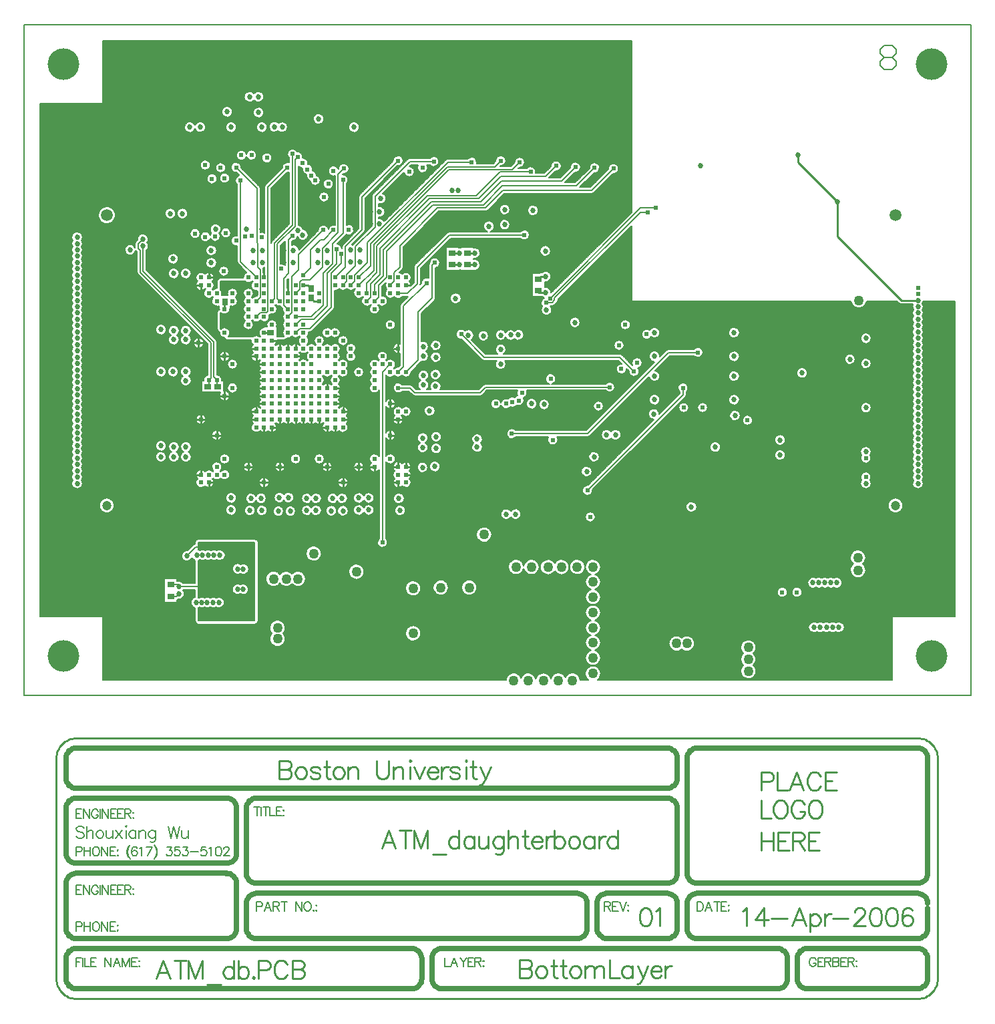
<source format=gbl>
%FSLAX24Y24*%
%MOIN*%
G70*
G01*
G75*
%ADD10C,0.0080*%
%ADD11R,0.0400X0.0600*%
%ADD12R,0.0157X0.0787*%
%ADD13O,0.0157X0.0787*%
%ADD14R,0.0413X0.0177*%
%ADD15R,0.1157X0.1409*%
%ADD16R,0.0315X0.0354*%
%ADD17R,0.1500X0.1100*%
%ADD18O,0.0906X0.0118*%
%ADD19C,0.0157*%
%ADD20R,0.0354X0.0315*%
%ADD21R,0.0906X0.0118*%
%ADD22R,0.0787X0.0197*%
%ADD23O,0.0630X0.0197*%
%ADD24O,0.0197X0.0630*%
%ADD25R,0.0600X0.0500*%
%ADD26R,0.0366X0.0291*%
%ADD27R,0.0600X0.0600*%
%ADD28R,0.1004X0.1063*%
%ADD29R,0.1063X0.1004*%
%ADD30O,0.0118X0.0591*%
%ADD31O,0.0591X0.0118*%
%ADD32R,0.0291X0.0366*%
%ADD33R,0.1000X0.0420*%
%ADD34R,0.0213X0.0138*%
%ADD35O,0.0591X0.0118*%
%ADD36R,0.0787X0.0709*%
%ADD37R,0.0500X0.0600*%
%ADD38R,0.0531X0.0256*%
%ADD39R,0.0984X0.2795*%
%ADD40R,0.1201X0.0449*%
%ADD41R,0.0291X0.0366*%
%ADD42R,0.0984X0.2795*%
%ADD43R,0.0990X0.0200*%
%ADD44R,0.0440X0.0960*%
%ADD45R,0.4100X0.4250*%
%ADD46C,0.0100*%
%ADD47C,0.0200*%
%ADD48C,0.0050*%
%ADD49C,0.0060*%
%ADD50C,0.0300*%
%ADD51C,0.0400*%
%ADD52C,0.0051*%
%ADD53C,0.0079*%
%ADD54R,0.2126X0.1142*%
%ADD55R,0.5315X0.2047*%
%ADD56R,0.1559X0.1244*%
%ADD57R,0.0984X0.0437*%
%ADD58R,0.0996X0.0433*%
%ADD59R,0.0543X0.0933*%
%ADD60R,0.3228X0.1142*%
%ADD61R,0.2441X0.1693*%
%ADD62R,0.1142X0.1181*%
%ADD63R,0.1209X0.3386*%
%ADD64R,0.2909X0.4957*%
%ADD65R,0.1177X0.0437*%
%ADD66R,0.3504X0.2795*%
%ADD67C,0.0250*%
%ADD68C,0.0090*%
%ADD69C,0.0500*%
%ADD70C,0.0240*%
%ADD71C,0.0591*%
%ADD72C,0.0472*%
%ADD73C,0.1575*%
%ADD74C,0.0270*%
%ADD75C,0.0240*%
%ADD76C,0.0240*%
D10*
X32484Y39114D02*
X32521Y39057D01*
X32484Y39114D02*
X32521Y39057D01*
X32576Y39002D02*
X32587Y38898D01*
X32638Y38806D01*
X32244Y39200D02*
X32312Y39144D01*
X32396Y39114D01*
X32484Y39114D01*
X32217Y39173D02*
X32244Y39200D01*
X32307Y38976D02*
X32284Y39085D01*
X32217Y39173D01*
X31958Y38732D02*
X32056Y38716D01*
X32153Y38739D01*
X32234Y38796D01*
X32288Y38879D01*
X32307Y38976D01*
X32638Y38753D02*
X32591Y38673D01*
X32575Y38583D01*
X32591Y38492D01*
X32638Y38413D01*
X31090Y40354D02*
X31031Y40281D01*
X31002Y40191D01*
X31007Y40097D01*
X31045Y40011D01*
X31112Y39944D01*
X31198Y39905D01*
X31292Y39899D01*
X31036Y39567D02*
X31103Y39656D01*
X31126Y39764D01*
X31914Y38583D02*
X31898Y38672D01*
X31285Y39629D02*
X31163Y39612D01*
X31063Y39540D01*
X31036Y39567D01*
X31036Y38386D02*
X31063Y38413D01*
X32638Y38359D02*
X32591Y38280D01*
X32575Y38189D01*
X32591Y38098D01*
X32638Y38019D01*
X31457Y38413D02*
X31540Y38349D01*
X31641Y38323D01*
X31744Y38339D01*
X31833Y38394D01*
X31893Y38480D01*
X31914Y38583D01*
X32286Y38086D02*
X32307Y38189D01*
X32287Y38289D01*
X32231Y38374D01*
X32146Y38430D01*
X32045Y38449D01*
X31946Y38428D01*
X31861Y38371D01*
X31806Y38286D01*
X31787Y38185D01*
X31809Y38086D01*
X32638Y37965D02*
X32591Y37886D01*
X32575Y37795D01*
X32591Y37705D01*
X32638Y37625D01*
X31063Y38413D02*
X31152Y38346D01*
X31260Y38323D01*
X31368Y38346D01*
X31457Y38413D01*
X31126Y38189D02*
X31103Y38297D01*
X31036Y38386D01*
X31651Y38055D02*
X31549Y38033D01*
X31464Y37973D01*
X31409Y37885D01*
X31394Y37782D01*
X31420Y37681D01*
X31484Y37598D01*
X31430D02*
X31351Y37645D01*
X31260Y37662D01*
X31169Y37645D01*
X31090Y37598D01*
X30696Y40354D02*
X30775Y40307D01*
X30866Y40291D01*
X30957Y40307D01*
X31036Y40354D01*
X31126Y39764D02*
X31106Y39865D01*
X31047Y39950D01*
X30960Y40006D01*
X30859Y40024D01*
X30758Y40000D01*
X30674Y39939D01*
X30621Y39851D01*
X30607Y39749D01*
X30633Y39649D01*
X30696Y39567D01*
X30630Y39478D01*
X30606Y39370D01*
X30630Y39262D01*
X30696Y39173D01*
X30339Y39764D02*
X30318Y39865D01*
X30260Y39951D01*
X30172Y40006D01*
X30070Y40024D01*
X29969Y40000D01*
X29886Y39938D01*
X29833Y39849D01*
X29819Y39747D01*
X29847Y39647D01*
X30249Y39567D02*
X30315Y39656D01*
X30339Y39764D01*
X30339Y39370D02*
X30315Y39478D01*
X30249Y39567D01*
X29986Y39127D02*
X30084Y39110D01*
X30182Y39131D01*
X30265Y39188D01*
X30320Y39272D01*
X30339Y39370D01*
X29551Y39764D02*
X29535Y39854D01*
X29488Y39934D01*
X29524Y39647D02*
X29551Y39764D01*
X30696Y39173D02*
X30630Y39085D01*
X30606Y38976D01*
X30630Y38868D01*
X30696Y38780D01*
Y38780D02*
X30630Y38691D01*
X30606Y38583D01*
X30630Y38474D01*
X30696Y38386D01*
X30633Y38304D01*
X30607Y38204D01*
X30621Y38102D01*
X30674Y38013D01*
X30758Y37952D01*
X30859Y37929D01*
X30960Y37947D01*
X31047Y38002D01*
X31106Y38088D01*
X31126Y38189D01*
X29488Y38806D02*
X29571Y38743D01*
X29672Y38717D01*
X29776Y38733D01*
X29864Y38788D01*
X29924Y38874D01*
X29945Y38976D01*
X29869Y37611D02*
X29925Y37696D01*
X29945Y37795D01*
X29925Y37895D01*
X29869Y37979D01*
X29785Y38036D01*
X29685Y38055D01*
X29586Y38036D01*
X29501Y37979D01*
X30893Y26008D02*
X30876Y26102D01*
X30829Y26185D01*
X30755Y26246D01*
X30665Y26279D01*
X30569Y26279D01*
X30480Y26245D01*
X30473Y25774D02*
X30563Y25738D01*
X30660Y25736D01*
X30752Y25768D01*
X30827Y25829D01*
X30876Y25912D01*
X30893Y26008D01*
X30480Y26245D02*
X30390Y26281D01*
X30294Y26284D01*
X30203Y26253D01*
X30128Y26193D01*
X30078Y26110D01*
X30060Y26016D01*
X30075Y25921D01*
X30123Y25837D01*
X30196Y25774D01*
X30286Y25741D01*
X30383Y25741D01*
X30473Y25774D01*
X30885Y24984D02*
X30869Y25078D01*
X30822Y25160D01*
X30749Y25222D01*
X30660Y25255D01*
X30565Y25256D01*
X30476Y25224D01*
X30469Y24748D02*
X30559Y24714D01*
X30655Y24713D01*
X30746Y24745D01*
X30820Y24806D01*
X30868Y24890D01*
X30885Y24984D01*
X30476Y25224D02*
X30387Y25258D01*
X30291Y25260D01*
X30201Y25228D01*
X30127Y25168D01*
X30078Y25086D01*
X30060Y24992D01*
X30075Y24898D01*
X30122Y24814D01*
X30194Y24752D01*
X30283Y24718D01*
X30379Y24717D01*
X30469Y24748D01*
X29724Y26693D02*
X29706Y26791D01*
X29654Y26876D01*
X29576Y26937D01*
X29481Y26966D01*
X29382Y26960D01*
X29291Y26918D01*
X29291D02*
X29197Y26961D01*
X29094Y26965D01*
X28996Y26931D01*
X28906Y26964D01*
X28810Y26964D01*
X28720Y26931D01*
X29291Y26467D02*
X29382Y26426D01*
X29481Y26420D01*
X29576Y26449D01*
X29654Y26510D01*
X29706Y26595D01*
X29724Y26693D01*
X28996Y26455D02*
X29094Y26421D01*
X29197Y26425D01*
X29291Y26467D01*
X28720Y26931D02*
X28631Y26964D01*
X28535Y26964D01*
X28445Y26931D01*
X28386Y26956D01*
X28720Y26455D02*
X28810Y26422D01*
X28906Y26422D01*
X28996Y26455D01*
X28445Y26455D02*
X28535Y26422D01*
X28630Y26422D01*
X28720Y26455D01*
X28386Y26429D02*
X28445Y26455D01*
X29684Y24331D02*
X29667Y24427D01*
X29618Y24510D01*
X29542Y24572D01*
X29449Y24603D01*
X29352Y24600D01*
X29262Y24563D01*
X29262Y24099D02*
X29352Y24062D01*
X29449Y24059D01*
X29542Y24090D01*
X29618Y24151D01*
X29667Y24235D01*
X29684Y24331D01*
X29262Y24563D02*
X29166Y24601D01*
X29062Y24601D01*
X28966Y24563D01*
X28966Y24099D02*
X29062Y24061D01*
X29166Y24061D01*
X29262Y24099D01*
X28966Y24563D02*
X28874Y24600D01*
X28775Y24602D01*
X28681Y24569D01*
X28591Y24601D01*
X28495Y24601D01*
X28406Y24569D01*
X28681Y24093D02*
X28775Y24059D01*
X28874Y24061D01*
X28966Y24099D01*
X28406Y24093D02*
X28495Y24060D01*
X28591Y24060D01*
X28681Y24093D01*
X24175Y29173D02*
X24163Y29271D01*
X24125Y29361D01*
X24065Y29439D01*
X23987Y29499D01*
X23897Y29537D01*
X23799Y29549D01*
X23702Y29537D01*
X23611Y29499D01*
X23533Y29439D01*
X23473Y29361D01*
X23436Y29271D01*
X23423Y29173D01*
X23436Y29076D01*
X23473Y28985D01*
X23533Y28907D01*
X23611Y28847D01*
X23702Y28810D01*
X23799Y28797D01*
X23897Y28810D01*
X23987Y28847D01*
X24065Y28907D01*
X24125Y28985D01*
X24163Y29076D01*
X24175Y29173D01*
X27317Y24467D02*
X27366Y24491D01*
X27317Y24467D02*
X27366Y24491D01*
X27618Y25288D02*
X27536Y25358D01*
X27434Y25391D01*
X27326Y25383D01*
X27366Y24491D02*
X27459Y24495D01*
X27545Y24529D01*
X27615Y24591D01*
X27661Y24672D01*
X27677Y24764D01*
X22097Y30748D02*
X22053Y30646D01*
X22053Y30535D01*
X22097Y30433D01*
Y31063D02*
X22053Y30961D01*
X22053Y30850D01*
X22097Y30748D01*
Y30433D02*
X22055Y30340D01*
X22051Y30237D01*
X22084Y30140D01*
X22150Y30062D01*
X22240Y30013D01*
X22342Y30001D01*
X22441Y30027D01*
X22524Y30088D01*
X22579Y30175D01*
X22598Y30276D01*
X22585Y30358D01*
X22548Y30433D01*
Y30433D02*
X22585Y30508D01*
X22598Y30591D01*
X22585Y30673D01*
X22548Y30748D01*
X22585Y30823D01*
X22598Y30906D01*
X22097Y31378D02*
X22053Y31276D01*
X22053Y31165D01*
X22097Y31063D01*
X22598Y30906D02*
X22585Y30988D01*
X22548Y31063D01*
Y31063D02*
X22585Y31138D01*
X22598Y31220D01*
X22097Y31693D02*
X22053Y31591D01*
X22053Y31480D01*
X22097Y31378D01*
Y32008D02*
X22053Y31906D01*
X22053Y31795D01*
X22097Y31693D01*
Y32323D02*
X22053Y32221D01*
X22053Y32110D01*
X22097Y32008D01*
X22598Y31220D02*
X22585Y31303D01*
X22548Y31378D01*
X22585Y31453D01*
X22598Y31535D01*
X22585Y31618D01*
X22548Y31693D01*
Y31693D02*
X22585Y31768D01*
X22598Y31850D01*
X22585Y31933D01*
X22548Y32008D01*
X22585Y32083D01*
X22598Y32165D01*
X22585Y32248D01*
X22548Y32323D01*
X26775Y31600D02*
X26756Y31699D01*
X26703Y31785D01*
X26623Y31846D01*
X26525Y31874D01*
X26425Y31865D01*
X26334Y31819D01*
X26266Y31745D01*
X26230Y31651D01*
Y31549D01*
X26266Y31455D01*
X26334Y31381D01*
X26425Y31335D01*
X26525Y31326D01*
X26623Y31354D01*
X26703Y31415D01*
X26756Y31501D01*
X26775Y31600D01*
X27035Y31850D02*
X26955Y31794D01*
X26900Y31714D01*
X26876Y31619D01*
X26886Y31522D01*
X26930Y31435D01*
X27001Y31369D01*
X27092Y31331D01*
X27189Y31328D01*
X27282Y31359D01*
X27358Y31420D01*
X27408Y31504D01*
X27425Y31600D01*
X27405Y31702D01*
X27349Y31790D01*
X27265Y31850D01*
X27349Y31910D01*
X27405Y31998D01*
X27425Y32100D01*
X27677Y24764D02*
X27660Y24858D01*
X27612Y24941D01*
X28206Y24599D02*
X28110Y24556D01*
X28037Y24480D01*
X27998Y24383D01*
Y24278D01*
X28037Y24181D01*
X28110Y24105D01*
X28206Y24063D01*
Y23425D02*
X28230Y23335D01*
X28296Y23269D01*
X28386Y23245D01*
X28206Y23425D02*
X28230Y23335D01*
X28296Y23269D01*
X28386Y23245D01*
X27828Y26927D02*
X27725Y26919D01*
X27632Y26874D01*
X27561Y26798D01*
X27525Y26702D01*
X27526Y26598D01*
X27565Y26503D01*
X27637Y26428D01*
X27732Y26386D01*
X27835Y26381D01*
X27933Y26415D01*
X28011Y26483D01*
X28059Y26575D01*
X28119Y26492D01*
X28206Y26437D01*
X28206Y27255D02*
X28108Y27207D01*
X28206Y27255D02*
X28108Y27207D01*
X28386Y27503D02*
X28296Y27479D01*
X28230Y27413D01*
X28206Y27323D01*
X28386Y27503D02*
X28296Y27479D01*
X28230Y27413D01*
X28206Y27323D01*
X31181Y23245D02*
X31271Y23269D01*
X31337Y23335D01*
X31361Y23425D01*
X31181Y23245D02*
X31271Y23269D01*
X31337Y23335D01*
X31361Y23425D01*
Y27323D02*
X31337Y27413D01*
X31271Y27479D01*
X31181Y27503D01*
X31361Y27323D02*
X31337Y27413D01*
X31271Y27479D01*
X31181Y27503D01*
X28334Y30512D02*
X28275Y30438D01*
X28246Y30348D01*
X28251Y30254D01*
X28290Y30168D01*
X28357Y30101D01*
X28443Y30062D01*
X28537Y30057D01*
X28627Y30086D01*
X28701Y30145D01*
X28701D02*
X28784Y30081D01*
X28885Y30055D01*
X28988Y30071D01*
X29077Y30127D01*
X29137Y30213D01*
X29158Y30315D01*
X29134Y30423D01*
X29068Y30512D01*
X29095Y30539D02*
X29183Y30472D01*
X29291Y30449D01*
X29400Y30472D01*
X29488Y30539D01*
X28701Y30879D02*
X28627Y30938D01*
X28537Y30967D01*
X28443Y30961D01*
X28357Y30923D01*
X28290Y30856D01*
X28251Y30770D01*
X28246Y30675D01*
X28275Y30586D01*
X28334Y30512D01*
X29068D02*
X29095Y30539D01*
X29095Y30879D02*
X29006Y30945D01*
X28898Y30969D01*
X28789Y30945D01*
X28701Y30879D01*
X29121Y30906D02*
X29095Y30879D01*
X30275Y28950D02*
X30256Y29049D01*
X30203Y29135D01*
X30123Y29196D01*
X30025Y29224D01*
X29925Y29214D01*
X29834Y29169D01*
X29766Y29095D01*
X29730Y29001D01*
Y28899D01*
X29766Y28805D01*
X29834Y28731D01*
X29925Y28686D01*
X30025Y28676D01*
X30123Y28704D01*
X30203Y28765D01*
X30256Y28851D01*
X30275Y28950D01*
X29488Y30879D02*
X29461Y30906D01*
X30275Y29550D02*
X30256Y29649D01*
X30203Y29735D01*
X30123Y29796D01*
X30025Y29824D01*
X29925Y29815D01*
X29834Y29769D01*
X29766Y29695D01*
X29730Y29601D01*
Y29499D01*
X29766Y29405D01*
X29834Y29331D01*
X29925Y29286D01*
X30025Y29276D01*
X30123Y29304D01*
X30203Y29365D01*
X30256Y29451D01*
X30275Y29550D01*
X29488Y30539D02*
X29571Y30475D01*
X29672Y30449D01*
X29776Y30465D01*
X29864Y30520D01*
X29924Y30606D01*
X29945Y30709D01*
X29924Y30811D01*
X29864Y30897D01*
X29776Y30952D01*
X29672Y30968D01*
X29571Y30942D01*
X29488Y30879D01*
X27635Y31850D02*
X27555Y31794D01*
X27500Y31714D01*
X27476Y31619D01*
X27486Y31522D01*
X27530Y31435D01*
X27601Y31369D01*
X27692Y31331D01*
X27789Y31328D01*
X27882Y31359D01*
X27958Y31420D01*
X28008Y31504D01*
X28025Y31600D01*
X28005Y31702D01*
X27949Y31790D01*
X27865Y31850D01*
X27949Y31910D01*
X28005Y31998D01*
X28025Y32100D01*
X29461Y30906D02*
X29528Y30994D01*
X29551Y31102D01*
X29531Y31204D01*
X29473Y31289D01*
X29386Y31345D01*
X29284Y31362D01*
X29183Y31339D01*
X29100Y31278D01*
X29046Y31189D01*
X29032Y31087D01*
X29058Y30987D01*
X29121Y30906D01*
X29945Y31496D02*
X29925Y31596D01*
X29869Y31680D01*
X29785Y31736D01*
X29685Y31756D01*
X29586Y31736D01*
X29501Y31680D01*
X29445Y31596D01*
X29425Y31496D01*
X29445Y31397D01*
X29501Y31312D01*
X29586Y31256D01*
X29685Y31236D01*
X29785Y31256D01*
X29869Y31312D01*
X29925Y31397D01*
X29945Y31496D01*
X31221Y28928D02*
X31202Y29027D01*
X31149Y29113D01*
X31069Y29174D01*
X30971Y29201D01*
X30871Y29192D01*
X30780Y29147D01*
X30712Y29072D01*
X30676Y28978D01*
Y28877D01*
X30712Y28783D01*
X30780Y28708D01*
X30871Y28663D01*
X30971Y28654D01*
X31069Y28681D01*
X31149Y28742D01*
X31202Y28828D01*
X31221Y28928D01*
X31126Y31102D02*
X31106Y31202D01*
X31050Y31286D01*
X30966Y31343D01*
X30866Y31362D01*
X30767Y31343D01*
X30682Y31286D01*
X30626Y31202D01*
X30606Y31102D01*
X30626Y31003D01*
X30682Y30918D01*
X30767Y30862D01*
X30866Y30842D01*
X30966Y30862D01*
X31050Y30918D01*
X31106Y31003D01*
X31126Y31102D01*
X31246Y29642D02*
X31189Y29723D01*
X31108Y29779D01*
X31012Y29802D01*
X30913Y29790D01*
X30826Y29744D01*
X30761Y29670D01*
X30726Y29577D01*
Y29478D01*
X30761Y29386D01*
X30826Y29311D01*
X30913Y29265D01*
X31012Y29253D01*
X31108Y29276D01*
X31189Y29332D01*
X31246Y29413D01*
X22097Y32638D02*
X22053Y32536D01*
Y32425D01*
X22097Y32323D01*
Y32953D02*
X22053Y32851D01*
Y32740D01*
X22097Y32638D01*
X22548Y32323D02*
X22585Y32398D01*
X22598Y32480D01*
X22585Y32563D01*
X22548Y32638D01*
Y32638D02*
X22585Y32713D01*
X22598Y32795D01*
X22585Y32878D01*
X22548Y32953D01*
X22097Y33268D02*
X22053Y33166D01*
X22053Y33055D01*
X22097Y32953D01*
Y33583D02*
X22053Y33481D01*
X22053Y33370D01*
X22097Y33268D01*
X22548Y32953D02*
X22585Y33028D01*
X22598Y33110D01*
X22585Y33193D01*
X22548Y33268D01*
X22585Y33343D01*
X22598Y33425D01*
X22585Y33508D01*
X22548Y33583D01*
X22097Y33898D02*
X22053Y33796D01*
X22053Y33685D01*
X22097Y33583D01*
X22548D02*
X22585Y33658D01*
X22598Y33740D01*
X26775Y32150D02*
X26756Y32249D01*
X26703Y32335D01*
X26623Y32396D01*
X26525Y32424D01*
X26425Y32415D01*
X26334Y32369D01*
X26266Y32295D01*
X26230Y32201D01*
Y32099D01*
X26266Y32005D01*
X26334Y31931D01*
X26425Y31885D01*
X26525Y31876D01*
X26623Y31904D01*
X26703Y31965D01*
X26756Y32051D01*
X26775Y32150D01*
X22097Y34213D02*
X22053Y34111D01*
X22053Y34000D01*
X22097Y33898D01*
Y34528D02*
X22053Y34426D01*
X22053Y34315D01*
X22097Y34213D01*
X22598Y33740D02*
X22585Y33823D01*
X22548Y33898D01*
X22585Y33973D01*
X22598Y34055D01*
X22585Y34138D01*
X22548Y34213D01*
X22097Y34843D02*
X22053Y34741D01*
X22053Y34630D01*
X22097Y34528D01*
X22097Y35157D02*
X22053Y35056D01*
Y34944D01*
X22097Y34843D01*
Y35472D02*
X22053Y35370D01*
X22053Y35259D01*
X22097Y35157D01*
X22097Y35787D02*
X22053Y35685D01*
X22053Y35574D01*
X22097Y35472D01*
Y36102D02*
X22053Y36000D01*
X22053Y35889D01*
X22097Y35787D01*
Y36417D02*
X22053Y36315D01*
X22053Y36204D01*
X22097Y36102D01*
Y36732D02*
X22053Y36630D01*
X22053Y36519D01*
X22097Y36417D01*
X22548Y34213D02*
X22585Y34288D01*
X22598Y34370D01*
X22585Y34453D01*
X22548Y34528D01*
X22585Y34602D01*
X22598Y34685D01*
X22585Y34768D01*
X22548Y34843D01*
Y34843D02*
X22585Y34917D01*
X22598Y35000D01*
X22585Y35083D01*
X22548Y35157D01*
X22585Y35232D01*
X22598Y35315D01*
X22585Y35398D01*
X22548Y35472D01*
Y35472D02*
X22585Y35547D01*
X22598Y35630D01*
X22585Y35712D01*
X22548Y35787D01*
X22585Y35862D01*
X22598Y35945D01*
X22585Y36027D01*
X22548Y36102D01*
Y36102D02*
X22585Y36177D01*
X22598Y36260D01*
X22585Y36342D01*
X22548Y36417D01*
X22585Y36492D01*
X22598Y36575D01*
X22585Y36657D01*
X22548Y36732D01*
X26775Y35850D02*
X26756Y35949D01*
X26703Y36035D01*
X26623Y36096D01*
X26525Y36124D01*
X26425Y36114D01*
X26334Y36069D01*
X26266Y35995D01*
X26230Y35901D01*
Y35799D01*
X26266Y35705D01*
X26334Y35631D01*
X26425Y35585D01*
X26525Y35576D01*
X26623Y35604D01*
X26703Y35665D01*
X26756Y35751D01*
X26775Y35850D01*
X27425Y32100D02*
X27408Y32196D01*
X27358Y32280D01*
X27282Y32341D01*
X27189Y32372D01*
X27092Y32369D01*
X27001Y32331D01*
X26930Y32265D01*
X26886Y32178D01*
X26876Y32081D01*
X26900Y31986D01*
X26955Y31906D01*
X27035Y31850D01*
X28025Y32100D02*
X28008Y32196D01*
X27958Y32280D01*
X27882Y32341D01*
X27789Y32372D01*
X27692Y32369D01*
X27601Y32331D01*
X27530Y32265D01*
X27486Y32178D01*
X27476Y32081D01*
X27500Y31986D01*
X27555Y31906D01*
X27635Y31850D01*
X28764Y33465D02*
X28744Y33564D01*
X28688Y33648D01*
X28603Y33705D01*
X28504Y33725D01*
X28404Y33705D01*
X28320Y33648D01*
X28264Y33564D01*
X28244Y33465D01*
X28264Y33365D01*
X28320Y33281D01*
X28404Y33224D01*
X28504Y33204D01*
X28603Y33224D01*
X28688Y33281D01*
X28744Y33365D01*
X28764Y33465D01*
X29551Y32677D02*
X29532Y32777D01*
X29475Y32861D01*
X29391Y32917D01*
X29291Y32937D01*
X29192Y32917D01*
X29107Y32861D01*
X29051Y32777D01*
X29031Y32677D01*
X29051Y32578D01*
X29107Y32493D01*
X29192Y32437D01*
X29291Y32417D01*
X29391Y32437D01*
X29475Y32493D01*
X29532Y32578D01*
X29551Y32677D01*
X31090Y33268D02*
X31031Y33194D01*
X31002Y33104D01*
X31007Y33010D01*
X31046Y32923D01*
X31112Y32857D01*
X31199Y32818D01*
X31293Y32813D01*
X31383Y32842D01*
X31457Y32901D01*
X31090Y33661D02*
X31023Y33573D01*
X31000Y33465D01*
X31023Y33356D01*
X31090Y33268D01*
X31484Y34055D02*
X31457Y34028D01*
X31383Y34087D01*
X31293Y34116D01*
X31199Y34111D01*
X31112Y34073D01*
X31046Y34006D01*
X31007Y33919D01*
X31002Y33825D01*
X31031Y33735D01*
X31090Y33661D01*
X31484Y34449D02*
X31417Y34360D01*
X31393Y34252D01*
X31417Y34144D01*
X31484Y34055D01*
X29487Y34814D02*
X29438Y34728D01*
X29425Y34629D01*
X29451Y34533D01*
X29510Y34453D01*
X29595Y34402D01*
X29693Y34386D01*
X29790Y34408D01*
X29872Y34465D01*
X29926Y34548D01*
X29945Y34646D01*
X29922Y34753D01*
X29857Y34841D01*
X29762Y34894D01*
X29653Y34904D01*
X30339Y35039D02*
X30319Y35139D01*
X30263Y35223D01*
X30178Y35280D01*
X30079Y35299D01*
X29979Y35280D01*
X29895Y35223D01*
X29838Y35139D01*
X29819Y35039D01*
X29838Y34940D01*
X29895Y34855D01*
X29979Y34799D01*
X30079Y34779D01*
X30178Y34799D01*
X30263Y34855D01*
X30319Y34940D01*
X30339Y35039D01*
X31484Y34843D02*
X31417Y34754D01*
X31393Y34646D01*
X31417Y34537D01*
X31484Y34449D01*
X27592Y35625D02*
X27521Y35552D01*
X27481Y35458D01*
X27479Y35356D01*
X27513Y35260D01*
X27580Y35184D01*
X27671Y35137D01*
X27772Y35126D01*
X27870Y35153D01*
X27952Y35213D01*
X28006Y35300D01*
X28025Y35400D01*
X28011Y35486D01*
X27971Y35564D01*
X27908Y35625D01*
X27971Y35686D01*
X28011Y35764D01*
X28025Y35850D01*
X28830Y35684D02*
X28743Y35642D01*
X28678Y35572D01*
X28642Y35482D01*
X28642Y35386D01*
X29547D02*
X29551Y35433D01*
X29532Y35531D01*
X29478Y35614D01*
X29397Y35671D01*
X29300Y35693D01*
X27375Y35850D02*
X27356Y35949D01*
X27303Y36035D01*
X27223Y36096D01*
X27125Y36124D01*
X27025Y36114D01*
X26934Y36069D01*
X26866Y35995D01*
X26830Y35901D01*
Y35799D01*
X26866Y35705D01*
X26934Y35631D01*
X27025Y35585D01*
X27125Y35576D01*
X27223Y35604D01*
X27303Y35665D01*
X27356Y35751D01*
X27375Y35850D01*
X28025D02*
X28006Y35950D01*
X27952Y36037D01*
X27870Y36097D01*
X27772Y36124D01*
X27671Y36113D01*
X27580Y36066D01*
X27513Y35990D01*
X27479Y35894D01*
X27481Y35792D01*
X27521Y35698D01*
X27592Y35625D01*
X31484Y35236D02*
X31417Y35148D01*
X31393Y35039D01*
X31417Y34931D01*
X31484Y34843D01*
X29945Y36614D02*
X29925Y36714D01*
X29869Y36798D01*
X29785Y36854D01*
X29685Y36874D01*
X29586Y36854D01*
X29501Y36798D01*
X29445Y36714D01*
X29425Y36614D01*
X29445Y36515D01*
X29501Y36430D01*
X29586Y36374D01*
X29685Y36354D01*
X29785Y36374D01*
X29869Y36430D01*
X29925Y36515D01*
X29945Y36614D01*
X30339Y36220D02*
X30319Y36320D01*
X30263Y36404D01*
X30178Y36461D01*
X30079Y36481D01*
X29979Y36461D01*
X29895Y36404D01*
X29838Y36320D01*
X29819Y36220D01*
X29838Y36121D01*
X29895Y36037D01*
X29979Y35980D01*
X30079Y35960D01*
X30178Y35980D01*
X30263Y36037D01*
X30319Y36121D01*
X30339Y36220D01*
X32047Y22795D02*
X31985Y22714D01*
X31946Y22620D01*
X31933Y22519D01*
X31946Y22419D01*
X31985Y22325D01*
X32047Y22244D01*
X32128Y22182D01*
X32222Y22143D01*
X32323Y22130D01*
X32424Y22143D01*
X32518Y22182D01*
X32599Y22244D01*
X32661Y22325D01*
X32700Y22419D01*
X32713Y22520D01*
X32700Y22621D01*
X32661Y22715D01*
X32599Y22795D01*
Y22795D02*
X32661Y22876D01*
X32700Y22970D01*
X32713Y23071D01*
X32700Y23172D01*
X32661Y23266D01*
X32599Y23347D01*
X32518Y23409D01*
X32424Y23448D01*
X32323Y23461D01*
X32222Y23448D01*
X32128Y23409D01*
X32047Y23347D01*
X31985Y23266D01*
X31946Y23172D01*
X31933Y23071D01*
X31946Y22970D01*
X31985Y22876D01*
X32047Y22795D01*
X32441Y25742D02*
X32374Y25813D01*
X32291Y25865D01*
X32198Y25895D01*
X32101Y25901D01*
X32005Y25883D01*
X31917Y25841D01*
X31841Y25779D01*
X31784Y25699D01*
X31748Y25609D01*
X31736Y25512D01*
X31748Y25415D01*
X31784Y25324D01*
X31841Y25245D01*
X31917Y25183D01*
X32005Y25141D01*
X32101Y25123D01*
X32198Y25129D01*
X32291Y25159D01*
X32374Y25211D01*
X32441Y25282D01*
X32510Y25209D01*
X32595Y25157D01*
X32690Y25127D01*
X32790Y25123D01*
X32888Y25145D01*
X32977Y25190D01*
X33051Y25257D01*
X33051D02*
X33130Y25187D01*
X33224Y25141D01*
X33327Y25122D01*
X33432Y25131D01*
X33530Y25168D01*
X33615Y25229D01*
X33681Y25311D01*
X33722Y25408D01*
X33736Y25512D01*
X32639Y28887D02*
X32620Y28986D01*
X32567Y29072D01*
X32487Y29133D01*
X32389Y29161D01*
X32289Y29151D01*
X32198Y29106D01*
X32130Y29032D01*
X32094Y28937D01*
Y28836D01*
X32130Y28742D01*
X32198Y28667D01*
X32289Y28622D01*
X32389Y28613D01*
X32487Y28641D01*
X32567Y28702D01*
X32620Y28788D01*
X32639Y28887D01*
X31246Y29413D02*
X31308Y29327D01*
X31398Y29271D01*
X31502Y29253D01*
X31605Y29275D01*
X31693Y29335D01*
X31751Y29424D01*
X31771Y29528D01*
X31821Y28928D02*
X31802Y29027D01*
X31749Y29113D01*
X31669Y29174D01*
X31571Y29201D01*
X31471Y29192D01*
X31380Y29147D01*
X31312Y29072D01*
X31276Y28978D01*
Y28877D01*
X31312Y28783D01*
X31380Y28708D01*
X31471Y28663D01*
X31571Y28654D01*
X31669Y28681D01*
X31749Y28742D01*
X31802Y28828D01*
X31821Y28928D01*
X31771Y29528D02*
X31751Y29631D01*
X31693Y29720D01*
X31605Y29780D01*
X31502Y29802D01*
X31398Y29784D01*
X31308Y29728D01*
X31246Y29642D01*
X32644Y29718D02*
X32575Y29790D01*
X32484Y29833D01*
X32385Y29840D01*
X32289Y29812D01*
X32209Y29751D01*
X32157Y29665D01*
X32139Y29567D01*
X32157Y29469D01*
X32209Y29383D01*
X32289Y29322D01*
X32385Y29294D01*
X32484Y29301D01*
X32575Y29344D01*
X32644Y29416D01*
X33736Y25512D02*
X33722Y25616D01*
X33681Y25712D01*
X33615Y25794D01*
X33530Y25856D01*
X33432Y25892D01*
X33327Y25901D01*
X33224Y25882D01*
X33130Y25836D01*
X33051Y25767D01*
X33051D02*
X32977Y25833D01*
X32888Y25879D01*
X32790Y25900D01*
X32690Y25896D01*
X32595Y25867D01*
X32510Y25814D01*
X32441Y25742D01*
X33239Y28887D02*
X33220Y28986D01*
X33167Y29072D01*
X33087Y29133D01*
X32989Y29161D01*
X32889Y29151D01*
X32798Y29106D01*
X32730Y29032D01*
X32694Y28937D01*
Y28836D01*
X32730Y28742D01*
X32798Y28667D01*
X32889Y28622D01*
X32989Y28613D01*
X33087Y28641D01*
X33167Y28702D01*
X33220Y28788D01*
X33239Y28887D01*
X32644Y29416D02*
X32713Y29344D01*
X32804Y29301D01*
X32903Y29294D01*
X32999Y29322D01*
X33079Y29383D01*
X33131Y29469D01*
X33149Y29567D01*
X33131Y29665D01*
X33079Y29751D01*
X32999Y29812D01*
X32903Y29840D01*
X32804Y29833D01*
X32713Y29790D01*
X32644Y29718D01*
X34524Y26772D02*
X34512Y26869D01*
X34476Y26960D01*
X34418Y27039D01*
X34343Y27101D01*
X34254Y27143D01*
X34158Y27161D01*
X34061Y27155D01*
X33968Y27125D01*
X33885Y27072D01*
X33818Y27001D01*
X33771Y26915D01*
X33747Y26821D01*
Y26723D01*
X33771Y26628D01*
X33818Y26542D01*
X33885Y26471D01*
X33968Y26419D01*
X34061Y26389D01*
X34158Y26382D01*
X34254Y26401D01*
X34343Y26442D01*
X34418Y26505D01*
X34476Y26584D01*
X34512Y26675D01*
X34524Y26772D01*
X34017Y29070D02*
X33949Y29146D01*
X33859Y29192D01*
X33758Y29202D01*
X33660Y29174D01*
X33579Y29113D01*
X33526Y29027D01*
X33507Y28928D01*
X33526Y28828D01*
X33579Y28742D01*
X33660Y28681D01*
X33758Y28654D01*
X33859Y28664D01*
X33949Y28709D01*
X34017Y28785D01*
X34085Y28709D01*
X34175Y28664D01*
X34276Y28654D01*
X34374Y28681D01*
X34455Y28742D01*
X34508Y28828D01*
X34527Y28928D01*
X35284Y28908D02*
X35265Y29007D01*
X35212Y29093D01*
X35131Y29154D01*
X35034Y29181D01*
X34933Y29172D01*
X34843Y29127D01*
X34775Y29052D01*
X34738Y28958D01*
Y28857D01*
X34775Y28763D01*
X34843Y28688D01*
X34933Y28643D01*
X35034Y28634D01*
X35131Y28661D01*
X35212Y28722D01*
X35265Y28808D01*
X35284Y28908D01*
X35864D02*
X35845Y29007D01*
X35792Y29093D01*
X35711Y29154D01*
X35614Y29181D01*
X35513Y29172D01*
X35423Y29127D01*
X35355Y29052D01*
X35318Y28958D01*
Y28857D01*
X35355Y28763D01*
X35423Y28688D01*
X35513Y28643D01*
X35614Y28634D01*
X35711Y28661D01*
X35792Y28722D01*
X35845Y28808D01*
X35864Y28908D01*
X36650Y25866D02*
X36638Y25963D01*
X36602Y26054D01*
X36544Y26133D01*
X36469Y26195D01*
X36380Y26237D01*
X36284Y26255D01*
X36187Y26249D01*
X36094Y26219D01*
X36011Y26167D01*
X35944Y26095D01*
X35897Y26010D01*
X35873Y25915D01*
Y25817D01*
X35897Y25723D01*
X35944Y25637D01*
X36011Y25566D01*
X36094Y25513D01*
X36187Y25483D01*
X36284Y25477D01*
X36380Y25495D01*
X36469Y25537D01*
X36544Y25599D01*
X36602Y25678D01*
X36638Y25769D01*
X36650Y25866D01*
X36628Y29065D02*
X36571Y29146D01*
X36490Y29201D01*
X36393Y29225D01*
X36295Y29212D01*
X36208Y29166D01*
X36142Y29092D01*
X36107Y28999D01*
Y28901D01*
X36142Y28808D01*
X36208Y28734D01*
X36295Y28688D01*
X36393Y28675D01*
X36490Y28699D01*
X36571Y28754D01*
X36628Y28835D01*
X36690Y28749D01*
X36779Y28693D01*
X36884Y28675D01*
X36987Y28698D01*
X37074Y28758D01*
X37133Y28846D01*
X37153Y28950D01*
X37394Y27524D02*
X37328Y27443D01*
X37300Y27343D01*
X37313Y27240D01*
X37365Y27150D01*
X37448Y27088D01*
X37549Y27063D01*
X37651Y27080D01*
X37739Y27135D01*
X37798Y27221D01*
X37819Y27323D01*
X34527Y28928D02*
X34508Y29027D01*
X34455Y29113D01*
X34374Y29174D01*
X34276Y29202D01*
X34175Y29192D01*
X34085Y29146D01*
X34017Y29070D01*
Y29670D02*
X33949Y29746D01*
X33859Y29792D01*
X33758Y29801D01*
X33660Y29774D01*
X33579Y29713D01*
X33526Y29627D01*
X33507Y29528D01*
X33526Y29428D01*
X33579Y29342D01*
X33660Y29281D01*
X33758Y29254D01*
X33859Y29264D01*
X33949Y29309D01*
X34017Y29385D01*
X34085Y29309D01*
X34175Y29264D01*
X34276Y29254D01*
X34374Y29281D01*
X34455Y29342D01*
X34508Y29428D01*
X34527Y29528D01*
X34508Y29627D01*
X34455Y29713D01*
X34374Y29774D01*
X34276Y29801D01*
X34175Y29792D01*
X34085Y29746D01*
X34017Y29670D01*
X35314D02*
X35246Y29746D01*
X35156Y29792D01*
X35055Y29801D01*
X34957Y29774D01*
X34876Y29713D01*
X34822Y29627D01*
X34804Y29528D01*
X34822Y29428D01*
X34876Y29342D01*
X34957Y29281D01*
X35055Y29254D01*
X35156Y29264D01*
X35246Y29309D01*
X35314Y29385D01*
X37153Y28950D02*
X37133Y29054D01*
X37074Y29142D01*
X36987Y29202D01*
X36884Y29225D01*
X36779Y29207D01*
X36690Y29151D01*
X36628Y29065D01*
X35314Y29385D02*
X35381Y29309D01*
X35472Y29264D01*
X35573Y29254D01*
X35670Y29281D01*
X35752Y29342D01*
X35805Y29428D01*
X35824Y29528D01*
X35805Y29627D01*
X35752Y29713D01*
X35670Y29774D01*
X35573Y29801D01*
X35472Y29792D01*
X35381Y29746D01*
X35314Y29670D01*
X36628Y29665D02*
X36571Y29746D01*
X36490Y29801D01*
X36393Y29825D01*
X36295Y29812D01*
X36208Y29766D01*
X36142Y29692D01*
X36107Y29599D01*
Y29501D01*
X36142Y29408D01*
X36208Y29334D01*
X36295Y29288D01*
X36393Y29275D01*
X36490Y29299D01*
X36571Y29354D01*
X36628Y29435D01*
X36690Y29349D01*
X36779Y29293D01*
X36884Y29275D01*
X36987Y29298D01*
X37074Y29358D01*
X37133Y29446D01*
X37153Y29550D01*
X37133Y29654D01*
X37074Y29742D01*
X36987Y29802D01*
X36884Y29825D01*
X36779Y29807D01*
X36690Y29751D01*
X36628Y29665D01*
X31914Y30315D02*
X31894Y30414D01*
X31837Y30499D01*
X31753Y30555D01*
X31654Y30575D01*
X31554Y30555D01*
X31470Y30499D01*
X31413Y30414D01*
X31393Y30315D01*
X31413Y30215D01*
X31470Y30131D01*
X31554Y30075D01*
X31654Y30055D01*
X31753Y30075D01*
X31837Y30131D01*
X31894Y30215D01*
X31914Y30315D01*
X32701Y31102D02*
X32681Y31202D01*
X32625Y31286D01*
X32540Y31343D01*
X32441Y31362D01*
X32341Y31343D01*
X32257Y31286D01*
X32201Y31202D01*
X32181Y31102D01*
X32201Y31003D01*
X32257Y30918D01*
X32341Y30862D01*
X32441Y30842D01*
X32540Y30862D01*
X32625Y30918D01*
X32681Y31003D01*
X32701Y31102D01*
X33488Y31496D02*
X33469Y31596D01*
X33412Y31680D01*
X33328Y31736D01*
X33228Y31756D01*
X33129Y31736D01*
X33044Y31680D01*
X32988Y31596D01*
X32968Y31496D01*
X32988Y31397D01*
X33044Y31312D01*
X33129Y31256D01*
X33228Y31236D01*
X33328Y31256D01*
X33412Y31312D01*
X33469Y31397D01*
X33488Y31496D01*
X35851Y30315D02*
X35831Y30414D01*
X35774Y30499D01*
X35690Y30555D01*
X35591Y30575D01*
X35491Y30555D01*
X35407Y30499D01*
X35350Y30414D01*
X35330Y30315D01*
X35350Y30215D01*
X35407Y30131D01*
X35491Y30075D01*
X35591Y30055D01*
X35690Y30075D01*
X35774Y30131D01*
X35831Y30215D01*
X35851Y30315D01*
X34670Y31496D02*
X34650Y31596D01*
X34593Y31680D01*
X34509Y31736D01*
X34409Y31756D01*
X34310Y31736D01*
X34226Y31680D01*
X34169Y31596D01*
X34149Y31496D01*
X34169Y31397D01*
X34226Y31312D01*
X34310Y31256D01*
X34409Y31236D01*
X34509Y31256D01*
X34593Y31312D01*
X34650Y31397D01*
X34670Y31496D01*
X35063Y31102D02*
X35043Y31202D01*
X34987Y31286D01*
X34903Y31343D01*
X34803Y31362D01*
X34704Y31343D01*
X34619Y31286D01*
X34563Y31202D01*
X34543Y31102D01*
X34563Y31003D01*
X34619Y30918D01*
X34704Y30862D01*
X34803Y30842D01*
X34903Y30862D01*
X34987Y30918D01*
X35043Y31003D01*
X35063Y31102D01*
X31457Y32901D02*
X31545Y32834D01*
X31654Y32811D01*
X31762Y32834D01*
X31850Y32901D01*
X31850D02*
X31933Y32837D01*
X32035Y32811D01*
X32138Y32827D01*
X32227Y32883D01*
X32286Y32968D01*
X32307Y33071D01*
X32284Y33179D01*
X32217Y33268D01*
X32244Y33295D01*
X32244D02*
X32333Y33228D01*
X32441Y33204D01*
X32549Y33228D01*
X32638Y33295D01*
X32638D02*
X32726Y33228D01*
X32835Y33204D01*
X32943Y33228D01*
X33032Y33295D01*
X33032D02*
X33120Y33228D01*
X33228Y33204D01*
X33337Y33228D01*
X33425Y33295D01*
X33425D02*
X33514Y33228D01*
X33622Y33204D01*
X33730Y33228D01*
X33819Y33295D01*
X33819D02*
X33908Y33228D01*
X34016Y33204D01*
X34124Y33228D01*
X34213Y33295D01*
X31484Y35630D02*
X31417Y35541D01*
X31393Y35433D01*
X31417Y35325D01*
X31484Y35236D01*
Y36024D02*
X31417Y35935D01*
X31393Y35827D01*
X31417Y35719D01*
X31484Y35630D01*
X31090Y36811D02*
X31031Y36737D01*
X31002Y36647D01*
X31007Y36553D01*
X31046Y36467D01*
X31112Y36400D01*
X31199Y36361D01*
X31293Y36356D01*
X31383Y36385D01*
X31457Y36444D01*
X31484Y36417D02*
X31417Y36329D01*
X31393Y36220D01*
X31417Y36112D01*
X31484Y36024D01*
X31457Y36444D02*
X31484Y36417D01*
X33425Y36390D02*
X33398Y36417D01*
X33819Y36390D02*
X33730Y36457D01*
X33622Y36481D01*
X33514Y36457D01*
X33425Y36390D01*
X33398Y36417D02*
X33465Y36506D01*
X33488Y36614D01*
X33846Y36811D02*
X33779Y36722D01*
X33756Y36614D01*
X33779Y36506D01*
X33846Y36417D01*
Y36417D02*
X33819Y36390D01*
X33488Y36614D02*
X33465Y36722D01*
X33398Y36811D01*
X34633Y33268D02*
X34574Y33194D01*
X34545Y33104D01*
X34550Y33010D01*
X34589Y32923D01*
X34656Y32857D01*
X34742Y32818D01*
X34836Y32813D01*
X34926Y32842D01*
X35000Y32901D01*
X35000D02*
X35089Y32834D01*
X35197Y32811D01*
X35305Y32834D01*
X35394Y32901D01*
X34213Y33295D02*
X34301Y33228D01*
X34409Y33204D01*
X34518Y33228D01*
X34606Y33295D01*
X34606D02*
X34633Y33268D01*
X35394Y34028D02*
X35367Y34055D01*
X35433Y34144D01*
X35457Y34252D01*
X35433Y34360D01*
X35367Y34449D01*
X34606Y35209D02*
X34579Y35236D01*
X34646Y35325D01*
X34670Y35433D01*
X35000Y35209D02*
X34911Y35276D01*
X34803Y35299D01*
X34695Y35276D01*
X34606Y35209D01*
X34670Y35433D02*
X34646Y35541D01*
X34579Y35630D01*
X34606Y35657D01*
X34606D02*
X34695Y35590D01*
X34803Y35567D01*
X34911Y35590D01*
X35000Y35657D01*
X35027Y35236D02*
X35000Y35209D01*
X35027Y35630D02*
X34960Y35541D01*
X34937Y35433D01*
X34960Y35325D01*
X35027Y35236D01*
X35367Y34449D02*
X35433Y34537D01*
X35457Y34646D01*
X35433Y34754D01*
X35367Y34843D01*
X35433Y34931D01*
X35457Y35039D01*
X35433Y35148D01*
X35367Y35236D01*
X35000Y35657D02*
X35027Y35630D01*
X35367Y35236D02*
X35433Y35325D01*
X35457Y35433D01*
X35433Y35541D01*
X35367Y35630D01*
X35394Y35657D01*
X35394Y36390D02*
X35367Y36417D01*
X35433Y36506D01*
X35457Y36614D01*
X35433Y36722D01*
X35367Y36811D01*
X36638Y31102D02*
X36618Y31202D01*
X36562Y31286D01*
X36477Y31343D01*
X36378Y31362D01*
X36278Y31343D01*
X36194Y31286D01*
X36138Y31202D01*
X36118Y31102D01*
X36138Y31003D01*
X36194Y30918D01*
X36278Y30862D01*
X36378Y30842D01*
X36477Y30862D01*
X36562Y30918D01*
X36618Y31003D01*
X36638Y31102D01*
X35394Y32901D02*
X35477Y32837D01*
X35578Y32811D01*
X35681Y32827D01*
X35770Y32883D01*
X35830Y32968D01*
X35851Y33071D01*
X35827Y33179D01*
X35761Y33268D01*
X35827Y33356D01*
X35851Y33465D01*
X35827Y33573D01*
X35761Y33661D01*
X35827Y33750D01*
X35851Y33858D01*
X36995Y31299D02*
X36933Y31220D01*
X36906Y31123D01*
X36918Y31023D01*
X36966Y30935D01*
X37045Y30872D01*
X37141Y30843D01*
X37241Y30854D01*
X37330Y30901D01*
X37394Y30979D01*
Y31620D02*
X37330Y31697D01*
X37241Y31745D01*
X37141Y31755D01*
X37045Y31726D01*
X36966Y31663D01*
X36918Y31575D01*
X36906Y31475D01*
X36933Y31378D01*
X36995Y31299D01*
X37724Y31372D02*
X37786Y31297D01*
X37871Y31249D01*
X37968Y31236D01*
X38063Y31260D01*
X38142Y31318D01*
X38194Y31400D01*
X38213Y31496D01*
X38194Y31592D01*
X38142Y31674D01*
X38063Y31732D01*
X37968Y31756D01*
X37871Y31743D01*
X37786Y31696D01*
X37724Y31620D01*
Y32553D02*
X37786Y32478D01*
X37871Y32430D01*
X37968Y32418D01*
X38063Y32442D01*
X38142Y32499D01*
X38194Y32581D01*
X38213Y32677D01*
X38194Y32773D01*
X38142Y32856D01*
X38063Y32913D01*
X37968Y32937D01*
X37871Y32924D01*
X37786Y32877D01*
X37724Y32801D01*
X35851Y33858D02*
X35830Y33961D01*
X35770Y34047D01*
X35681Y34102D01*
X35578Y34118D01*
X35477Y34092D01*
X35394Y34028D01*
X35394Y35657D02*
X35477Y35593D01*
X35578Y35567D01*
X35681Y35583D01*
X35770Y35638D01*
X35830Y35724D01*
X35851Y35827D01*
X35827Y35935D01*
X35761Y36024D01*
X35827Y36112D01*
X35851Y36220D01*
X35830Y36323D01*
X35770Y36409D01*
X35681Y36464D01*
X35578Y36480D01*
X35477Y36454D01*
X35394Y36390D01*
X35814Y36811D02*
X35751Y36729D01*
X35725Y36629D01*
X35739Y36527D01*
X35792Y36439D01*
X35876Y36378D01*
X35977Y36354D01*
X36078Y36372D01*
X36165Y36428D01*
X36224Y36513D01*
X36244Y36614D01*
X36638Y35827D02*
X36618Y35926D01*
X36562Y36011D01*
X36477Y36067D01*
X36378Y36087D01*
X36278Y36067D01*
X36194Y36011D01*
X36138Y35926D01*
X36118Y35827D01*
X36138Y35727D01*
X36194Y35643D01*
X36278Y35587D01*
X36378Y35567D01*
X36477Y35587D01*
X36562Y35643D01*
X36618Y35727D01*
X36638Y35827D01*
X36244Y36614D02*
X36221Y36722D01*
X36154Y36811D01*
X37724Y34128D02*
X37786Y34052D01*
X37871Y34005D01*
X37968Y33992D01*
X38063Y34016D01*
X38142Y34074D01*
X38194Y34156D01*
X38213Y34252D01*
X38194Y34348D01*
X38142Y34430D01*
X38063Y34488D01*
X37968Y34512D01*
X37871Y34499D01*
X37786Y34451D01*
X37724Y34376D01*
X36995Y35236D02*
X36933Y35157D01*
X36906Y35060D01*
X36918Y34960D01*
X36966Y34872D01*
X37045Y34809D01*
X37141Y34780D01*
X37241Y34791D01*
X37330Y34838D01*
X37394Y34916D01*
X36995Y35630D02*
X36929Y35541D01*
X36905Y35433D01*
X36929Y35325D01*
X36995Y35236D01*
X36995Y36024D02*
X36929Y35935D01*
X36905Y35827D01*
X36929Y35719D01*
X36995Y35630D01*
X37362Y36390D02*
X37288Y36450D01*
X37199Y36478D01*
X37104Y36473D01*
X37018Y36435D01*
X36951Y36368D01*
X36913Y36282D01*
X36907Y36187D01*
X36936Y36097D01*
X36995Y36024D01*
X37724Y35703D02*
X37788Y35626D01*
X37876Y35578D01*
X37975Y35568D01*
X38071Y35595D01*
X38150Y35657D01*
X37389Y36417D02*
X37362Y36390D01*
X37756Y36390D02*
X37729Y36417D01*
X37819Y36614D02*
X37799Y36715D01*
X37740Y36801D01*
X37653Y36857D01*
X37551Y36874D01*
X37451Y36851D01*
X37367Y36790D01*
X37314Y36701D01*
X37299Y36599D01*
X37326Y36499D01*
X37389Y36417D01*
X37729D02*
X37796Y36506D01*
X37819Y36614D01*
X22097Y37047D02*
X22053Y36945D01*
X22053Y36834D01*
X22097Y36732D01*
Y37362D02*
X22053Y37260D01*
X22053Y37149D01*
X22097Y37047D01*
X22548Y36732D02*
X22585Y36807D01*
X22598Y36890D01*
X22585Y36972D01*
X22548Y37047D01*
X22585Y37122D01*
X22598Y37205D01*
X22585Y37287D01*
X22548Y37362D01*
X22097Y37677D02*
X22053Y37575D01*
Y37464D01*
X22097Y37362D01*
X22548D02*
X22585Y37437D01*
X22598Y37520D01*
X22585Y37602D01*
X22548Y37677D01*
X22097Y37992D02*
X22053Y37890D01*
Y37779D01*
X22097Y37677D01*
X22548D02*
X22585Y37752D01*
X22598Y37835D01*
X22097Y38307D02*
X22053Y38205D01*
X22053Y38094D01*
X22097Y37992D01*
Y38622D02*
X22053Y38520D01*
X22053Y38409D01*
X22097Y38307D01*
X22598Y37835D02*
X22585Y37917D01*
X22548Y37992D01*
Y37992D02*
X22585Y38067D01*
X22598Y38150D01*
X22097Y38937D02*
X22053Y38835D01*
X22053Y38724D01*
X22097Y38622D01*
Y39252D02*
X22053Y39150D01*
X22053Y39039D01*
X22097Y38937D01*
Y39567D02*
X22053Y39465D01*
X22053Y39354D01*
X22097Y39252D01*
X26775Y37950D02*
X26756Y38049D01*
X26703Y38135D01*
X26623Y38196D01*
X26525Y38224D01*
X26425Y38214D01*
X26334Y38169D01*
X26266Y38095D01*
X26230Y38001D01*
Y37899D01*
X26266Y37805D01*
X26334Y37731D01*
X26425Y37685D01*
X26525Y37676D01*
X26623Y37704D01*
X26703Y37765D01*
X26756Y37851D01*
X26775Y37950D01*
X26992Y37675D02*
X26921Y37602D01*
X26881Y37508D01*
X26879Y37406D01*
X26913Y37310D01*
X26980Y37234D01*
X27071Y37187D01*
X27172Y37176D01*
X27270Y37203D01*
X27352Y37263D01*
X27406Y37350D01*
X27425Y37450D01*
Y37900D02*
X27406Y38000D01*
X27352Y38087D01*
X27270Y38147D01*
X27172Y38174D01*
X27071Y38163D01*
X26980Y38116D01*
X26913Y38040D01*
X26879Y37944D01*
X26881Y37842D01*
X26921Y37748D01*
X26992Y37675D01*
X22598Y38150D02*
X22585Y38232D01*
X22548Y38307D01*
X22585Y38382D01*
X22598Y38465D01*
X22585Y38547D01*
X22548Y38622D01*
Y38622D02*
X22585Y38697D01*
X22598Y38780D01*
X22585Y38862D01*
X22548Y38937D01*
X22585Y39012D01*
X22598Y39094D01*
X22585Y39177D01*
X22548Y39252D01*
Y39252D02*
X22585Y39327D01*
X22598Y39409D01*
X22585Y39492D01*
X22548Y39567D01*
X22097Y39882D02*
X22053Y39780D01*
X22053Y39669D01*
X22097Y39567D01*
Y40197D02*
X22053Y40095D01*
Y39984D01*
X22097Y39882D01*
X22548Y39567D02*
X22585Y39642D01*
X22598Y39724D01*
X22585Y39807D01*
X22548Y39882D01*
Y39882D02*
X22585Y39957D01*
X22598Y40039D01*
X22585Y40122D01*
X22548Y40197D01*
X22097Y40512D02*
X22053Y40410D01*
Y40299D01*
X22097Y40197D01*
X22548D02*
X22585Y40272D01*
X22598Y40354D01*
X22585Y40437D01*
X22548Y40512D01*
Y40512D02*
X22585Y40587D01*
X22598Y40669D01*
X22097Y40827D02*
X22053Y40725D01*
X22053Y40614D01*
X22097Y40512D01*
Y41142D02*
X22053Y41040D01*
X22053Y40929D01*
X22097Y40827D01*
Y41457D02*
X22053Y41355D01*
X22053Y41244D01*
X22097Y41142D01*
X22598Y40669D02*
X22585Y40752D01*
X22548Y40827D01*
X22585Y40902D01*
X22598Y40984D01*
X22585Y41067D01*
X22548Y41142D01*
Y41142D02*
X22585Y41217D01*
X22598Y41299D01*
X22097Y41772D02*
X22053Y41670D01*
X22053Y41559D01*
X22097Y41457D01*
X22598Y41299D02*
X22585Y41382D01*
X22548Y41457D01*
X22585Y41532D01*
X22598Y41614D01*
X22585Y41697D01*
X22548Y41772D01*
X25310Y40810D02*
X25360Y40690D01*
X25310Y40810D02*
X25360Y40690D01*
X27425Y40750D02*
X27406Y40849D01*
X27353Y40935D01*
X27273Y40996D01*
X27175Y41024D01*
X27075Y41014D01*
X26984Y40969D01*
X26916Y40895D01*
X26880Y40801D01*
Y40699D01*
X26916Y40605D01*
X26984Y40531D01*
X27075Y40486D01*
X27175Y40476D01*
X27273Y40504D01*
X27353Y40565D01*
X27406Y40651D01*
X27425Y40750D01*
X27385Y41482D02*
X27366Y41581D01*
X27313Y41667D01*
X27233Y41728D01*
X27135Y41756D01*
X27035Y41746D01*
X26944Y41701D01*
X26876Y41627D01*
X26840Y41532D01*
Y41431D01*
X26876Y41337D01*
X26944Y41262D01*
X27035Y41217D01*
X27135Y41208D01*
X27233Y41236D01*
X27313Y41297D01*
X27366Y41383D01*
X27385Y41482D01*
X27425Y37450D02*
X27411Y37536D01*
X27371Y37614D01*
X27308Y37675D01*
X27592D02*
X27521Y37602D01*
X27481Y37508D01*
X27479Y37406D01*
X27513Y37310D01*
X27580Y37234D01*
X27671Y37187D01*
X27772Y37176D01*
X27870Y37203D01*
X27952Y37263D01*
X28006Y37350D01*
X28025Y37450D01*
X28011Y37536D01*
X27971Y37614D01*
X27908Y37675D01*
X28646Y37283D02*
X28626Y37383D01*
X28570Y37467D01*
X28485Y37524D01*
X28386Y37544D01*
X28286Y37524D01*
X28202Y37467D01*
X28146Y37383D01*
X28126Y37283D01*
X28146Y37184D01*
X28202Y37100D01*
X28286Y37043D01*
X28386Y37023D01*
X28485Y37043D01*
X28570Y37100D01*
X28626Y37184D01*
X28646Y37283D01*
X27308Y37675D02*
X27371Y37736D01*
X27411Y37814D01*
X27425Y37900D01*
X28025D02*
X28006Y38000D01*
X27952Y38087D01*
X27870Y38147D01*
X27772Y38174D01*
X27671Y38163D01*
X27580Y38116D01*
X27513Y38040D01*
X27479Y37944D01*
X27481Y37842D01*
X27521Y37748D01*
X27592Y37675D01*
X27908D02*
X27971Y37736D01*
X28011Y37814D01*
X28025Y37900D01*
X29300Y37340D02*
X29250Y37460D01*
X29300Y37340D02*
X29250Y37460D01*
X31090Y37205D02*
X31023Y37116D01*
X31000Y37008D01*
X31023Y36900D01*
X31090Y36811D01*
X29705Y37536D02*
X29748Y37478D01*
X29809Y37434D01*
X29882Y37418D01*
X31000D02*
X31020Y37301D01*
X31090Y37205D01*
X29426Y37816D02*
X29441Y37705D01*
X29501Y37611D01*
X29595Y37551D01*
X29705Y37536D01*
X29308Y37992D02*
X29324Y37919D01*
X29368Y37859D01*
X29426Y37816D01*
X29425Y38975D02*
X29340Y38909D01*
X29308Y38806D01*
X29425Y38975D02*
X29340Y38909D01*
X29308Y38806D01*
X28334Y40354D02*
X28275Y40281D01*
X28246Y40191D01*
X28251Y40096D01*
X28290Y40010D01*
X28356Y39943D01*
X28443Y39905D01*
X28537Y39900D01*
X28627Y39928D01*
X28701Y39988D01*
X28728Y39961D02*
X28669Y39887D01*
X28640Y39797D01*
X28645Y39703D01*
X28683Y39616D01*
X28750Y39550D01*
X28836Y39511D01*
X28931Y39506D01*
X29021Y39535D01*
X29094Y39594D01*
X29121Y39567D01*
X29094Y39934D02*
X29068Y39961D01*
X28701Y39988D02*
X28728Y39961D01*
X28025Y40750D02*
X28006Y40849D01*
X27953Y40935D01*
X27873Y40996D01*
X27775Y41024D01*
X27675Y41014D01*
X27584Y40969D01*
X27516Y40895D01*
X27480Y40801D01*
Y40699D01*
X27516Y40605D01*
X27584Y40531D01*
X27675Y40486D01*
X27775Y40476D01*
X27873Y40504D01*
X27953Y40565D01*
X28006Y40651D01*
X28025Y40750D01*
X28701Y40721D02*
X28627Y40780D01*
X28537Y40809D01*
X28443Y40804D01*
X28356Y40765D01*
X28290Y40699D01*
X28251Y40612D01*
X28246Y40518D01*
X28275Y40428D01*
X28334Y40354D01*
X29068Y39961D02*
X29134Y40049D01*
X29158Y40157D01*
X29308Y40023D02*
X29191Y40004D01*
X29094Y39934D01*
X29158Y40157D02*
X29134Y40266D01*
X29068Y40354D01*
X29121Y39567D02*
X29062Y39493D01*
X29033Y39403D01*
X29039Y39309D01*
X29077Y39223D01*
X29144Y39156D01*
X29230Y39117D01*
X29324Y39112D01*
X29414Y39141D01*
X29158Y40551D02*
X29137Y40654D01*
X29077Y40740D01*
X28988Y40795D01*
X28885Y40811D01*
X28784Y40785D01*
X28701Y40721D01*
X29068Y40354D02*
X29134Y40443D01*
X29158Y40551D01*
X29488Y40534D02*
X29398Y40510D01*
X29332Y40444D01*
X29308Y40354D01*
X29488Y40534D02*
X29398Y40510D01*
X29332Y40444D01*
X29308Y40354D01*
X29295Y41280D02*
X29276Y41379D01*
X29223Y41465D01*
X29143Y41526D01*
X29045Y41554D01*
X28945Y41544D01*
X28854Y41499D01*
X28786Y41425D01*
X28750Y41331D01*
Y41229D01*
X28786Y41135D01*
X28854Y41061D01*
X28945Y41016D01*
X29045Y41006D01*
X29143Y41034D01*
X29223Y41095D01*
X29276Y41181D01*
X29295Y41280D01*
X29906Y40866D02*
X29886Y40966D01*
X29830Y41050D01*
X29745Y41106D01*
X29646Y41126D01*
X29546Y41106D01*
X29462Y41050D01*
X29405Y40966D01*
X29386Y40866D01*
X29405Y40767D01*
X29462Y40682D01*
X29546Y40626D01*
X29646Y40606D01*
X29745Y40626D01*
X29830Y40682D01*
X29886Y40767D01*
X29906Y40866D01*
X30781Y40797D02*
X30685Y40738D01*
X30624Y40645D01*
X30607Y40534D01*
X30307Y41339D02*
X30356Y41222D01*
X30307Y41339D02*
X30356Y41222D01*
X22097Y42087D02*
X22053Y41985D01*
X22053Y41874D01*
X22097Y41772D01*
X22548D02*
X22585Y41847D01*
X22598Y41929D01*
X22097Y42402D02*
X22053Y42300D01*
X22053Y42189D01*
X22097Y42087D01*
X22598Y41929D02*
X22585Y42012D01*
X22548Y42087D01*
X22585Y42162D01*
X22598Y42244D01*
X22585Y42327D01*
X22548Y42402D01*
X25210Y42045D02*
X25153Y42125D01*
X25072Y42181D01*
X24976Y42204D01*
X24879Y42192D01*
X24792Y42146D01*
X24726Y42073D01*
X24691Y41981D01*
X24690Y41883D01*
X24723Y41791D01*
X24787Y41716D01*
X24873Y41668D01*
X24970Y41654D01*
X25066Y41675D01*
X25149Y41729D01*
X25207Y41808D01*
X25234Y41902D01*
X25260Y41870D01*
X25234Y41902D02*
X25260Y41870D01*
X25260Y42360D02*
X25210Y42240D01*
X25260Y42360D02*
X25210Y42240D01*
X22598Y42559D02*
X22579Y42660D01*
X22524Y42747D01*
X22441Y42807D01*
X22342Y42833D01*
X22240Y42821D01*
X22150Y42773D01*
X22084Y42695D01*
X22051Y42598D01*
X22055Y42495D01*
X22097Y42402D01*
X22548D02*
X22585Y42477D01*
X22598Y42559D01*
X24234Y43661D02*
X24223Y43762D01*
X24188Y43857D01*
X24133Y43941D01*
X24059Y44011D01*
X23972Y44061D01*
X23875Y44090D01*
X23774Y44096D01*
X23674Y44078D01*
X23582Y44038D01*
X23501Y43978D01*
X23436Y43901D01*
X23390Y43810D01*
X23367Y43712D01*
Y43611D01*
X23390Y43513D01*
X23436Y43422D01*
X23501Y43345D01*
X23582Y43284D01*
X23674Y43244D01*
X23774Y43227D01*
X23875Y43233D01*
X23972Y43262D01*
X24059Y43312D01*
X24133Y43382D01*
X24188Y43466D01*
X24223Y43561D01*
X24234Y43661D01*
X25875Y42460D02*
X25857Y42557D01*
X25806Y42642D01*
X25728Y42703D01*
X25633Y42733D01*
X25534Y42727D01*
X25444Y42687D01*
X25374Y42617D01*
X25333Y42526D01*
X25327Y42427D01*
X25780Y41904D02*
X25857Y42000D01*
X25885Y42120D01*
X25869Y42214D01*
X25821Y42296D01*
X25861Y42374D01*
X25875Y42460D01*
X28469Y42744D02*
X28449Y42844D01*
X28393Y42928D01*
X28308Y42984D01*
X28209Y43004D01*
X28109Y42984D01*
X28025Y42928D01*
X27968Y42844D01*
X27949Y42744D01*
X27968Y42645D01*
X28025Y42560D01*
X28109Y42504D01*
X28209Y42484D01*
X28308Y42504D01*
X28393Y42560D01*
X28449Y42645D01*
X28469Y42744D01*
X27242Y43739D02*
X27223Y43838D01*
X27170Y43924D01*
X27089Y43985D01*
X26992Y44013D01*
X26891Y44003D01*
X26801Y43958D01*
X26733Y43884D01*
X26696Y43790D01*
Y43688D01*
X26733Y43594D01*
X26801Y43520D01*
X26891Y43474D01*
X26992Y43465D01*
X27089Y43493D01*
X27170Y43554D01*
X27223Y43640D01*
X27242Y43739D01*
X27842D02*
X27823Y43838D01*
X27770Y43924D01*
X27689Y43985D01*
X27592Y44013D01*
X27491Y44003D01*
X27401Y43958D01*
X27333Y43884D01*
X27296Y43790D01*
Y43688D01*
X27333Y43594D01*
X27401Y43520D01*
X27491Y43474D01*
X27592Y43465D01*
X27689Y43493D01*
X27770Y43554D01*
X27823Y43640D01*
X27842Y43739D01*
X28209Y48152D02*
X28155Y48237D01*
X28074Y48298D01*
X27977Y48325D01*
X27877Y48316D01*
X27787Y48270D01*
X27719Y48196D01*
X27682Y48102D01*
Y48001D01*
X27719Y47907D01*
X27787Y47832D01*
X27877Y47787D01*
X27977Y47777D01*
X28074Y47805D01*
X28155Y47865D01*
X28209Y47951D01*
X29295Y41900D02*
X29276Y41999D01*
X29223Y42085D01*
X29143Y42146D01*
X29045Y42174D01*
X28945Y42165D01*
X28854Y42119D01*
X28786Y42045D01*
X28750Y41951D01*
Y41849D01*
X28786Y41755D01*
X28854Y41681D01*
X28945Y41635D01*
X29045Y41626D01*
X29143Y41654D01*
X29223Y41715D01*
X29276Y41801D01*
X29295Y41900D01*
X29022Y42775D02*
X28963Y42672D01*
X28970Y42505D02*
X29025Y42419D01*
X29109Y42360D01*
X29209Y42338D01*
X29310Y42357D01*
X29395Y42413D01*
X29453Y42498D01*
X29473Y42598D01*
X29460Y42680D01*
X29422Y42753D01*
X28963Y42672D02*
X28912Y42755D01*
X28834Y42813D01*
X28741Y42838D01*
X28644Y42827D01*
X28558Y42782D01*
X28495Y42709D01*
X28463Y42617D01*
X28467Y42520D01*
X28506Y42431D01*
X28575Y42363D01*
X28664Y42325D01*
X28761Y42322D01*
X28853Y42355D01*
X28925Y42419D01*
X28970Y42505D01*
X29315Y45472D02*
X29295Y45572D01*
X29239Y45656D01*
X29155Y45713D01*
X29055Y45733D01*
X28956Y45713D01*
X28871Y45656D01*
X28815Y45572D01*
X28795Y45472D01*
X28815Y45373D01*
X28871Y45289D01*
X28956Y45232D01*
X29055Y45212D01*
X29155Y45232D01*
X29239Y45289D01*
X29295Y45373D01*
X29315Y45472D01*
X29422Y42753D02*
X29485Y42844D01*
X29507Y42953D01*
X30307Y42637D02*
X30206Y42637D01*
X30112Y42598D01*
X30040Y42527D01*
X30001Y42433D01*
Y42331D01*
X30040Y42237D01*
X30112Y42165D01*
X30206Y42127D01*
X30307Y42127D01*
X29507Y42953D02*
X29491Y43047D01*
X29443Y43130D01*
X29370Y43191D01*
X29280Y43224D01*
X29184Y43224D01*
X29094Y43191D01*
X29021Y43129D01*
X28974Y43046D01*
X28957Y42952D01*
X28974Y42858D01*
X29022Y42775D01*
X30004Y42776D02*
X29984Y42875D01*
X29928Y42959D01*
X29844Y43016D01*
X29744Y43036D01*
X29645Y43016D01*
X29560Y42959D01*
X29504Y42875D01*
X29484Y42776D01*
X29504Y42676D01*
X29560Y42592D01*
X29645Y42535D01*
X29744Y42516D01*
X29844Y42535D01*
X29928Y42592D01*
X29984Y42676D01*
X30004Y42776D01*
X29945Y45512D02*
X29925Y45611D01*
X29869Y45696D01*
X29785Y45752D01*
X29685Y45772D01*
X29586Y45752D01*
X29501Y45696D01*
X29445Y45611D01*
X29425Y45512D01*
X29445Y45412D01*
X29501Y45328D01*
X29586Y45272D01*
X29685Y45252D01*
X29785Y45272D01*
X29869Y45328D01*
X29925Y45412D01*
X29945Y45512D01*
X30418Y45648D02*
X30329Y45610D01*
X30260Y45543D01*
X30220Y45455D01*
X30215Y45358D01*
X30245Y45267D01*
X30307Y45193D01*
X28981Y46161D02*
X28961Y46261D01*
X28904Y46345D01*
X28820Y46402D01*
X28720Y46421D01*
X28621Y46402D01*
X28537Y46345D01*
X28480Y46261D01*
X28460Y46161D01*
X28480Y46062D01*
X28537Y45978D01*
X28621Y45921D01*
X28720Y45901D01*
X28820Y45921D01*
X28904Y45978D01*
X28961Y46062D01*
X28981Y46161D01*
X28209Y47951D02*
X28258Y47870D01*
X28332Y47810D01*
X28421Y47780D01*
X28516Y47781D01*
X28604Y47814D01*
X28676Y47876D01*
X28723Y47958D01*
X28740Y48051D01*
X29748Y46024D02*
X29728Y46123D01*
X29672Y46208D01*
X29588Y46264D01*
X29488Y46284D01*
X29389Y46264D01*
X29304Y46208D01*
X29248Y46123D01*
X29228Y46024D01*
X29248Y45924D01*
X29304Y45840D01*
X29389Y45783D01*
X29488Y45764D01*
X29588Y45783D01*
X29672Y45840D01*
X29728Y45924D01*
X29748Y46024D01*
X28740Y48051D02*
X28723Y48144D01*
X28676Y48227D01*
X28604Y48288D01*
X28516Y48321D01*
X28421Y48323D01*
X28332Y48292D01*
X28258Y48233D01*
X28209Y48152D01*
X30516Y46043D02*
X30498Y46137D01*
X30448Y46219D01*
X30372Y46276D01*
X30279Y46302D01*
X30184Y46293D01*
X30099Y46250D01*
X30034Y46180D01*
X30000Y46090D01*
X30000Y45995D01*
X30035Y45905D01*
X30100Y45835D01*
X30186Y45793D01*
X30281Y45784D01*
X30768Y46700D02*
X30730Y46795D01*
X30659Y46868D01*
X30565Y46908D01*
X30463Y46909D01*
X30369Y46871D01*
X30296Y46799D01*
X30257Y46705D01*
X30257Y46603D01*
X30296Y46508D01*
X30369Y46436D01*
X30463Y46398D01*
X30565Y46399D01*
X30659Y46439D01*
X30730Y46512D01*
X30768Y46607D01*
X30275Y48051D02*
X30256Y48151D01*
X30203Y48236D01*
X30123Y48297D01*
X30025Y48325D01*
X29925Y48316D01*
X29834Y48271D01*
X29766Y48196D01*
X29730Y48102D01*
Y48001D01*
X29766Y47906D01*
X29834Y47832D01*
X29925Y47787D01*
X30025Y47777D01*
X30123Y47805D01*
X30203Y47866D01*
X30256Y47952D01*
X30275Y48051D01*
X30078Y48819D02*
X30060Y48918D01*
X30006Y49004D01*
X29926Y49065D01*
X29829Y49093D01*
X29728Y49083D01*
X29637Y49038D01*
X29569Y48964D01*
X29533Y48869D01*
Y48768D01*
X29569Y48674D01*
X29637Y48599D01*
X29728Y48554D01*
X29829Y48545D01*
X29926Y48573D01*
X30006Y48634D01*
X30060Y48720D01*
X30078Y48819D01*
X31153Y49725D02*
X31083Y49794D01*
X30992Y49834D01*
X30893Y49840D01*
X30799Y49810D01*
X30722Y49749D01*
X30671Y49664D01*
X30653Y49567D01*
X30671Y49470D01*
X30722Y49385D01*
X30799Y49324D01*
X30893Y49294D01*
X30992Y49300D01*
X31083Y49339D01*
X31153Y49409D01*
X32244Y37178D02*
X32217Y37205D01*
X32284Y37293D01*
X32307Y37402D01*
X32638Y37178D02*
X32549Y37244D01*
X32441Y37268D01*
X32333Y37244D01*
X32244Y37178D01*
X33032D02*
X32943Y37244D01*
X32835Y37268D01*
X32726Y37244D01*
X32638Y37178D01*
X33398Y36811D02*
X33425Y36838D01*
X33425Y37178D02*
X33337Y37244D01*
X33228Y37268D01*
X33120Y37244D01*
X33032Y37178D01*
X33452Y37205D02*
X33425Y37178D01*
X32638Y37418D02*
X32741Y37451D01*
X32807Y37537D01*
X32866Y40022D02*
X32803D01*
X31685Y40809D02*
X31622Y40809D01*
X32807Y37537D02*
X32890Y37541D01*
X32968Y37572D01*
X33031Y37625D01*
X31622Y40945D02*
X31594Y41036D01*
X31622Y40945D02*
X31594Y41036D01*
X31685Y41060D01*
X33031Y37625D02*
X33120Y37559D01*
X33228Y37535D01*
X33337Y37559D01*
X33425Y37625D01*
X33452Y37598D02*
X33386Y37510D01*
X33362Y37402D01*
X33386Y37293D01*
X33452Y37205D01*
X33425Y37625D02*
X33452Y37598D01*
X33425Y36838D02*
X33514Y36771D01*
X33622Y36748D01*
X33730Y36771D01*
X33819Y36838D01*
X33819Y37178D02*
X33792Y37205D01*
X33819Y36838D02*
X33846Y36811D01*
X34213Y37178D02*
X34124Y37244D01*
X34016Y37268D01*
X33907Y37244D01*
X33819Y37178D01*
X33792Y37205D02*
X33859Y37293D01*
X33882Y37402D01*
X33859Y37510D01*
X33792Y37598D01*
X34239Y37205D02*
X34213Y37178D01*
X34606Y37178D02*
X34579Y37205D01*
Y37205D02*
X34646Y37293D01*
X34670Y37402D01*
X35000Y37178D02*
X34911Y37244D01*
X34803Y37268D01*
X34695Y37244D01*
X34606Y37178D01*
X33792Y37598D02*
X33859Y37687D01*
X33882Y37795D01*
X34670Y37402D02*
X34649Y37503D01*
X34591Y37588D01*
X34504Y37644D01*
X34402Y37662D01*
X34301Y37638D01*
X34218Y37577D01*
X34164Y37489D01*
X34150Y37386D01*
X34176Y37286D01*
X34239Y37205D01*
X33882Y37795D02*
X33880Y37827D01*
X33937D02*
X34054Y37875D01*
X33937Y37827D02*
X34054Y37875D01*
X35000Y37965D02*
X34924Y38025D01*
X34832Y38054D01*
X34736Y38046D01*
X34649Y38004D01*
X34583Y37934D01*
X34548Y37844D01*
Y37747D01*
X34583Y37657D01*
X34649Y37586D01*
X34736Y37544D01*
X34832Y37537D01*
X34924Y37565D01*
X35000Y37625D01*
X32065Y42384D02*
X32015Y42275D01*
X32065Y42384D02*
X32015Y42275D01*
X32709Y41163D02*
X32607Y41229D01*
X32485Y41242D01*
X31685Y42772D02*
X31579Y42815D01*
X31464Y42809D01*
X33394Y41934D02*
X33368Y42028D01*
X33311Y42107D01*
X33231Y42162D01*
X33136Y42185D01*
X33039Y42173D01*
X33045Y42379D02*
X33139Y42387D01*
X33224Y42427D01*
X33288Y42495D01*
X33325Y42582D01*
X33373Y42499D01*
X33446Y42438D01*
X33536Y42406D01*
X33631Y42406D01*
X33721Y42439D01*
X33794Y42501D01*
X33841Y42583D01*
X33858Y42677D01*
X33838Y42779D01*
X33782Y42867D01*
X33697Y42927D01*
X33596Y42952D01*
X33552Y43052D01*
X33473Y43127D01*
X33371Y43165D01*
X34862Y42960D02*
X34826Y43052D01*
X34759Y43124D01*
X34669Y43166D01*
X34570Y43171D01*
X34477Y43139D01*
X34402Y43074D01*
X34357Y42986D01*
X34347Y42888D01*
X35367Y36811D02*
X35433Y36900D01*
X35457Y37008D01*
X35436Y37110D01*
X35376Y37196D01*
X35288Y37252D01*
X35184Y37268D01*
X35083Y37242D01*
X35000Y37178D01*
X35851Y37402D02*
X35831Y37501D01*
X35774Y37585D01*
X35690Y37642D01*
X35591Y37662D01*
X35491Y37642D01*
X35407Y37585D01*
X35350Y37501D01*
X35330Y37402D01*
X35350Y37302D01*
X35407Y37218D01*
X35491Y37161D01*
X35591Y37141D01*
X35690Y37161D01*
X35774Y37218D01*
X35831Y37302D01*
X35851Y37402D01*
X36244Y37008D02*
X36224Y37109D01*
X36165Y37194D01*
X36078Y37250D01*
X35977Y37268D01*
X35876Y37244D01*
X35792Y37184D01*
X35739Y37095D01*
X35725Y36993D01*
X35751Y36893D01*
X35814Y36811D01*
X36154D02*
X36221Y36900D01*
X36244Y37008D01*
X35000Y37625D02*
X35083Y37562D01*
X35184Y37536D01*
X35288Y37552D01*
X35376Y37607D01*
X35436Y37693D01*
X35457Y37795D01*
X35436Y37898D01*
X35376Y37984D01*
X35288Y38039D01*
X35184Y38055D01*
X35083Y38029D01*
X35000Y37965D01*
X35117Y38938D02*
X35165Y39055D01*
X35117Y38938D02*
X35165Y39055D01*
Y39899D02*
X35250Y39903D01*
X35329Y39933D01*
X35394Y39988D01*
X35394D02*
X35482Y39921D01*
X35591Y39897D01*
X35699Y39921D01*
X35787Y39988D01*
X38213Y38189D02*
X38193Y38289D01*
X38137Y38373D01*
X38052Y38429D01*
X37953Y38449D01*
X37853Y38429D01*
X37769Y38373D01*
X37712Y38289D01*
X37693Y38189D01*
X37712Y38089D01*
X37769Y38005D01*
X37853Y37949D01*
X37953Y37929D01*
X38052Y37949D01*
X38137Y38005D01*
X38193Y38089D01*
X38213Y38189D01*
X36602Y39567D02*
X36543Y39493D01*
X36514Y39403D01*
X36519Y39309D01*
X36557Y39223D01*
X36624Y39156D01*
X36710Y39117D01*
X36805Y39112D01*
X36895Y39141D01*
X36969Y39200D01*
X36995Y39173D02*
X36932Y39091D01*
X36906Y38992D01*
X36920Y38889D01*
X36974Y38801D01*
X37057Y38740D01*
X37158Y38716D01*
X37260Y38734D01*
X37347Y38790D01*
X37405Y38875D01*
X37425Y38976D01*
X37402Y39085D01*
X37335Y39173D01*
X36969Y39200D02*
X36995Y39173D01*
X37335Y39173D02*
X37362Y39200D01*
X36208Y39961D02*
X36149Y39887D01*
X36120Y39797D01*
X36125Y39703D01*
X36164Y39616D01*
X36231Y39550D01*
X36317Y39511D01*
X36411Y39506D01*
X36501Y39535D01*
X36575Y39594D01*
X36575D02*
X36602Y39567D01*
X37362Y39200D02*
X37445Y39136D01*
X37546Y39110D01*
X37650Y39126D01*
X37738Y39182D01*
X37798Y39268D01*
X37819Y39370D01*
X37796Y39477D01*
X37731Y39565D01*
X37636Y39618D01*
X37527Y39628D01*
X37783Y39961D02*
X37724Y39887D01*
X37695Y39797D01*
X37700Y39703D01*
X37739Y39616D01*
X37805Y39550D01*
X37892Y39511D01*
X37986Y39506D01*
X38076Y39535D01*
X38150Y39594D01*
X35535Y41991D02*
X35511Y42079D01*
X35459Y42153D01*
X35384Y42205D01*
X35296Y42228D01*
X35592Y42203D02*
X35544Y42087D01*
X35592Y42203D02*
X35544Y42087D01*
X36078Y42169D02*
X36038Y42182D01*
X36104Y42203D02*
X36078Y42169D01*
X36104Y42203D02*
X36078Y42169D01*
X35787Y39988D02*
X35876Y39921D01*
X35984Y39897D01*
X36093Y39921D01*
X36181Y39988D01*
X36208Y39961D01*
X35707Y42639D02*
X35749Y42712D01*
X35707Y42639D02*
X35749Y42712D01*
X35189Y43164D02*
X35082Y43171D01*
X34981Y43134D01*
X34903Y43060D01*
X34862Y42960D01*
X35749Y42712D02*
X35835Y42678D01*
X35926Y42676D01*
X36013Y42706D01*
X36083Y42764D01*
X36130Y42843D01*
X36146Y42933D01*
X36123Y43039D01*
X36060Y43126D01*
X35966Y43180D01*
X35858Y43192D01*
X35756Y43158D01*
X36652Y42797D02*
X36700Y42913D01*
X36652Y42797D02*
X36700Y42913D01*
X37730Y40292D02*
X37698Y40208D01*
X37696Y40117D01*
X37725Y40031D01*
X37783Y39961D01*
X37655Y43360D02*
X37581Y43442D01*
X37480Y43489D01*
X37370Y43492D01*
Y43550D02*
X37465Y43550D01*
X37555Y43583D01*
X37628Y43644D01*
X37676Y43727D01*
X37693Y43821D01*
X37676Y43915D01*
X37628Y43998D01*
X37555Y44059D01*
X37465Y44092D01*
X37370Y44092D01*
X31464Y45000D02*
X31416Y45117D01*
X31464Y45000D02*
X31416Y45117D01*
X31734Y45195D02*
X31685Y45079D01*
X31734Y45195D02*
X31685Y45079D01*
X30768Y46607D02*
X30802Y46518D01*
X30866Y46447D01*
X30952Y46404D01*
X31047Y46395D01*
X31139Y46420D01*
X31216Y46478D01*
X31266Y46559D01*
X31284Y46654D01*
X32051Y46516D02*
X32032Y46615D01*
X31975Y46700D01*
X31891Y46756D01*
X31791Y46776D01*
X31692Y46756D01*
X31607Y46700D01*
X31551Y46615D01*
X31531Y46516D01*
X31551Y46416D01*
X31607Y46332D01*
X31692Y46275D01*
X31791Y46256D01*
X31891Y46275D01*
X31975Y46332D01*
X32032Y46416D01*
X32051Y46516D01*
X31284Y46654D02*
X31266Y46748D01*
X31216Y46829D01*
X31139Y46887D01*
X31047Y46913D01*
X30952Y46903D01*
X30866Y46860D01*
X30802Y46789D01*
X30768Y46700D01*
X32901Y46289D02*
X32798Y46303D01*
X32698Y46276D01*
X32617Y46212D01*
X32567Y46121D01*
X32556Y46018D01*
X32789Y45784D02*
X32901Y45798D01*
X33587Y46571D02*
X33565Y46676D01*
X33502Y46763D01*
X33410Y46817D01*
X33303Y46830D01*
X33241Y46910D01*
X33152Y46960D01*
X33052Y46972D01*
X32954Y46945D01*
X32874Y46882D01*
X32824Y46794D01*
X32812Y46694D01*
X32839Y46596D01*
X32901Y46516D01*
X31810Y48051D02*
X31792Y48151D01*
X31739Y48236D01*
X31658Y48297D01*
X31561Y48325D01*
X31460Y48316D01*
X31370Y48271D01*
X31302Y48196D01*
X31265Y48102D01*
Y48001D01*
X31302Y47906D01*
X31370Y47832D01*
X31460Y47787D01*
X31561Y47777D01*
X31658Y47805D01*
X31739Y47866D01*
X31792Y47952D01*
X31810Y48051D01*
X32372Y48253D02*
X32293Y48314D01*
X32198Y48344D01*
X32099Y48338D01*
X32008Y48296D01*
X31938Y48225D01*
X31898Y48134D01*
X31893Y48035D01*
X31924Y47940D01*
X31986Y47862D01*
X32072Y47812D01*
X32171Y47796D01*
X32269Y47816D01*
X32353Y47869D01*
X32426Y47810D01*
X32516Y47780D01*
X32610Y47781D01*
X32699Y47814D01*
X32771Y47876D01*
X32818Y47958D01*
X32834Y48051D01*
X32814Y48155D01*
X32756Y48243D01*
X32669Y48303D01*
X32566Y48326D01*
X32462Y48308D01*
X32372Y48253D01*
X31653Y48780D02*
X31634Y48879D01*
X31581Y48965D01*
X31501Y49026D01*
X31403Y49053D01*
X31303Y49044D01*
X31212Y48999D01*
X31144Y48924D01*
X31108Y48830D01*
Y48729D01*
X31144Y48635D01*
X31212Y48560D01*
X31303Y48515D01*
X31403Y48506D01*
X31501Y48533D01*
X31581Y48594D01*
X31634Y48680D01*
X31653Y48780D01*
X31153Y49409D02*
X31223Y49339D01*
X31314Y49300D01*
X31412Y49294D01*
X31507Y49324D01*
X31584Y49385D01*
X31635Y49470D01*
X31653Y49567D01*
X31635Y49664D01*
X31584Y49749D01*
X31507Y49810D01*
X31412Y49840D01*
X31314Y49834D01*
X31223Y49794D01*
X31153Y49725D01*
X34906Y44567D02*
X34886Y44666D01*
X34830Y44751D01*
X34745Y44807D01*
X34646Y44827D01*
X34546Y44807D01*
X34462Y44751D01*
X34405Y44666D01*
X34386Y44567D01*
X34405Y44467D01*
X34462Y44383D01*
X34546Y44327D01*
X34646Y44307D01*
X34745Y44327D01*
X34830Y44383D01*
X34886Y44467D01*
X34906Y44567D01*
X33763Y45691D02*
X33759Y45590D01*
X33793Y45495D01*
X33862Y45420D01*
X33953Y45378D01*
X33978Y45281D01*
X34037Y45201D01*
X34122Y45150D01*
X34221Y45134D01*
X34318Y45156D01*
X34399Y45213D01*
X34454Y45296D01*
X34473Y45394D01*
X35122Y45217D02*
X35103Y45316D01*
X35046Y45400D01*
X34962Y45457D01*
X34862Y45477D01*
X34763Y45457D01*
X34678Y45400D01*
X34622Y45316D01*
X34602Y45217D01*
X34622Y45117D01*
X34678Y45033D01*
X34763Y44976D01*
X34862Y44956D01*
X34962Y44976D01*
X35046Y45033D01*
X35103Y45117D01*
X35122Y45217D01*
X35756Y45232D02*
X35826Y45322D01*
X35851Y45433D01*
X36419Y44684D02*
X36370Y44567D01*
X36419Y44684D02*
X36370Y44567D01*
X37088Y44723D02*
X37040Y44606D01*
X37088Y44723D02*
X37040Y44606D01*
X37370Y44236D02*
X37476Y44213D01*
X37582Y44233D01*
X37673Y44292D01*
X37734Y44382D01*
X37755Y44488D01*
X37733Y44596D01*
X37671Y44687D01*
X37577Y44746D01*
X34275Y45646D02*
X34245Y45753D01*
X34173Y45837D01*
X34072Y45884D01*
X33565Y46000D02*
X33563Y45899D01*
X33600Y45805D01*
X33670Y45732D01*
X33763Y45691D01*
X33371Y46109D02*
X33456Y46033D01*
X33565Y46000D01*
X33837Y46204D02*
X33843Y46260D01*
X33823Y46360D01*
X33766Y46444D01*
X33682Y46500D01*
X33582Y46520D01*
X34079Y45945D02*
X34061Y46040D01*
X34009Y46122D01*
X33931Y46180D01*
X33837Y46204D01*
X34473Y45394D02*
X34448Y45505D01*
X34377Y45595D01*
X34275Y45646D01*
X34072Y45884D02*
X34079Y45945D01*
X35364Y45951D02*
X35313Y46038D01*
X35234Y46099D01*
X35137Y46126D01*
X35037Y46113D01*
X34950Y46065D01*
X34887Y45986D01*
X34859Y45890D01*
X34869Y45790D01*
X34917Y45702D01*
X34994Y45638D01*
X35089Y45608D01*
X35189Y45616D01*
X33582Y46520D02*
X33587Y46571D01*
X34645Y48465D02*
X34627Y48564D01*
X34573Y48650D01*
X34493Y48711D01*
X34395Y48738D01*
X34295Y48729D01*
X34204Y48684D01*
X34136Y48609D01*
X34100Y48515D01*
Y48414D01*
X34136Y48320D01*
X34204Y48245D01*
X34295Y48200D01*
X34395Y48191D01*
X34493Y48218D01*
X34573Y48279D01*
X34627Y48365D01*
X34645Y48465D01*
X35851Y45433D02*
X35829Y45537D01*
X35768Y45624D01*
X35677Y45678D01*
X35571Y45692D01*
X35890Y45984D02*
X35869Y46087D01*
X35809Y46173D01*
X35721Y46228D01*
X35617Y46244D01*
X35516Y46218D01*
X35433Y46154D01*
X35382Y46063D01*
X35371Y45959D01*
X35604Y45725D02*
X35712Y45737D01*
X35805Y45792D01*
X35868Y45879D01*
X35890Y45984D01*
X36417Y48051D02*
X36398Y48151D01*
X36345Y48236D01*
X36264Y48297D01*
X36167Y48325D01*
X36066Y48316D01*
X35976Y48271D01*
X35908Y48196D01*
X35871Y48102D01*
Y48001D01*
X35908Y47906D01*
X35976Y47832D01*
X36066Y47787D01*
X36167Y47777D01*
X36264Y47805D01*
X36345Y47866D01*
X36398Y47952D01*
X36417Y48051D01*
X39484Y22795D02*
X39472Y22892D01*
X39436Y22983D01*
X39379Y23062D01*
X39303Y23125D01*
X39215Y23166D01*
X39119Y23185D01*
X39021Y23178D01*
X38928Y23148D01*
X38846Y23096D01*
X38779Y23025D01*
X38732Y22939D01*
X38707Y22844D01*
Y22746D01*
X38732Y22652D01*
X38779Y22566D01*
X38846Y22495D01*
X38928Y22442D01*
X39021Y22412D01*
X39119Y22406D01*
X39215Y22424D01*
X39303Y22466D01*
X39379Y22528D01*
X39436Y22607D01*
X39472Y22698D01*
X39484Y22795D01*
Y25039D02*
X39472Y25136D01*
X39436Y25227D01*
X39379Y25306D01*
X39303Y25369D01*
X39215Y25410D01*
X39119Y25429D01*
X39021Y25422D01*
X38928Y25392D01*
X38846Y25340D01*
X38779Y25269D01*
X38732Y25183D01*
X38707Y25088D01*
Y24990D01*
X38732Y24896D01*
X38779Y24810D01*
X38846Y24739D01*
X38928Y24686D01*
X39021Y24656D01*
X39119Y24650D01*
X39215Y24668D01*
X39303Y24710D01*
X39379Y24772D01*
X39436Y24851D01*
X39472Y24942D01*
X39484Y25039D01*
X44478Y20573D02*
X44429Y20664D01*
X44356Y20739D01*
X44267Y20792D01*
X44167Y20820D01*
X44063Y20820D01*
X43962Y20792D01*
X43873Y20739D01*
X43800Y20665D01*
X43750Y20574D01*
X43726Y20472D01*
X40862Y25079D02*
X40850Y25176D01*
X40814Y25267D01*
X40757Y25346D01*
X40681Y25408D01*
X40593Y25450D01*
X40497Y25468D01*
X40399Y25462D01*
X40306Y25432D01*
X40224Y25379D01*
X40157Y25308D01*
X40110Y25222D01*
X40086Y25128D01*
Y25030D01*
X40110Y24935D01*
X40157Y24850D01*
X40224Y24778D01*
X40306Y24726D01*
X40399Y24696D01*
X40497Y24690D01*
X40593Y24708D01*
X40681Y24749D01*
X40757Y24812D01*
X40814Y24891D01*
X40850Y24982D01*
X40862Y25079D01*
X42280Y25079D02*
X42268Y25176D01*
X42232Y25267D01*
X42174Y25346D01*
X42099Y25408D01*
X42010Y25450D01*
X41914Y25468D01*
X41817Y25462D01*
X41724Y25432D01*
X41641Y25379D01*
X41574Y25308D01*
X41527Y25222D01*
X41503Y25128D01*
Y25030D01*
X41527Y24935D01*
X41574Y24850D01*
X41641Y24778D01*
X41724Y24726D01*
X41817Y24696D01*
X41914Y24690D01*
X42010Y24708D01*
X42099Y24749D01*
X42174Y24812D01*
X42232Y24891D01*
X42268Y24982D01*
X42280Y25079D01*
X37819Y27323D02*
X37794Y27434D01*
X37724Y27524D01*
X38711Y28928D02*
X38692Y29027D01*
X38639Y29113D01*
X38558Y29174D01*
X38461Y29201D01*
X38361Y29192D01*
X38270Y29147D01*
X38202Y29072D01*
X38166Y28978D01*
Y28877D01*
X38202Y28783D01*
X38270Y28708D01*
X38361Y28663D01*
X38461Y28654D01*
X38558Y28681D01*
X38639Y28742D01*
X38692Y28828D01*
X38711Y28928D01*
X38176Y30512D02*
X38117Y30438D01*
X38089Y30348D01*
X38094Y30254D01*
X38132Y30168D01*
X38199Y30101D01*
X38285Y30062D01*
X38380Y30057D01*
X38470Y30086D01*
X38543Y30145D01*
X38661Y29528D02*
X38642Y29627D01*
X38589Y29713D01*
X38508Y29774D01*
X38411Y29801D01*
X38311Y29792D01*
X38220Y29747D01*
X38152Y29672D01*
X38116Y29578D01*
Y29477D01*
X38152Y29383D01*
X38220Y29308D01*
X38311Y29263D01*
X38411Y29254D01*
X38508Y29281D01*
X38589Y29342D01*
X38642Y29428D01*
X38661Y29528D01*
X38543Y30145D02*
X38626Y30081D01*
X38727Y30055D01*
X38831Y30071D01*
X38920Y30127D01*
X38979Y30213D01*
X39000Y30315D01*
X38977Y30423D01*
X38910Y30512D01*
X38176Y30906D02*
X38110Y30817D01*
X38086Y30709D01*
X38110Y30600D01*
X38176Y30512D01*
X38543Y31272D02*
X38470Y31331D01*
X38380Y31360D01*
X38285Y31355D01*
X38199Y31317D01*
X38132Y31250D01*
X38094Y31164D01*
X38089Y31069D01*
X38117Y30979D01*
X38176Y30906D01*
X39000Y31102D02*
X38979Y31205D01*
X38920Y31291D01*
X38831Y31346D01*
X38727Y31362D01*
X38626Y31336D01*
X38543Y31272D01*
X38910Y30512D02*
X38977Y30600D01*
X39000Y30709D01*
X38977Y30817D01*
X38910Y30906D01*
X38977Y30994D01*
X39000Y31102D01*
X43028Y27717D02*
X43016Y27814D01*
X42980Y27904D01*
X42922Y27984D01*
X42847Y28046D01*
X42758Y28087D01*
X42662Y28106D01*
X42565Y28100D01*
X42472Y28069D01*
X42389Y28017D01*
X42322Y27946D01*
X42275Y27860D01*
X42251Y27765D01*
Y27668D01*
X42275Y27573D01*
X42322Y27487D01*
X42389Y27416D01*
X42472Y27364D01*
X42565Y27333D01*
X42662Y27327D01*
X42758Y27346D01*
X42847Y27387D01*
X42922Y27450D01*
X42980Y27529D01*
X43016Y27620D01*
X43028Y27717D01*
X44616Y26171D02*
X44586Y26267D01*
X44532Y26352D01*
X44459Y26420D01*
X44370Y26467D01*
X44273Y26490D01*
X44173Y26488D01*
X44076Y26460D01*
X43990Y26408D01*
X43920Y26337D01*
X43871Y26249D01*
X43845Y26152D01*
Y26052D01*
X43871Y25955D01*
X43920Y25868D01*
X43990Y25796D01*
X44076Y25745D01*
X44173Y25717D01*
X44273Y25714D01*
X44370Y25738D01*
X44459Y25785D01*
X44532Y25853D01*
X44586Y25938D01*
X44616Y26033D01*
X43976Y28881D02*
X43909Y28957D01*
X43819Y29004D01*
X43717Y29014D01*
X43619Y28987D01*
X43538Y28926D01*
X43484Y28840D01*
X43465Y28740D01*
X43484Y28640D01*
X43538Y28554D01*
X43619Y28493D01*
X43717Y28466D01*
X43819Y28477D01*
X43909Y28523D01*
X43976Y28599D01*
X39835Y31070D02*
X39816Y31169D01*
X39763Y31255D01*
X39683Y31316D01*
X39585Y31344D01*
X39485Y31335D01*
X39394Y31289D01*
X39326Y31215D01*
X39290Y31121D01*
Y31019D01*
X39326Y30925D01*
X39394Y30851D01*
X39485Y30805D01*
X39585Y30796D01*
X39683Y30824D01*
X39763Y30885D01*
X39816Y30971D01*
X39835Y31070D01*
X40455Y31120D02*
X40436Y31219D01*
X40383Y31305D01*
X40303Y31366D01*
X40205Y31394D01*
X40105Y31384D01*
X40014Y31339D01*
X39946Y31265D01*
X39910Y31171D01*
Y31069D01*
X39946Y30975D01*
X40014Y30901D01*
X40105Y30856D01*
X40205Y30846D01*
X40303Y30874D01*
X40383Y30935D01*
X40436Y31021D01*
X40455Y31120D01*
X45217Y20544D02*
X45178Y20632D01*
X45118Y20709D01*
X45042Y20768D01*
X44953Y20807D01*
X44858Y20823D01*
X44761Y20814D01*
X44670Y20783D01*
X44589Y20729D01*
X44524Y20658D01*
X44478Y20573D01*
X45965Y20544D02*
X45924Y20635D01*
X45862Y20713D01*
X45782Y20773D01*
X45690Y20810D01*
X45591Y20823D01*
X45492Y20810D01*
X45399Y20773D01*
X45319Y20713D01*
X45257Y20635D01*
X45217Y20544D01*
X46693Y20596D02*
X46637Y20684D01*
X46559Y20755D01*
X46466Y20802D01*
X46363Y20822D01*
X46259Y20815D01*
X46160Y20780D01*
X46074Y20720D01*
X46007Y20639D01*
X45965Y20544D01*
X47435Y20472D02*
X47412Y20571D01*
X47364Y20661D01*
X47295Y20735D01*
X47208Y20788D01*
X47111Y20818D01*
X47010Y20821D01*
X46911Y20798D01*
X46821Y20751D01*
X46747Y20682D01*
X46693Y20596D01*
X48461Y20787D02*
X48448Y20886D01*
X48411Y20978D01*
X48352Y21058D01*
X48275Y21120D01*
X48184Y21161D01*
X48086Y21177D01*
X47988Y21168D01*
X47894Y21135D01*
X47812Y21079D01*
X47747Y21005D01*
X47703Y20916D01*
X47682Y20819D01*
X47687Y20720D01*
X47716Y20625D01*
X47769Y20541D01*
X47841Y20472D01*
X47960Y21949D02*
X47868Y21908D01*
X47789Y21844D01*
X47729Y21763D01*
X47692Y21668D01*
X47681Y21568D01*
X47696Y21468D01*
X47736Y21375D01*
X47799Y21295D01*
X47880Y21235D01*
X47974Y21197D01*
X48074Y21185D01*
X48175Y21199D01*
X48268Y21238D01*
X48348Y21300D01*
X48409Y21381D01*
X48448Y21474D01*
X48461Y21575D01*
X47960Y22697D02*
X47869Y22657D01*
X47791Y22594D01*
X47731Y22514D01*
X47694Y22422D01*
X47681Y22323D01*
X47694Y22224D01*
X47731Y22131D01*
X47791Y22051D01*
X47869Y21989D01*
X47960Y21949D01*
X48301Y20472D02*
X48368Y20535D01*
X48418Y20611D01*
X48450Y20697D01*
X48461Y20787D01*
Y21575D02*
X48448Y21674D01*
X48411Y21766D01*
X48351Y21846D01*
X48273Y21908D01*
X48181Y21949D01*
X48273Y21989D01*
X48351Y22051D01*
X48411Y22131D01*
X48448Y22224D01*
X48461Y22323D01*
X48448Y22422D01*
X48411Y22514D01*
X48351Y22594D01*
X48273Y22657D01*
X48181Y22697D01*
X47960Y23445D02*
X47869Y23405D01*
X47791Y23342D01*
X47731Y23262D01*
X47694Y23170D01*
X47681Y23071D01*
X47694Y22972D01*
X47731Y22879D01*
X47791Y22799D01*
X47869Y22737D01*
X47960Y22697D01*
X48181Y22697D02*
X48273Y22737D01*
X48351Y22799D01*
X48410Y22879D01*
X48448Y22972D01*
X48461Y23071D01*
X48448Y23170D01*
X48410Y23262D01*
X48351Y23342D01*
X48273Y23405D01*
X48181Y23445D01*
X48273Y23485D01*
X48351Y23547D01*
X48410Y23627D01*
X48448Y23720D01*
X48461Y23819D01*
X48448Y23919D01*
X48409Y24013D01*
X48348Y24093D01*
X48268Y24155D01*
X48175Y24195D01*
X48074Y24209D01*
X47974Y24197D01*
X47880Y24159D01*
X47799Y24098D01*
X47736Y24019D01*
X47696Y23926D01*
X47681Y23826D01*
X47692Y23725D01*
X47729Y23631D01*
X47789Y23549D01*
X47868Y23486D01*
X47960Y23445D01*
X44616Y26033D02*
X44645Y25942D01*
X44695Y25860D01*
X44763Y25792D01*
X44846Y25744D01*
X44939Y25717D01*
X45035Y25714D01*
X45128Y25734D01*
X45215Y25777D01*
X45288Y25839D01*
X45343Y25917D01*
X45378Y26007D01*
X45390Y26102D01*
X46161Y25902D02*
X46224Y25823D01*
X46305Y25762D01*
X46399Y25725D01*
X46500Y25712D01*
X46600Y25726D01*
X46693Y25766D01*
X46773Y25828D01*
X46834Y25908D01*
X46873Y26002D01*
X46886Y26102D01*
X43976Y28599D02*
X44044Y28523D01*
X44134Y28477D01*
X44235Y28466D01*
X44333Y28493D01*
X44415Y28554D01*
X44469Y28640D01*
X44488Y28740D01*
X44469Y28840D01*
X44415Y28926D01*
X44333Y28987D01*
X44235Y29014D01*
X44134Y29004D01*
X44044Y28957D01*
X43976Y28881D01*
X45390Y26102D02*
X45378Y26198D01*
X45343Y26287D01*
X45288Y26366D01*
X45215Y26428D01*
X45128Y26471D01*
X45035Y26491D01*
X44939Y26488D01*
X44846Y26461D01*
X44763Y26412D01*
X44695Y26345D01*
X44645Y26263D01*
X44616Y26171D01*
X46161Y26303D02*
X46099Y26382D01*
X46018Y26442D01*
X45924Y26480D01*
X45823Y26492D01*
X45723Y26478D01*
X45630Y26439D01*
X45550Y26377D01*
X45488Y26296D01*
X45450Y26203D01*
X45437Y26102D01*
X45450Y26002D01*
X45488Y25908D01*
X45550Y25828D01*
X45630Y25766D01*
X45723Y25726D01*
X45823Y25712D01*
X45924Y25725D01*
X46018Y25762D01*
X46099Y25823D01*
X46161Y25902D01*
X46886Y26102D02*
X46873Y26203D01*
X46834Y26296D01*
X46773Y26377D01*
X46693Y26439D01*
X46600Y26478D01*
X46500Y26492D01*
X46399Y26480D01*
X46305Y26442D01*
X46224Y26382D01*
X46161Y26303D01*
X47673Y26102D02*
X47661Y26199D01*
X47625Y26290D01*
X47568Y26369D01*
X47492Y26432D01*
X47404Y26473D01*
X47308Y26492D01*
X47210Y26485D01*
X47117Y26455D01*
X47035Y26403D01*
X46968Y26332D01*
X46921Y26246D01*
X46897Y26151D01*
Y26053D01*
X46921Y25959D01*
X46968Y25873D01*
X47035Y25802D01*
X47117Y25749D01*
X47210Y25719D01*
X47308Y25713D01*
X47404Y25731D01*
X47492Y25773D01*
X47568Y25835D01*
X47625Y25914D01*
X47661Y26005D01*
X47673Y26102D01*
X47960Y24980D02*
X47868Y24939D01*
X47789Y24876D01*
X47729Y24794D01*
X47692Y24700D01*
X47681Y24599D01*
X47696Y24499D01*
X47736Y24406D01*
X47799Y24327D01*
X47880Y24266D01*
X47974Y24229D01*
X48074Y24216D01*
X48175Y24230D01*
X48268Y24270D01*
X48348Y24332D01*
X48409Y24412D01*
X48448Y24506D01*
X48461Y24606D01*
X47960Y25728D02*
X47869Y25688D01*
X47791Y25626D01*
X47731Y25546D01*
X47694Y25453D01*
X47681Y25354D01*
X47694Y25255D01*
X47731Y25163D01*
X47791Y25083D01*
X47869Y25021D01*
X47960Y24980D01*
X48461Y26102D02*
X48448Y26203D01*
X48409Y26296D01*
X48348Y26377D01*
X48268Y26439D01*
X48175Y26478D01*
X48074Y26492D01*
X47974Y26480D01*
X47880Y26442D01*
X47799Y26382D01*
X47736Y26302D01*
X47696Y26209D01*
X47681Y26109D01*
X47692Y26009D01*
X47729Y25914D01*
X47789Y25833D01*
X47868Y25769D01*
X47960Y25728D01*
X48196Y28600D02*
X48176Y28700D01*
X48119Y28784D01*
X48035Y28840D01*
X47935Y28860D01*
X47836Y28840D01*
X47752Y28784D01*
X47695Y28700D01*
X47675Y28600D01*
X47695Y28500D01*
X47752Y28416D01*
X47836Y28360D01*
X47935Y28340D01*
X48035Y28360D01*
X48119Y28416D01*
X48176Y28500D01*
X48196Y28600D01*
X48461Y24606D02*
X48448Y24705D01*
X48410Y24798D01*
X48351Y24878D01*
X48273Y24940D01*
X48181Y24980D01*
X48273Y25021D01*
X48351Y25083D01*
X48410Y25163D01*
X48448Y25255D01*
X48461Y25354D01*
X48448Y25453D01*
X48410Y25546D01*
X48351Y25626D01*
X48273Y25688D01*
X48181Y25728D01*
Y25728D02*
X48273Y25769D01*
X48351Y25831D01*
X48410Y25911D01*
X48448Y26003D01*
X48461Y26102D01*
X47821Y30180D02*
X47725Y30172D01*
X47640Y30130D01*
X47575Y30059D01*
X47540Y29970D01*
X47539Y29874D01*
X47574Y29785D01*
X47638Y29714D01*
X47724Y29671D01*
X47819Y29662D01*
X47911Y29688D01*
X47987Y29746D01*
X48038Y29827D01*
X48055Y29921D01*
X48031Y30866D02*
X48012Y30965D01*
X47959Y31051D01*
X47878Y31112D01*
X47781Y31140D01*
X47681Y31131D01*
X47590Y31086D01*
X47522Y31011D01*
X47486Y30917D01*
Y30816D01*
X47522Y30721D01*
X47590Y30647D01*
X47681Y30602D01*
X47781Y30592D01*
X47878Y30620D01*
X47959Y30681D01*
X48012Y30767D01*
X48031Y30866D01*
X39436Y32302D02*
X39362Y32241D01*
X39313Y32159D01*
X39296Y32065D01*
X39311Y31970D01*
X39359Y31887D01*
X39432Y31825D01*
X39521Y31791D01*
X39617Y31791D01*
X39707Y31823D01*
X39781Y31884D01*
X39829Y31967D01*
X39846Y32062D01*
X39829Y32157D01*
X39780Y32240D01*
X39705Y32302D01*
X40516Y32022D02*
X40497Y32121D01*
X40444Y32207D01*
X40363Y32268D01*
X40266Y32296D01*
X40165Y32286D01*
X40075Y32241D01*
X40007Y32167D01*
X39970Y32072D01*
Y31971D01*
X40007Y31877D01*
X40075Y31802D01*
X40165Y31757D01*
X40266Y31748D01*
X40363Y31776D01*
X40444Y31836D01*
X40497Y31922D01*
X40516Y32022D01*
X39705Y32302D02*
X39780Y32363D01*
X39829Y32447D01*
X39846Y32542D01*
X39829Y32636D01*
X39781Y32719D01*
X39707Y32780D01*
X39617Y32813D01*
X39521Y32812D01*
X39432Y32779D01*
X39359Y32717D01*
X39311Y32633D01*
X39296Y32539D01*
X39313Y32445D01*
X39362Y32362D01*
X39436Y32302D01*
X40516Y32602D02*
X40497Y32701D01*
X40444Y32787D01*
X40363Y32848D01*
X40266Y32876D01*
X40165Y32866D01*
X40075Y32821D01*
X40007Y32747D01*
X39970Y32652D01*
Y32551D01*
X40007Y32457D01*
X40075Y32382D01*
X40165Y32337D01*
X40266Y32328D01*
X40363Y32356D01*
X40444Y32416D01*
X40497Y32502D01*
X40516Y32602D01*
X42091Y32283D02*
X42035Y32204D01*
X42009Y32109D01*
X42019Y32012D01*
X42062Y31924D01*
X42133Y31856D01*
X42224Y31818D01*
X42321Y31814D01*
X42414Y31845D01*
X42491Y31906D01*
X42541Y31990D01*
X42558Y32087D01*
Y32480D02*
X42541Y32577D01*
X42491Y32661D01*
X42414Y32722D01*
X42321Y32753D01*
X42224Y32749D01*
X42133Y32711D01*
X42062Y32643D01*
X42019Y32555D01*
X42009Y32458D01*
X42035Y32363D01*
X42091Y32283D01*
X42558Y32087D02*
X42537Y32193D01*
X42475Y32283D01*
Y32283D02*
X42537Y32373D01*
X42558Y32480D01*
X44217Y32921D02*
X44142Y32983D01*
X44049Y33014D01*
X43952Y33008D01*
X43863Y32967D01*
X43796Y32895D01*
X43760Y32805D01*
Y32707D01*
X43796Y32616D01*
X43863Y32545D01*
X43952Y32504D01*
X44049Y32498D01*
X44142Y32528D01*
X44217Y32591D01*
X38176Y33661D02*
X38113Y33580D01*
X38087Y33480D01*
X38101Y33377D01*
X38155Y33289D01*
X38238Y33228D01*
X38339Y33205D01*
X38441Y33222D01*
X38528Y33278D01*
X38586Y33363D01*
X38607Y33465D01*
X38583Y33573D01*
X38516Y33661D01*
X38543Y33688D02*
X38626Y33624D01*
X38727Y33598D01*
X38831Y33615D01*
X38920Y33670D01*
X38979Y33756D01*
X39000Y33858D01*
X38516Y33661D02*
X38543Y33688D01*
Y34028D02*
X38470Y34087D01*
X38380Y34116D01*
X38285Y34111D01*
X38199Y34073D01*
X38132Y34006D01*
X38094Y33919D01*
X38089Y33825D01*
X38117Y33735D01*
X38176Y33661D01*
X39000Y33858D02*
X38979Y33961D01*
X38920Y34047D01*
X38831Y34102D01*
X38727Y34118D01*
X38626Y34092D01*
X38543Y34028D01*
X39057Y34686D02*
X39173Y34638D01*
X39057Y34686D02*
X39173Y34638D01*
X40196Y33898D02*
X40178Y33997D01*
X40124Y34083D01*
X40044Y34144D01*
X39947Y34171D01*
X39846Y34162D01*
X39756Y34117D01*
X39687Y34042D01*
X39651Y33948D01*
Y33847D01*
X39687Y33753D01*
X39756Y33678D01*
X39846Y33633D01*
X39947Y33624D01*
X40044Y33651D01*
X40124Y33712D01*
X40178Y33798D01*
X40196Y33898D01*
X43484Y34206D02*
X43520Y34113D01*
X43589Y34040D01*
X43679Y33999D01*
X43779Y33995D01*
X43873Y34028D01*
X43947Y34094D01*
X42441Y34638D02*
X42558Y34686D01*
X43484Y34298D02*
X43447Y34393D01*
X43376Y34466D01*
X43282Y34507D01*
X43180Y34507D01*
X43085Y34469D01*
X43013Y34397D01*
X42973Y34303D01*
X42973Y34201D01*
X43013Y34107D01*
X43085Y34035D01*
X43180Y33996D01*
X43282Y33997D01*
X43376Y34038D01*
X43447Y34111D01*
X43484Y34206D01*
X43848Y34488D02*
X43757Y34511D01*
X43664Y34501D01*
X43580Y34457D01*
X43518Y34386D01*
X43484Y34298D01*
X42441Y34638D02*
X42558Y34686D01*
X45851Y32591D02*
X45810Y32503D01*
X45805Y32406D01*
X45836Y32313D01*
X45899Y32239D01*
X45984Y32193D01*
X46081Y32181D01*
X46175Y32206D01*
X46253Y32263D01*
X46305Y32346D01*
X46323Y32441D01*
X46311Y32520D01*
X46275Y32591D01*
X48399Y31600D02*
X48381Y31699D01*
X48328Y31785D01*
X48247Y31846D01*
X48150Y31874D01*
X48049Y31865D01*
X47959Y31819D01*
X47891Y31745D01*
X47854Y31651D01*
Y31549D01*
X47891Y31455D01*
X47959Y31381D01*
X48049Y31335D01*
X48150Y31326D01*
X48247Y31354D01*
X48328Y31415D01*
X48381Y31501D01*
X48399Y31600D01*
X47795Y32591D02*
X47912Y32639D01*
X47795Y32591D02*
X47912Y32639D01*
X48975Y32858D02*
X48905Y32927D01*
X48814Y32967D01*
X48716Y32973D01*
X48621Y32943D01*
X48544Y32882D01*
X48493Y32797D01*
X48475Y32700D01*
X48493Y32603D01*
X48544Y32518D01*
X48621Y32457D01*
X48716Y32427D01*
X48814Y32433D01*
X48905Y32473D01*
X48975Y32542D01*
X49045Y32473D01*
X49136Y32433D01*
X49234Y32427D01*
X49329Y32457D01*
X49406Y32518D01*
X49457Y32603D01*
X49475Y32700D01*
X49457Y32797D01*
X49406Y32882D01*
X49329Y32943D01*
X49234Y32973D01*
X49136Y32967D01*
X49045Y32927D01*
X48975Y32858D01*
X43947Y34094D02*
X44031Y34072D01*
X44118Y34078D01*
X44198Y34113D01*
X44262Y34173D01*
X44163Y34567D02*
X44079Y34590D01*
X43992Y34583D01*
X43912Y34548D01*
X43848Y34488D01*
X44309Y34662D02*
X44228Y34627D01*
X44163Y34567D01*
X44262Y34173D02*
X44363Y34149D01*
X44464Y34167D01*
X44551Y34223D01*
X44610Y34308D01*
X44630Y34409D01*
X45275Y34252D02*
X45256Y34351D01*
X45203Y34437D01*
X45123Y34498D01*
X45025Y34526D01*
X44925Y34516D01*
X44834Y34471D01*
X44766Y34397D01*
X44730Y34302D01*
Y34201D01*
X44766Y34107D01*
X44834Y34033D01*
X44925Y33987D01*
X45025Y33978D01*
X45123Y34006D01*
X45203Y34067D01*
X45256Y34153D01*
X45275Y34252D01*
X45905Y34213D02*
X45886Y34312D01*
X45833Y34398D01*
X45753Y34459D01*
X45655Y34486D01*
X45555Y34477D01*
X45464Y34432D01*
X45396Y34357D01*
X45360Y34263D01*
Y34162D01*
X45396Y34068D01*
X45464Y33993D01*
X45555Y33948D01*
X45655Y33939D01*
X45753Y33966D01*
X45833Y34027D01*
X45886Y34113D01*
X45905Y34213D01*
X44630Y34409D02*
X44589Y34550D01*
X44691Y34601D01*
X44762Y34691D01*
X44788Y34803D01*
X44292Y34914D02*
X44269Y34830D01*
X44275Y34743D01*
X44309Y34662D01*
X48607Y34134D02*
X48587Y34233D01*
X48530Y34318D01*
X48446Y34374D01*
X48346Y34394D01*
X48247Y34374D01*
X48163Y34318D01*
X48106Y34233D01*
X48086Y34134D01*
X48106Y34034D01*
X48163Y33950D01*
X48247Y33894D01*
X48346Y33874D01*
X48446Y33894D01*
X48530Y33950D01*
X48587Y34034D01*
X48607Y34134D01*
X52500Y22578D02*
X52418Y22633D01*
X52324Y22665D01*
X52226Y22673D01*
X52129Y22656D01*
X52039Y22615D01*
X51962Y22553D01*
X51903Y22473D01*
X51867Y22381D01*
X51854Y22283D01*
X51867Y22185D01*
X51903Y22094D01*
X51962Y22014D01*
X52039Y21952D01*
X52129Y21911D01*
X52226Y21894D01*
X52324Y21902D01*
X52418Y21934D01*
X52500Y21989D01*
X52582Y21934D01*
X52676Y21902D01*
X52774Y21894D01*
X52871Y21911D01*
X52961Y21952D01*
X53038Y22014D01*
X53097Y22094D01*
X53133Y22185D01*
X53146Y22283D01*
X53133Y22381D01*
X53097Y22473D01*
X53038Y22553D01*
X52961Y22615D01*
X52871Y22656D01*
X52774Y22673D01*
X52676Y22665D01*
X52582Y22633D01*
X52500Y22578D01*
X55572Y21201D02*
X55507Y21129D01*
X55462Y21042D01*
X55439Y20948D01*
X55441Y20851D01*
X55466Y20757D01*
X55514Y20672D01*
X55582Y20602D01*
X55664Y20551D01*
X55757Y20522D01*
X55854Y20516D01*
X55950Y20535D01*
X56037Y20577D01*
X56112Y20640D01*
X56169Y20718D01*
X56205Y20809D01*
X56217Y20905D01*
Y20905D02*
X56201Y21016D01*
X56155Y21117D01*
X56082Y21201D01*
X56155Y21285D01*
X56201Y21386D01*
X56217Y21496D01*
X55572Y21791D02*
X55508Y21721D01*
X55463Y21636D01*
X55440Y21544D01*
Y21448D01*
X55463Y21356D01*
X55508Y21271D01*
X55572Y21201D01*
X56217Y21496D02*
X56201Y21606D01*
X56155Y21707D01*
X56082Y21791D01*
X56217Y22087D02*
X56205Y22183D01*
X56169Y22274D01*
X56112Y22352D01*
X56037Y22415D01*
X55950Y22457D01*
X55854Y22476D01*
X55757Y22470D01*
X55664Y22441D01*
X55582Y22390D01*
X55514Y22320D01*
X55466Y22235D01*
X55441Y22141D01*
X55439Y22044D01*
X55462Y21950D01*
X55507Y21864D01*
X55572Y21791D01*
X56082D02*
X56155Y21875D01*
X56201Y21976D01*
X56217Y22087D01*
X57781Y24844D02*
X57762Y24944D01*
X57705Y25028D01*
X57621Y25084D01*
X57521Y25104D01*
X57422Y25084D01*
X57337Y25028D01*
X57281Y24944D01*
X57261Y24844D01*
X57281Y24745D01*
X57337Y24660D01*
X57422Y24604D01*
X57521Y24584D01*
X57621Y24604D01*
X57705Y24660D01*
X57762Y24745D01*
X57781Y24844D01*
X53262Y29100D02*
X53243Y29199D01*
X53190Y29285D01*
X53109Y29346D01*
X53012Y29374D01*
X52911Y29365D01*
X52821Y29319D01*
X52753Y29245D01*
X52716Y29151D01*
Y29049D01*
X52753Y28955D01*
X52821Y28881D01*
X52911Y28835D01*
X53012Y28826D01*
X53109Y28854D01*
X53190Y28915D01*
X53243Y29001D01*
X53262Y29100D01*
X59252Y22865D02*
X59354Y22821D01*
X59465Y22821D01*
X59567Y22865D01*
X59252Y23316D02*
X59162Y23357D01*
X59062Y23364D01*
X58967Y23334D01*
X58889Y23273D01*
X58837Y23188D01*
X58819Y23091D01*
X58837Y22993D01*
X58889Y22908D01*
X58967Y22847D01*
X59062Y22817D01*
X59162Y22824D01*
X59252Y22865D01*
X59567Y23316D02*
X59465Y23360D01*
X59354Y23360D01*
X59252Y23316D01*
X59567Y22865D02*
X59669Y22821D01*
X59780Y22821D01*
X59882Y22865D01*
Y23316D02*
X59780Y23360D01*
X59669Y23360D01*
X59567Y23316D01*
X58514Y24844D02*
X58494Y24944D01*
X58437Y25028D01*
X58353Y25084D01*
X58254Y25104D01*
X58154Y25084D01*
X58070Y25028D01*
X58013Y24944D01*
X57993Y24844D01*
X58013Y24745D01*
X58070Y24660D01*
X58154Y24604D01*
X58254Y24584D01*
X58353Y24604D01*
X58437Y24660D01*
X58494Y24745D01*
X58514Y24844D01*
X59203Y25547D02*
X59112Y25584D01*
X59015Y25587D01*
X58923Y25556D01*
X58847Y25495D01*
X58797Y25411D01*
X58780Y25315D01*
X58797Y25219D01*
X58847Y25135D01*
X58923Y25074D01*
X59015Y25043D01*
X59112Y25046D01*
X59203Y25083D01*
X59299Y25045D01*
X59402D01*
X59498Y25083D01*
X59498D02*
X59594Y25045D01*
X59697D01*
X59793Y25083D01*
X59793D02*
X59889Y25045D01*
X59992D01*
X60088Y25083D01*
X59882Y22865D02*
X59984Y22821D01*
X60095D01*
X60197Y22865D01*
Y23316D02*
X60095Y23360D01*
X59984D01*
X59882Y23316D01*
X60197Y22865D02*
X60287Y22824D01*
X60386Y22817D01*
X60481Y22847D01*
X60560Y22908D01*
X60611Y22993D01*
X60629Y23091D01*
X60611Y23188D01*
X60560Y23273D01*
X60481Y23334D01*
X60386Y23364D01*
X60287Y23357D01*
X60197Y23316D01*
X60088Y25083D02*
X60179Y25046D01*
X60276Y25043D01*
X60368Y25074D01*
X60444Y25135D01*
X60494Y25219D01*
X60511Y25315D01*
X59498Y25547D02*
X59402Y25585D01*
X59299D01*
X59203Y25547D01*
X59793D02*
X59697Y25585D01*
X59594D01*
X59498Y25547D01*
X60088D02*
X59992Y25585D01*
X59889D01*
X59793Y25547D01*
X60511Y25315D02*
X60494Y25411D01*
X60444Y25495D01*
X60368Y25556D01*
X60276Y25587D01*
X60179Y25584D01*
X60088Y25547D01*
X61069Y26260D02*
X60997Y26192D01*
X60945Y26107D01*
X60915Y26013D01*
X60910Y25914D01*
X60931Y25816D01*
X60975Y25728D01*
X61040Y25653D01*
X61122Y25597D01*
X61216Y25564D01*
X61315Y25555D01*
X61413Y25572D01*
X61503Y25612D01*
X61580Y25675D01*
X61639Y25754D01*
X61676Y25846D01*
X61689Y25945D01*
X61678Y26036D01*
X61647Y26122D01*
X61596Y26198D01*
X61529Y26260D01*
Y26260D02*
X61596Y26322D01*
X61647Y26398D01*
X61678Y26484D01*
X61689Y26575D01*
X61676Y26673D01*
X61639Y26765D01*
X61580Y26845D01*
X61503Y26907D01*
X61413Y26948D01*
X61315Y26964D01*
X61216Y26956D01*
X61122Y26923D01*
X61040Y26867D01*
X60975Y26792D01*
X60931Y26703D01*
X60910Y26606D01*
X60915Y26507D01*
X60945Y26412D01*
X60997Y26328D01*
X61069Y26260D01*
X61477Y30446D02*
X61429Y30353D01*
X61419Y30250D01*
X61448Y30150D01*
X61513Y30068D01*
X61603Y30016D01*
X61706Y30001D01*
X61807Y30025D01*
X61892Y30086D01*
X61948Y30173D01*
X61968Y30276D01*
X63546Y29173D02*
X63533Y29271D01*
X63495Y29361D01*
X63435Y29439D01*
X63357Y29499D01*
X63267Y29537D01*
X63169Y29549D01*
X63072Y29537D01*
X62981Y29499D01*
X62903Y29439D01*
X62843Y29361D01*
X62806Y29271D01*
X62793Y29173D01*
X62806Y29076D01*
X62843Y28985D01*
X62903Y28907D01*
X62981Y28847D01*
X63072Y28810D01*
X63169Y28797D01*
X63267Y28810D01*
X63357Y28847D01*
X63435Y28907D01*
X63495Y28985D01*
X63533Y29076D01*
X63546Y29173D01*
X61968Y30276D02*
X61953Y30366D01*
X61909Y30446D01*
X64066Y30433D02*
X64024Y30340D01*
X64019Y30237D01*
X64052Y30140D01*
X64118Y30062D01*
X64209Y30013D01*
X64311Y30001D01*
X64410Y30027D01*
X64493Y30088D01*
X64547Y30175D01*
X64566Y30276D01*
X64554Y30358D01*
X64517Y30433D01*
X61909Y30446D02*
X61942Y30515D01*
X61953Y30591D01*
X64517Y30433D02*
X64554Y30508D01*
X64566Y30591D01*
X61953D02*
X61935Y30685D01*
X61884Y30767D01*
X61806Y30825D01*
X61713Y30850D01*
X61617Y30839D01*
X61532Y30795D01*
X61468Y30722D01*
X61436Y30631D01*
X61439Y30534D01*
X61477Y30446D01*
Y31680D02*
X61439Y31591D01*
X61436Y31495D01*
X61468Y31404D01*
X61532Y31331D01*
X61617Y31287D01*
X61713Y31276D01*
X61806Y31301D01*
X61884Y31359D01*
X61935Y31441D01*
X61953Y31535D01*
X64066Y30748D02*
X64022Y30646D01*
Y30535D01*
X64066Y30433D01*
Y31063D02*
X64022Y30961D01*
Y30850D01*
X64066Y30748D01*
X64566Y30591D02*
X64554Y30673D01*
X64517Y30748D01*
X64066Y31378D02*
X64022Y31276D01*
X64022Y31165D01*
X64066Y31063D01*
X64517Y30748D02*
X64554Y30823D01*
X64566Y30906D01*
X64066Y31693D02*
X64022Y31591D01*
X64022Y31480D01*
X64066Y31378D01*
X61953Y31535D02*
X61942Y31611D01*
X61909Y31680D01*
X61953Y31760D01*
X61968Y31850D01*
X64566Y30906D02*
X64554Y30988D01*
X64517Y31063D01*
Y31063D02*
X64554Y31138D01*
X64566Y31220D01*
X64554Y31303D01*
X64517Y31378D01*
X64554Y31453D01*
X64566Y31535D01*
X64554Y31618D01*
X64517Y31693D01*
Y31693D02*
X64554Y31768D01*
X64566Y31850D01*
X54448Y32087D02*
X54430Y32186D01*
X54376Y32272D01*
X54296Y32333D01*
X54199Y32360D01*
X54098Y32351D01*
X54008Y32306D01*
X53939Y32231D01*
X53903Y32137D01*
Y32036D01*
X53939Y31942D01*
X54008Y31867D01*
X54098Y31822D01*
X54199Y31813D01*
X54296Y31840D01*
X54376Y31901D01*
X54430Y31987D01*
X54448Y32087D01*
X51377Y33740D02*
X51359Y33838D01*
X51308Y33923D01*
X51229Y33984D01*
X51134Y34013D01*
X51035Y34007D01*
X50945Y33966D01*
X50875Y33895D01*
X50835Y33804D01*
X50830Y33705D01*
X50860Y33610D01*
X50922Y33532D01*
X51008Y33482D01*
X51106Y33465D01*
X51417Y34449D02*
X51398Y34548D01*
X51345Y34634D01*
X51264Y34695D01*
X51167Y34723D01*
X51066Y34713D01*
X50976Y34668D01*
X50908Y34594D01*
X50871Y34499D01*
Y34398D01*
X50908Y34304D01*
X50976Y34229D01*
X51066Y34184D01*
X51167Y34175D01*
X51264Y34203D01*
X51345Y34264D01*
X51398Y34349D01*
X51417Y34449D01*
X55432Y33661D02*
X55414Y33761D01*
X55361Y33847D01*
X55280Y33908D01*
X55183Y33935D01*
X55082Y33926D01*
X54992Y33881D01*
X54924Y33806D01*
X54887Y33712D01*
Y33611D01*
X54924Y33517D01*
X54992Y33442D01*
X55082Y33397D01*
X55183Y33388D01*
X55280Y33415D01*
X55361Y33476D01*
X55414Y33562D01*
X55432Y33661D01*
X52859Y34055D02*
X52839Y34155D01*
X52782Y34239D01*
X52698Y34295D01*
X52598Y34315D01*
X52499Y34295D01*
X52415Y34239D01*
X52358Y34155D01*
X52338Y34055D01*
X52358Y33956D01*
X52415Y33871D01*
X52499Y33815D01*
X52598Y33795D01*
X52698Y33815D01*
X52782Y33871D01*
X52839Y33956D01*
X52859Y34055D01*
X53803D02*
X53784Y34155D01*
X53727Y34239D01*
X53643Y34295D01*
X53543Y34315D01*
X53444Y34295D01*
X53359Y34239D01*
X53303Y34155D01*
X53283Y34055D01*
X53303Y33956D01*
X53359Y33871D01*
X53444Y33815D01*
X53543Y33795D01*
X53643Y33815D01*
X53727Y33871D01*
X53784Y33956D01*
X53803Y34055D01*
X52676Y34568D02*
X52724Y34685D01*
X52676Y34568D02*
X52724Y34685D01*
X55393Y34449D02*
X55375Y34548D01*
X55321Y34634D01*
X55241Y34695D01*
X55143Y34723D01*
X55043Y34713D01*
X54952Y34668D01*
X54884Y34594D01*
X54848Y34499D01*
Y34398D01*
X54884Y34304D01*
X54952Y34229D01*
X55043Y34184D01*
X55143Y34175D01*
X55241Y34203D01*
X55321Y34264D01*
X55375Y34349D01*
X55393Y34449D01*
X57677Y31693D02*
X57658Y31792D01*
X57605Y31878D01*
X57524Y31939D01*
X57427Y31967D01*
X57326Y31957D01*
X57236Y31912D01*
X57168Y31838D01*
X57131Y31743D01*
Y31642D01*
X57168Y31548D01*
X57236Y31473D01*
X57326Y31428D01*
X57427Y31419D01*
X57524Y31447D01*
X57605Y31508D01*
X57658Y31594D01*
X57677Y31693D01*
X61968Y31850D02*
X61948Y31953D01*
X61892Y32040D01*
X61807Y32101D01*
X61706Y32125D01*
X61603Y32110D01*
X61513Y32058D01*
X61448Y31976D01*
X61419Y31876D01*
X61429Y31773D01*
X61477Y31680D01*
X64066Y32008D02*
X64022Y31906D01*
X64022Y31795D01*
X64066Y31693D01*
X64566Y31850D02*
X64554Y31933D01*
X64517Y32008D01*
X56047Y33425D02*
X56028Y33525D01*
X55971Y33609D01*
X55887Y33665D01*
X55787Y33685D01*
X55688Y33665D01*
X55603Y33609D01*
X55547Y33525D01*
X55527Y33425D01*
X55547Y33326D01*
X55603Y33241D01*
X55688Y33185D01*
X55787Y33165D01*
X55887Y33185D01*
X55971Y33241D01*
X56028Y33326D01*
X56047Y33425D01*
X57677Y32441D02*
X57658Y32540D01*
X57605Y32626D01*
X57524Y32687D01*
X57427Y32715D01*
X57326Y32705D01*
X57236Y32660D01*
X57168Y32586D01*
X57131Y32491D01*
Y32390D01*
X57168Y32296D01*
X57236Y32221D01*
X57326Y32176D01*
X57427Y32167D01*
X57524Y32195D01*
X57605Y32256D01*
X57658Y32342D01*
X57677Y32441D01*
X64066Y32323D02*
X64022Y32221D01*
X64022Y32110D01*
X64066Y32008D01*
Y32638D02*
X64022Y32536D01*
X64022Y32425D01*
X64066Y32323D01*
Y32953D02*
X64022Y32851D01*
X64022Y32740D01*
X64066Y32638D01*
Y33268D02*
X64022Y33166D01*
Y33055D01*
X64066Y32953D01*
X61968Y34055D02*
X61949Y34154D01*
X61896Y34240D01*
X61815Y34301D01*
X61718Y34329D01*
X61618Y34320D01*
X61527Y34275D01*
X61459Y34200D01*
X61423Y34106D01*
Y34005D01*
X61459Y33910D01*
X61527Y33836D01*
X61618Y33791D01*
X61718Y33781D01*
X61815Y33809D01*
X61896Y33870D01*
X61949Y33956D01*
X61968Y34055D01*
X64517Y32008D02*
X64554Y32083D01*
X64566Y32165D01*
X64554Y32248D01*
X64517Y32323D01*
Y32323D02*
X64554Y32398D01*
X64566Y32480D01*
X64554Y32563D01*
X64517Y32638D01*
X64554Y32713D01*
X64566Y32795D01*
X64554Y32878D01*
X64517Y32953D01*
Y32953D02*
X64554Y33028D01*
X64566Y33110D01*
X64554Y33193D01*
X64517Y33268D01*
Y33268D02*
X64554Y33343D01*
X64566Y33425D01*
X64066Y33583D02*
X64022Y33481D01*
Y33370D01*
X64066Y33268D01*
X64566Y33425D02*
X64554Y33508D01*
X64517Y33583D01*
X64066Y33898D02*
X64022Y33796D01*
X64022Y33685D01*
X64066Y33583D01*
X64517D02*
X64554Y33658D01*
X64566Y33740D01*
X64554Y33823D01*
X64517Y33898D01*
X64066Y34213D02*
X64022Y34111D01*
X64022Y34000D01*
X64066Y33898D01*
Y34528D02*
X64022Y34426D01*
X64022Y34315D01*
X64066Y34213D01*
Y34843D02*
X64022Y34741D01*
X64022Y34630D01*
X64066Y34528D01*
X64517Y33898D02*
X64554Y33973D01*
X64566Y34055D01*
X64554Y34138D01*
X64517Y34213D01*
Y34213D02*
X64554Y34288D01*
X64566Y34370D01*
X64554Y34453D01*
X64517Y34528D01*
X64554Y34602D01*
X64566Y34685D01*
X38548Y35204D02*
X38473Y35267D01*
X38380Y35297D01*
X38282Y35291D01*
X38194Y35250D01*
X38127Y35179D01*
X38091Y35088D01*
Y34991D01*
X38127Y34900D01*
X38194Y34829D01*
X38282Y34787D01*
X38380Y34781D01*
X38473Y34812D01*
X38548Y34874D01*
X38150Y35997D02*
X38123Y36024D01*
X38150Y35657D02*
X38238Y35590D01*
X38346Y35567D01*
X38455Y35590D01*
X38543Y35657D01*
X39054Y35156D02*
X38937Y35204D01*
X39054Y35156D02*
X38937Y35204D01*
X38543Y35657D02*
X38626Y35593D01*
X38727Y35567D01*
X38831Y35583D01*
X38920Y35638D01*
X38979Y35724D01*
X39000Y35827D01*
X38123Y36024D02*
X38189Y36112D01*
X38213Y36220D01*
X38192Y36323D01*
X38132Y36409D01*
X38043Y36464D01*
X37940Y36480D01*
X37839Y36454D01*
X37756Y36390D01*
X38452Y37246D02*
X38352Y37268D01*
X38251Y37250D01*
X38164Y37194D01*
X38107Y37109D01*
X38086Y37008D01*
X38107Y36907D01*
X38164Y36822D01*
X38251Y36766D01*
X38352Y36748D01*
X38452Y36770D01*
X38365Y36086D02*
X38247Y36067D01*
X38150Y35997D01*
X39463Y35432D02*
X39394Y35372D01*
X39349Y35293D01*
X39331Y35203D01*
X39345Y35112D01*
X39387Y35031D01*
X39454Y34968D01*
X39759D02*
X39824Y35029D01*
X39867Y35108D01*
X39881Y35197D01*
X39865Y35289D01*
X39820Y35370D01*
X39749Y35432D01*
X39881Y35667D02*
X39862Y35769D01*
X39806Y35856D01*
X39722Y35916D01*
X39622Y35941D01*
X39519Y35928D01*
X39429Y35877D01*
X39364Y35796D01*
X39333Y35697D01*
X39341Y35594D01*
X39387Y35501D01*
X39463Y35432D01*
X39749D02*
X39820Y35493D01*
X39865Y35575D01*
X39881Y35667D01*
X40491Y35117D02*
X40473Y35217D01*
X40419Y35303D01*
X40338Y35364D01*
X40240Y35391D01*
X40139Y35381D01*
X40048Y35335D01*
X39981Y35259D01*
X39945Y35164D01*
X39947Y35062D01*
X39985Y34968D01*
X40491Y35707D02*
X40473Y35806D01*
X40420Y35892D01*
X40339Y35953D01*
X40242Y35981D01*
X40141Y35971D01*
X40051Y35926D01*
X39982Y35852D01*
X39946Y35757D01*
Y35656D01*
X39982Y35562D01*
X40051Y35487D01*
X40141Y35442D01*
X40242Y35433D01*
X40339Y35461D01*
X40420Y35522D01*
X40473Y35608D01*
X40491Y35707D01*
X39451Y36297D02*
X39495Y36375D01*
X39451Y36297D02*
X39495Y36375D01*
X39600Y36356D01*
X39703Y36379D01*
X39790Y36439D01*
X39848Y36527D01*
X39869Y36631D01*
X39853Y36723D01*
X39807Y36805D01*
X39736Y36866D01*
X39807Y36928D01*
X39853Y37009D01*
X39869Y37101D01*
X40499Y36571D02*
X40480Y36671D01*
X40427Y36757D01*
X40346Y36818D01*
X40249Y36845D01*
X40148Y36836D01*
X40058Y36791D01*
X39990Y36716D01*
X39953Y36622D01*
Y36521D01*
X39990Y36427D01*
X40058Y36352D01*
X40148Y36307D01*
X40249Y36298D01*
X40346Y36325D01*
X40427Y36386D01*
X40480Y36472D01*
X40499Y36571D01*
Y37161D02*
X40480Y37261D01*
X40427Y37347D01*
X40346Y37408D01*
X40249Y37435D01*
X40148Y37426D01*
X40058Y37381D01*
X39990Y37306D01*
X39953Y37212D01*
Y37111D01*
X39990Y37017D01*
X40058Y36942D01*
X40148Y36897D01*
X40249Y36888D01*
X40346Y36915D01*
X40427Y36976D01*
X40480Y37062D01*
X40499Y37161D01*
X38502Y39254D02*
X38452Y39134D01*
X38502Y39254D02*
X38452Y39134D01*
X38150Y39594D02*
X38219Y39537D01*
X38305Y39507D01*
X38395Y39508D01*
X38479Y39540D01*
X38547Y39599D01*
X38543Y40721D02*
X38479Y40775D01*
X38401Y40805D01*
X39000Y40551D02*
X38979Y40654D01*
X38920Y40740D01*
X38831Y40795D01*
X38727Y40811D01*
X38626Y40785D01*
X38543Y40721D01*
X38542Y40946D02*
X38590Y41063D01*
X38542Y40946D02*
X38590Y41063D01*
X38819Y39599D02*
X38849Y39602D01*
X38819Y39599D02*
X38849Y39602D01*
X38999Y40178D02*
X38972Y40275D01*
X38910Y40354D01*
X38977Y40443D01*
X39000Y40551D01*
X39869Y37101D02*
X39849Y37204D01*
X39792Y37292D01*
X39706Y37352D01*
X39604Y37376D01*
X39501Y37360D01*
X39453Y40206D02*
X39456Y40236D01*
X39453Y40206D02*
X39456Y40236D01*
X39175Y41180D02*
X39126Y41063D01*
X39175Y41180D02*
X39126Y41063D01*
X39869Y40513D02*
X39765Y40536D01*
X39661Y40514D01*
X39574Y40453D01*
X39519Y40362D01*
X39504Y40257D01*
X39915Y41263D02*
X39869Y41147D01*
X39915Y41263D02*
X39869Y41147D01*
X40448Y34968D02*
X40480Y35039D01*
X40491Y35117D01*
X42717Y35244D02*
X42600Y35195D01*
X42717Y35244D02*
X42600Y35195D01*
X42521Y36458D02*
X42638Y36410D01*
X42521Y36458D02*
X42638Y36410D01*
X43265D02*
X43212Y36329D01*
X43190Y36234D01*
X43202Y36138D01*
X43247Y36052D01*
X43319Y35987D01*
X43409Y35951D01*
X43506Y35949D01*
X43598Y35980D01*
X43673Y36041D01*
X43722Y36125D01*
X43740Y36220D01*
X43720Y36322D01*
X43664Y36410D01*
X44788Y34803D02*
X44763Y34914D01*
X43740Y36969D02*
X43720Y37069D01*
X43666Y37156D01*
X43583Y37217D01*
X43484Y37243D01*
X43382Y37231D01*
X43292Y37183D01*
X43226Y37105D01*
X43192Y37008D01*
X43197Y36905D01*
X43239Y36812D01*
X43312Y36740D01*
X43617D02*
X43683Y36801D01*
X43725Y36880D01*
X43740Y36969D01*
X40159Y39407D02*
X40209Y39528D01*
X40160Y39407D02*
X40209Y39528D01*
X42000Y37446D02*
X42067Y37508D01*
X42110Y37587D01*
X42125Y37677D01*
X42107Y37777D01*
X42053Y37863D01*
X41973Y37923D01*
X41875Y37951D01*
X41775Y37942D01*
X41684Y37896D01*
X41495Y39511D02*
X41477Y39610D01*
X41424Y39696D01*
X41343Y39757D01*
X41246Y39784D01*
X41145Y39775D01*
X41055Y39730D01*
X40987Y39655D01*
X40950Y39561D01*
Y39460D01*
X40987Y39366D01*
X41055Y39291D01*
X41145Y39246D01*
X41246Y39237D01*
X41343Y39264D01*
X41424Y39325D01*
X41477Y39411D01*
X41495Y39511D01*
X41684Y37896D02*
X41607Y37952D01*
X41515Y37976D01*
X41420Y37965D01*
X41336Y37921D01*
X41273Y37850D01*
X41240Y37761D01*
X41241Y37666D01*
X41276Y37577D01*
X41341Y37508D01*
X41427Y37466D01*
X41522Y37458D01*
X40209Y41025D02*
X40298Y41053D01*
X40370Y41111D01*
X40418Y41191D01*
X40434Y41282D01*
X41367Y40911D02*
X41483Y40914D01*
X43713Y37558D02*
X43777Y37477D01*
X43866Y37425D01*
X43968Y37410D01*
X44069Y37434D01*
X44154Y37493D01*
X44228Y37439D01*
X44317Y37412D01*
X44410Y37417D01*
X44495Y37451D01*
X44565Y37513D01*
X44610Y37594D01*
X44625Y37685D01*
X42873Y37638D02*
X42855Y37737D01*
X42802Y37823D01*
X42721Y37884D01*
X42624Y37912D01*
X42523Y37902D01*
X42433Y37857D01*
X42365Y37783D01*
X42328Y37688D01*
Y37587D01*
X42365Y37493D01*
X42433Y37418D01*
X42523Y37373D01*
X42624Y37364D01*
X42721Y37392D01*
X42802Y37453D01*
X42855Y37538D01*
X42873Y37638D01*
X43709Y37804D02*
X43649Y37881D01*
X43566Y37933D01*
X43470Y37952D01*
X43374Y37937D01*
X43289Y37889D01*
X43226Y37814D01*
X43193Y37722D01*
X43195Y37624D01*
X43230Y37533D01*
X43296Y37460D01*
X43382Y37415D01*
X43479Y37403D01*
X43574Y37425D01*
X43655Y37479D01*
X43713Y37558D01*
X44154Y37877D02*
X44067Y37937D01*
X43965Y37960D01*
X43861Y37943D01*
X43771Y37888D01*
X43709Y37804D01*
X44625Y37685D02*
X44610Y37776D01*
X44565Y37857D01*
X44495Y37919D01*
X44410Y37954D01*
X44317Y37958D01*
X44228Y37932D01*
X44154Y37877D01*
X42117Y40910D02*
X42213Y40910D01*
X42303Y40943D01*
X42376Y41004D01*
X42424Y41087D01*
X42440Y41181D01*
X42424Y41275D01*
X42376Y41358D01*
X42303Y41419D01*
X42213Y41452D01*
X42117Y41452D01*
X45470Y40781D02*
X45403Y40768D01*
X45470Y40781D02*
X45403Y40768D01*
X40434Y41282D02*
X40414Y41384D01*
X40355Y41470D01*
X40267Y41525D01*
X40165Y41542D01*
X40064Y41518D01*
X39981Y41456D01*
X39928Y41366D01*
X39915Y41263D01*
X40906Y42842D02*
X40789Y42794D01*
X40906Y42842D02*
X40789Y42794D01*
X38638Y45807D02*
X38665Y45711D01*
X38725Y45632D01*
X38810Y45582D01*
X38908Y45567D01*
X39004Y45589D01*
X39085Y45646D01*
X39139Y45730D01*
X39158Y45827D01*
X39140Y45922D01*
X39089Y46003D01*
X39011Y46061D01*
X38918Y46086D01*
X38321Y46119D02*
X38428Y46131D01*
X38521Y46185D01*
X38584Y46273D01*
X38607Y46378D01*
X38586Y46480D01*
X38526Y46566D01*
X38437Y46622D01*
X38334Y46638D01*
X38232Y46612D01*
X38150Y46548D01*
X38099Y46457D01*
X38088Y46352D01*
X38937Y46504D02*
X38820Y46455D01*
X38937Y46504D02*
X38820Y46455D01*
X39353Y46174D02*
X39311Y46085D01*
X39305Y45988D01*
X39335Y45895D01*
X39397Y45820D01*
X39482Y45773D01*
X39579Y45760D01*
X39673Y45784D01*
X39752Y45841D01*
X39805Y45924D01*
X39823Y46020D01*
X39810Y46101D01*
X39773Y46174D01*
X39925D02*
X40007Y46107D01*
X40109Y46079D01*
X40214Y46094D01*
X40304Y46149D01*
X40365Y46235D01*
X40386Y46339D01*
X40365Y46442D01*
X40304Y46528D01*
X40214Y46583D01*
X40109Y46598D01*
X40007Y46570D01*
X39925Y46504D01*
X40835Y46472D02*
X40718Y46424D01*
X40835Y46472D02*
X40718Y46424D01*
X41483Y42039D02*
X41367Y42042D01*
X42117Y41501D02*
X42213Y41501D01*
X42303Y41533D01*
X42376Y41595D01*
X42424Y41678D01*
X42440Y41772D01*
X42424Y41866D01*
X42376Y41949D01*
X42303Y42010D01*
X42213Y42043D01*
X42117Y42042D01*
X43149Y43110D02*
X43130Y43211D01*
X43076Y43297D01*
X42993Y43358D01*
X42895Y43384D01*
X42793Y43373D01*
X42703Y43325D01*
X42636Y43248D01*
X42602Y43151D01*
X42606Y43049D01*
X42647Y42955D01*
X42719Y42883D01*
X42813Y42842D01*
X42935D02*
X43020Y42877D01*
X43089Y42939D01*
X43134Y43019D01*
X43149Y43110D01*
X44445Y42512D02*
X44527Y42446D01*
X44629Y42418D01*
X44733Y42432D01*
X44823Y42487D01*
X44884Y42574D01*
X44906Y42677D01*
X43936Y43189D02*
X43918Y43288D01*
X43865Y43374D01*
X43784Y43435D01*
X43687Y43463D01*
X43586Y43453D01*
X43496Y43408D01*
X43428Y43334D01*
X43391Y43240D01*
Y43138D01*
X43428Y43044D01*
X43496Y42970D01*
X43586Y42924D01*
X43687Y42915D01*
X43784Y42943D01*
X43865Y43004D01*
X43918Y43090D01*
X43936Y43189D01*
X44906Y42677D02*
X44884Y42781D01*
X44823Y42867D01*
X44733Y42922D01*
X44629Y42937D01*
X44527Y42909D01*
X44445Y42842D01*
X42717Y43851D02*
X42833Y43899D01*
X42717Y43851D02*
X42833Y43899D01*
X42262Y46236D02*
X42272Y46307D01*
X42250Y46411D01*
X42190Y46497D01*
X42099Y46552D01*
X41995Y46567D01*
X41893Y46538D01*
X41811Y46472D01*
X43936Y43937D02*
X43918Y44036D01*
X43865Y44122D01*
X43784Y44183D01*
X43687Y44211D01*
X43586Y44202D01*
X43496Y44156D01*
X43428Y44082D01*
X43391Y43988D01*
Y43886D01*
X43428Y43792D01*
X43496Y43718D01*
X43586Y43673D01*
X43687Y43663D01*
X43784Y43691D01*
X43865Y43752D01*
X43918Y43838D01*
X43936Y43937D01*
X45354Y43898D02*
X45335Y43997D01*
X45282Y44083D01*
X45201Y44144D01*
X45104Y44171D01*
X45003Y44162D01*
X44913Y44117D01*
X44845Y44042D01*
X44808Y43948D01*
Y43847D01*
X44845Y43753D01*
X44913Y43678D01*
X45003Y43633D01*
X45104Y43624D01*
X45201Y43651D01*
X45282Y43712D01*
X45335Y43798D01*
X45354Y43898D01*
X45211Y45756D02*
X45221Y45827D01*
X45199Y45930D01*
X45138Y46017D01*
X45048Y46072D01*
X44944Y46086D01*
X44842Y46058D01*
X44760Y45992D01*
X43439Y46119D02*
X43546Y46131D01*
X43639Y46185D01*
X43702Y46273D01*
X43725Y46378D01*
X43704Y46480D01*
X43644Y46566D01*
X43555Y46622D01*
X43452Y46638D01*
X43351Y46612D01*
X43268Y46548D01*
X43217Y46457D01*
X43206Y46352D01*
X44670Y46299D02*
X44648Y46402D01*
X44589Y46488D01*
X44500Y46543D01*
X44397Y46559D01*
X44295Y46533D01*
X44213Y46469D01*
X44162Y46378D01*
X44151Y46274D01*
X44384Y46040D02*
X44491Y46052D01*
X44584Y46107D01*
X44647Y46194D01*
X44670Y46299D01*
X46217Y35500D02*
X46198Y35596D01*
X46146Y35679D01*
X46066Y35736D01*
X45972Y35760D01*
X45875Y35747D01*
X45789Y35699D01*
X45728Y35623D01*
X45698Y35530D01*
X45706Y35432D01*
X45748Y35344D01*
X45821Y35278D01*
X45912Y35244D01*
X46001D02*
X46086Y35274D01*
X46156Y35333D01*
X46201Y35411D01*
X46217Y35500D01*
X48697Y34914D02*
X48779Y34847D01*
X48881Y34819D01*
X48985Y34834D01*
X49075Y34889D01*
X49136Y34975D01*
X49158Y35079D01*
X49136Y35182D01*
X49075Y35269D01*
X48985Y35324D01*
X48881Y35338D01*
X48779Y35310D01*
X48697Y35244D01*
X50869Y35596D02*
X50900Y35498D01*
X50966Y35418D01*
X51056Y35369D01*
X51159Y35355D01*
X51259Y35381D01*
X51342Y35442D01*
X51397Y35529D01*
X51417Y35630D01*
X49507Y36244D02*
X49405Y36231D01*
X49316Y36179D01*
X49254Y36097D01*
X49228Y35997D01*
X49244Y35895D01*
X49298Y35807D01*
X49381Y35747D01*
X49482Y35724D01*
X49583Y35742D01*
X49670Y35798D01*
X49728Y35883D01*
X49748Y35984D01*
X49859Y35892D02*
X49870Y35788D01*
X49921Y35696D01*
X50004Y35632D01*
X50105Y35606D01*
X50209Y35622D01*
X50297Y35678D01*
X50357Y35764D01*
X50378Y35866D01*
X50362Y35958D01*
X50314Y36038D01*
X49526Y36691D02*
X49409Y36740D01*
X49526Y36691D02*
X49409Y36740D01*
X45540Y39117D02*
X45491Y39034D01*
X45473Y38940D01*
X45489Y38845D01*
X45536Y38762D01*
X45609Y38700D01*
X45699Y38666D01*
X45794Y38666D01*
X45885Y38698D01*
X45958Y38760D01*
X46006Y38843D01*
X46023Y38937D01*
X46005Y39036D01*
X45952Y39121D01*
X47440Y38307D02*
X47422Y38406D01*
X47369Y38492D01*
X47288Y38553D01*
X47191Y38581D01*
X47090Y38572D01*
X47000Y38527D01*
X46932Y38452D01*
X46895Y38358D01*
Y38257D01*
X46932Y38162D01*
X47000Y38088D01*
X47090Y38043D01*
X47191Y38033D01*
X47288Y38061D01*
X47369Y38122D01*
X47422Y38208D01*
X47440Y38307D01*
X46024Y39121D02*
X46144Y39171D01*
X46024Y39121D02*
X46144Y39171D01*
X49630Y37165D02*
X49610Y37265D01*
X49554Y37349D01*
X49470Y37406D01*
X49370Y37425D01*
X49271Y37406D01*
X49186Y37349D01*
X49130Y37265D01*
X49110Y37165D01*
X49130Y37066D01*
X49186Y36981D01*
X49271Y36925D01*
X49370Y36905D01*
X49470Y36925D01*
X49554Y36981D01*
X49610Y37066D01*
X49630Y37165D01*
X50532Y36294D02*
X50511Y36396D01*
X50453Y36481D01*
X50366Y36537D01*
X50264Y36554D01*
X50163Y36531D01*
X50080Y36470D01*
X50026Y36382D01*
X50012Y36279D01*
X50038Y36179D01*
X50314Y36038D02*
X50400Y36068D01*
X50470Y36126D01*
X50516Y36205D01*
X50532Y36294D01*
X51417Y36614D02*
X51399Y36712D01*
X51347Y36797D01*
X51269Y36858D01*
X51174Y36887D01*
X51075Y36881D01*
X50984Y36840D01*
X50914Y36769D01*
X50874Y36678D01*
X50869Y36579D01*
X50899Y36484D01*
X50962Y36406D01*
X51047Y36356D01*
X51145Y36339D01*
X49945Y38189D02*
X49925Y38289D01*
X49869Y38373D01*
X49785Y38429D01*
X49685Y38449D01*
X49586Y38429D01*
X49501Y38373D01*
X49445Y38289D01*
X49425Y38189D01*
X49445Y38089D01*
X49501Y38005D01*
X49586Y37949D01*
X49685Y37929D01*
X49785Y37949D01*
X49869Y38005D01*
X49925Y38089D01*
X49945Y38189D01*
X50900Y37927D02*
X50807Y37970D01*
X50704Y37973D01*
X50607Y37935D01*
X50533Y37864D01*
X50493Y37769D01*
X50493Y37666D01*
X50533Y37570D01*
X50607Y37498D01*
X50702Y37460D01*
X50806Y37463D01*
X50900Y37505D01*
X50970Y37581D01*
X51060Y37533D01*
X51162Y37521D01*
X51261Y37547D01*
X51343Y37608D01*
X51398Y37695D01*
X51417Y37795D01*
X51397Y37897D01*
X51342Y37984D01*
X51259Y38044D01*
X51159Y38070D01*
X51056Y38057D01*
X50966Y38007D01*
X50900Y37927D01*
X51417Y35630D02*
X51399Y35727D01*
X51348Y35812D01*
X51270Y35873D01*
X51176Y35903D01*
X52819Y35039D02*
X52798Y35141D01*
X52739Y35227D01*
X52651Y35282D01*
X52549Y35299D01*
X52448Y35274D01*
X52365Y35212D01*
X52313Y35122D01*
X52300Y35019D01*
X52328Y34919D01*
X52394Y34838D01*
X52724D02*
X52794Y34928D01*
X52819Y35039D01*
X55393Y35630D02*
X55375Y35729D01*
X55321Y35815D01*
X55241Y35876D01*
X55143Y35904D01*
X55043Y35894D01*
X54952Y35849D01*
X54884Y35775D01*
X54848Y35680D01*
Y35579D01*
X54884Y35485D01*
X54952Y35410D01*
X55043Y35365D01*
X55143Y35356D01*
X55241Y35384D01*
X55321Y35445D01*
X55375Y35531D01*
X55393Y35630D01*
X58779Y35787D02*
X58760Y35887D01*
X58707Y35973D01*
X58627Y36034D01*
X58529Y36061D01*
X58429Y36052D01*
X58338Y36007D01*
X58270Y35932D01*
X58234Y35838D01*
Y35737D01*
X58270Y35643D01*
X58338Y35568D01*
X58429Y35523D01*
X58529Y35514D01*
X58627Y35541D01*
X58707Y35602D01*
X58760Y35688D01*
X58779Y35787D01*
X55393Y36614D02*
X55375Y36714D01*
X55321Y36799D01*
X55241Y36860D01*
X55143Y36888D01*
X55043Y36879D01*
X54952Y36834D01*
X54884Y36759D01*
X54848Y36665D01*
Y36564D01*
X54884Y36469D01*
X54952Y36395D01*
X55043Y36350D01*
X55143Y36340D01*
X55241Y36368D01*
X55321Y36429D01*
X55375Y36515D01*
X55393Y36614D01*
X61968Y36260D02*
X61949Y36359D01*
X61896Y36445D01*
X61815Y36506D01*
X61718Y36534D01*
X61618Y36524D01*
X61527Y36479D01*
X61459Y36405D01*
X61423Y36310D01*
Y36209D01*
X61459Y36115D01*
X61527Y36040D01*
X61618Y35995D01*
X61718Y35986D01*
X61815Y36014D01*
X61896Y36075D01*
X61949Y36161D01*
X61968Y36260D01*
X61169Y36468D02*
X61151Y36567D01*
X61098Y36653D01*
X61017Y36714D01*
X60920Y36742D01*
X60819Y36732D01*
X60729Y36687D01*
X60661Y36612D01*
X60624Y36518D01*
Y36417D01*
X60661Y36323D01*
X60729Y36248D01*
X60819Y36203D01*
X60920Y36194D01*
X61017Y36222D01*
X61098Y36282D01*
X61151Y36368D01*
X61169Y36468D01*
X64566Y34685D02*
X64554Y34768D01*
X64517Y34843D01*
X64066Y35157D02*
X64022Y35056D01*
X64022Y34944D01*
X64066Y34843D01*
X64517D02*
X64554Y34917D01*
X64566Y35000D01*
X64066Y35472D02*
X64022Y35370D01*
X64022Y35259D01*
X64066Y35157D01*
X64566Y35000D02*
X64554Y35083D01*
X64517Y35157D01*
X64554Y35232D01*
X64566Y35315D01*
X64554Y35398D01*
X64517Y35472D01*
Y35472D02*
X64554Y35547D01*
X64566Y35630D01*
X64066Y35787D02*
X64022Y35685D01*
Y35574D01*
X64066Y35472D01*
X64566Y35630D02*
X64554Y35712D01*
X64517Y35787D01*
X64066Y36102D02*
X64022Y36000D01*
Y35889D01*
X64066Y35787D01*
X64517D02*
X64554Y35862D01*
X64566Y35945D01*
X64066Y36417D02*
X64022Y36315D01*
X64022Y36204D01*
X64066Y36102D01*
Y36732D02*
X64022Y36630D01*
X64022Y36519D01*
X64066Y36417D01*
X64566Y35945D02*
X64554Y36027D01*
X64517Y36102D01*
Y36102D02*
X64554Y36177D01*
X64566Y36260D01*
X64554Y36342D01*
X64517Y36417D01*
X64554Y36492D01*
X64566Y36575D01*
X53106Y36646D02*
X53188Y36580D01*
X53290Y36551D01*
X53395Y36566D01*
X53485Y36621D01*
X53546Y36708D01*
X53567Y36811D01*
X51850Y36976D02*
X51734Y36928D01*
X51850Y36976D02*
X51734Y36928D01*
X53567Y36811D02*
X53546Y36914D01*
X53485Y37001D01*
X53395Y37056D01*
X53290Y37071D01*
X53188Y37042D01*
X53106Y36976D01*
X55393Y37795D02*
X55375Y37895D01*
X55321Y37981D01*
X55241Y38041D01*
X55143Y38069D01*
X55043Y38060D01*
X54952Y38015D01*
X54884Y37940D01*
X54848Y37846D01*
Y37745D01*
X54884Y37651D01*
X54952Y37576D01*
X55043Y37531D01*
X55143Y37521D01*
X55241Y37549D01*
X55321Y37610D01*
X55375Y37696D01*
X55393Y37795D01*
X61968Y37520D02*
X61949Y37619D01*
X61896Y37705D01*
X61815Y37766D01*
X61718Y37794D01*
X61618Y37784D01*
X61527Y37739D01*
X61459Y37664D01*
X61423Y37570D01*
Y37469D01*
X61459Y37375D01*
X61527Y37300D01*
X61618Y37255D01*
X61718Y37246D01*
X61815Y37274D01*
X61896Y37334D01*
X61949Y37420D01*
X61968Y37520D01*
X64566Y36575D02*
X64554Y36657D01*
X64517Y36732D01*
X64066Y37047D02*
X64022Y36945D01*
X64022Y36834D01*
X64066Y36732D01*
X64517D02*
X64554Y36807D01*
X64566Y36890D01*
X64554Y36972D01*
X64517Y37047D01*
X64066Y37362D02*
X64022Y37260D01*
X64022Y37149D01*
X64066Y37047D01*
Y37677D02*
X64022Y37575D01*
X64022Y37464D01*
X64066Y37362D01*
X64517Y37047D02*
X64554Y37122D01*
X64566Y37205D01*
X64554Y37287D01*
X64517Y37362D01*
Y37362D02*
X64554Y37437D01*
X64566Y37520D01*
X64554Y37602D01*
X64517Y37677D01*
X64554Y37752D01*
X64566Y37835D01*
X64066Y37992D02*
X64022Y37890D01*
X64022Y37779D01*
X64066Y37677D01*
Y38307D02*
X64022Y38205D01*
Y38094D01*
X64066Y37992D01*
X64566Y37835D02*
X64554Y37917D01*
X64517Y37992D01*
Y37992D02*
X64554Y38067D01*
X64566Y38150D01*
X64554Y38232D01*
X64517Y38307D01*
Y38307D02*
X64554Y38382D01*
X64566Y38465D01*
X64066Y38622D02*
X64022Y38520D01*
Y38409D01*
X64066Y38307D01*
Y38937D02*
X64022Y38835D01*
X64022Y38724D01*
X64066Y38622D01*
X64566Y38465D02*
X64554Y38547D01*
X64517Y38622D01*
Y38622D02*
X64554Y38697D01*
X64566Y38780D01*
X64554Y38862D01*
X64517Y38937D01*
X64554Y39012D01*
X64566Y39094D01*
X45644Y39536D02*
X45557Y39484D01*
X45497Y39402D01*
X45472Y39304D01*
X45488Y39203D01*
X45540Y39117D01*
X45544Y39583D02*
X45644Y39536D01*
X45984Y39803D02*
X45968Y39896D01*
X45921Y39978D01*
X45849Y40039D01*
X45761Y40073D01*
X45667Y40075D01*
X46274Y39301D02*
X46324Y39421D01*
X46274Y39301D02*
X46324Y39421D01*
X45984Y40591D02*
X45968Y40682D01*
X45923Y40763D01*
X45853Y40825D01*
X45766Y40859D01*
X45673Y40863D01*
X45585Y40836D01*
X45510Y40781D01*
X45667Y40319D02*
X45761Y40321D01*
X45849Y40354D01*
X45921Y40416D01*
X45968Y40498D01*
X45984Y40591D01*
X45967Y41873D02*
X45948Y41972D01*
X45895Y42058D01*
X45814Y42119D01*
X45717Y42147D01*
X45616Y42137D01*
X45526Y42092D01*
X45458Y42018D01*
X45421Y41923D01*
Y41822D01*
X45458Y41728D01*
X45526Y41653D01*
X45616Y41608D01*
X45717Y41599D01*
X45814Y41627D01*
X45895Y41688D01*
X45948Y41773D01*
X45967Y41873D01*
X46207Y45855D02*
X46314Y45867D01*
X46407Y45922D01*
X46470Y46009D01*
X46492Y46114D01*
X46471Y46217D01*
X46412Y46303D01*
X46323Y46358D01*
X46220Y46374D01*
X46118Y46348D01*
X46035Y46284D01*
X45984Y46193D01*
X45973Y46089D01*
X47172Y45797D02*
X47279Y45809D01*
X47372Y45863D01*
X47436Y45951D01*
X47458Y46056D01*
X47437Y46159D01*
X47377Y46244D01*
X47288Y46300D01*
X47185Y46316D01*
X47084Y46290D01*
X47001Y46226D01*
X46950Y46135D01*
X46939Y46031D01*
X64046Y39219D02*
X64018Y39125D01*
X64025Y39027D01*
X64066Y38937D01*
X64566Y39094D02*
X64554Y39177D01*
X64517Y39252D01*
X63330Y39275D02*
X63465Y39219D01*
X63330Y39275D02*
X63465Y39219D01*
X60951Y39370D02*
X60975Y39269D01*
X61025Y39178D01*
X61097Y39103D01*
X61186Y39050D01*
X61287Y39023D01*
X61391D01*
X61491Y39050D01*
X61580Y39103D01*
X61652Y39178D01*
X61702Y39269D01*
X61727Y39370D01*
X64517Y39252D02*
X64564Y39370D01*
X47992Y44717D02*
X48109Y44765D01*
X47992Y44717D02*
X48109Y44765D01*
X48124Y45765D02*
X48231Y45777D01*
X48324Y45831D01*
X48387Y45918D01*
X48410Y46024D01*
X48389Y46126D01*
X48329Y46212D01*
X48240Y46267D01*
X48137Y46283D01*
X48036Y46257D01*
X47953Y46194D01*
X47902Y46102D01*
X47891Y45998D01*
X49069Y45725D02*
X49176Y45737D01*
X49269Y45792D01*
X49332Y45879D01*
X49355Y45984D01*
X49334Y46087D01*
X49274Y46173D01*
X49185Y46228D01*
X49082Y46244D01*
X48980Y46218D01*
X48898Y46154D01*
X48847Y46063D01*
X48836Y45959D01*
X32521Y39057D02*
X32576Y39002D01*
X32301Y39035D02*
X32542D01*
X32303Y39023D02*
Y39150D01*
X32598Y38691D02*
Y38868D01*
X32307Y38976D02*
X32575D01*
X32301Y38917D02*
X32581D01*
X32238Y39153D02*
X32297D01*
X32244Y39146D02*
Y39200D01*
X32279Y39094D02*
X32493D01*
X32279Y38858D02*
X32603D01*
X32238Y38799D02*
X32638D01*
Y38753D02*
Y38806D01*
X32156Y38740D02*
X32628D01*
X32638Y38359D02*
Y38413D01*
X32217Y38386D02*
X32638D01*
X32244Y38359D02*
Y38806D01*
X32185Y38410D02*
Y38756D01*
X31906Y38681D02*
X32594D01*
X31901Y38504D02*
X32587D01*
X31911Y38622D02*
X32578D01*
X31913Y38563D02*
X32575D01*
X32126Y38437D02*
Y38728D01*
X32094Y38445D02*
X32614D01*
X32008Y38446D02*
Y38719D01*
X32067Y38448D02*
Y38717D01*
X31107Y39862D02*
X31292D01*
X31123Y39803D02*
X31292D01*
X31063Y39934D02*
Y39988D01*
X31122Y39811D02*
Y39937D01*
X31292Y39635D02*
Y39899D01*
X31125Y39744D02*
X31292D01*
X31181Y39618D02*
Y39910D01*
X31240Y39629D02*
Y39898D01*
X31036Y40354D02*
X31090D01*
X31010Y40335D02*
X31069D01*
X31004Y40204D02*
Y40331D01*
Y39984D02*
Y40111D01*
X31073Y39921D02*
X31151D01*
X31010Y39980D02*
X31070D01*
X31898Y38672D02*
X31958Y38732D01*
X31874Y38445D02*
X32000D01*
X31122Y39591D02*
Y39717D01*
X31949Y38430D02*
Y38723D01*
X31890Y38396D02*
Y38474D01*
X31823Y38386D02*
X31877D01*
X31430D02*
X31484D01*
X31114Y39685D02*
X31292D01*
X31087Y39626D02*
X31213D01*
X31036Y39567D02*
X31090D01*
X31063Y39540D02*
Y39594D01*
X31036Y38386D02*
X31090D01*
X32598Y38298D02*
Y38474D01*
X32303Y38236D02*
Y38930D01*
X32307Y38209D02*
X32575D01*
X32480Y37598D02*
Y39113D01*
X32539Y37598D02*
Y39038D01*
X32362Y37598D02*
Y39122D01*
X32421Y37598D02*
Y39111D01*
X32268Y38327D02*
X32614D01*
X31831Y38333D02*
Y38392D01*
X31700Y38327D02*
X31827D01*
X32295Y38268D02*
X32587D01*
X31114D02*
X31799D01*
X32288Y38090D02*
X32594D01*
X32638Y37965D02*
Y38019D01*
X32304Y38150D02*
X32578D01*
X32598Y37904D02*
Y38080D01*
Y37598D02*
Y37687D01*
X32303Y37598D02*
Y38142D01*
X32297Y37598D02*
Y38086D01*
Y38031D02*
X32628D01*
X32297Y37972D02*
X32638D01*
X32297Y37913D02*
X32603D01*
X32297Y37854D02*
X32581D01*
X32297Y37677D02*
X32603D01*
X32297Y37598D02*
X32638D01*
X32297Y37795D02*
X32575D01*
X32297Y37736D02*
X32581D01*
X31772Y38086D02*
Y38351D01*
X31713Y38086D02*
Y38329D01*
X31653Y38086D02*
Y38323D01*
X31594Y38049D02*
Y38329D01*
X31476Y37986D02*
Y38392D01*
X31535Y38027D02*
Y38351D01*
X31417Y37904D02*
Y38376D01*
X31358Y37642D02*
Y38342D01*
X31306Y38327D02*
X31608D01*
X31063Y38359D02*
Y38413D01*
X31087Y38327D02*
X31214D01*
X31299Y37659D02*
Y38326D01*
X31240Y37661D02*
Y38323D01*
X31122Y38236D02*
Y38362D01*
X31125Y38209D02*
X31788D01*
X31651Y38086D02*
X31809D01*
X31181Y37649D02*
Y38335D01*
X31651Y38055D02*
Y38086D01*
X31404Y37618D02*
X31463D01*
X31417Y37609D02*
Y37687D01*
X31430Y37598D02*
X31484D01*
X31123Y38150D02*
X31790D01*
X31107Y38090D02*
X31807D01*
X31073Y38031D02*
X31545D01*
X31010Y37972D02*
X31463D01*
X31122Y37622D02*
Y38142D01*
X31063Y37598D02*
Y38019D01*
X31004Y37598D02*
Y37968D01*
X30945Y40012D02*
Y40303D01*
X30886Y40023D02*
Y40292D01*
X30768Y40004D02*
Y40310D01*
X30827Y40021D02*
Y40294D01*
X30709Y39971D02*
Y40344D01*
X30650Y39908D02*
Y40354D01*
X30286Y39921D02*
X30659D01*
X29488Y40276D02*
X31028D01*
X29488Y40216D02*
X31007D01*
X29488Y40354D02*
X30696D01*
X29488Y40335D02*
X30722D01*
X29488Y40157D02*
X31000D01*
X29488Y40039D02*
X31028D01*
X29488Y40098D02*
X31007D01*
X30223Y39980D02*
X30722D01*
X30320Y39862D02*
X30625D01*
X30336Y39803D02*
X30609D01*
X30338Y39744D02*
X30607D01*
X30327Y39685D02*
X30618D01*
X30650Y39514D02*
Y39620D01*
X30327Y39449D02*
X30618D01*
X30650Y39120D02*
Y39226D01*
X30299Y39626D02*
X30646D01*
X30249Y39567D02*
X30696D01*
X30299Y39508D02*
X30646D01*
X30338Y39390D02*
X30607D01*
X30286Y39213D02*
X30659D01*
X30223Y39153D02*
X30676D01*
X30336Y39331D02*
X30609D01*
X29986Y39094D02*
X30634D01*
X30177Y40005D02*
Y40354D01*
X30118Y40021D02*
Y40354D01*
X30059Y40023D02*
Y40354D01*
X30000Y40012D02*
Y40354D01*
X30295Y39908D02*
Y40354D01*
X30236Y39971D02*
Y40354D01*
X29941Y39984D02*
Y40354D01*
X29882Y39934D02*
Y40354D01*
X29823Y39810D02*
Y40354D01*
X29527Y39873D02*
Y40354D01*
X29488Y39934D02*
Y40354D01*
X29764Y39647D02*
Y40354D01*
X29705Y39647D02*
Y40354D01*
X29646Y39647D02*
Y40354D01*
X29587Y39647D02*
Y40354D01*
X30295Y39514D02*
Y39620D01*
X29532Y39862D02*
X29838D01*
X29823Y39647D02*
Y39718D01*
X30319Y39272D02*
X30625D01*
X29986Y39035D02*
X30613D01*
X29488Y39980D02*
X29935D01*
X29498Y39921D02*
X29872D01*
X29548Y39803D02*
X29822D01*
X29551Y39744D02*
X29819D01*
X29539Y39685D02*
X29831D01*
X29524Y39647D02*
X29847D01*
X29917Y38858D02*
X30634D01*
X29945Y38976D02*
X30606D01*
X29938Y38917D02*
X30613D01*
X30650Y38727D02*
Y38832D01*
Y38333D02*
Y38439D01*
X29875Y38799D02*
X30676D01*
X29794Y38740D02*
X30659D01*
X29488Y38681D02*
X30625D01*
X29488Y38622D02*
X30609D01*
X29488Y38445D02*
X30646D01*
X29488Y38386D02*
X30696D01*
X29488Y38563D02*
X30607D01*
X29488Y38504D02*
X30618D01*
X29938Y37854D02*
X31400D01*
X29945Y37795D02*
X31393D01*
X30945Y37598D02*
Y37941D01*
X30886Y37598D02*
Y37930D01*
X30827Y37598D02*
Y37932D01*
X30768Y37598D02*
Y37948D01*
X30650Y37598D02*
Y38045D01*
X30709Y37598D02*
Y37982D01*
X29876Y37972D02*
X30722D01*
X29917Y37913D02*
X31422D01*
X29488Y38327D02*
X30646D01*
X29794Y38031D02*
X30659D01*
X29938Y37736D02*
X31400D01*
X29917Y37677D02*
X31422D01*
X29875Y37618D02*
X31116D01*
X29882Y37598D02*
X31090D01*
X30590D02*
Y40354D01*
X30531Y37598D02*
Y40354D01*
X30472Y37598D02*
Y40354D01*
X30413Y37598D02*
Y40354D01*
X30354Y37598D02*
Y40354D01*
X30295Y37598D02*
Y39226D01*
X30236Y37598D02*
Y39163D01*
X30177Y37598D02*
Y39129D01*
X29986Y39001D02*
Y39127D01*
X29944Y39001D02*
X29986D01*
X29882Y37965D02*
Y38806D01*
X30118Y37598D02*
Y39113D01*
X30059Y37598D02*
Y39111D01*
X30000Y37598D02*
Y39122D01*
X29941Y37842D02*
Y38930D01*
X29764Y38043D02*
Y38728D01*
X29705Y38055D02*
Y38717D01*
X29646Y38052D02*
Y38719D01*
X29587Y38036D02*
Y38736D01*
X29941Y37598D02*
Y37749D01*
X29823Y38016D02*
Y38756D01*
X29527Y38002D02*
Y38769D01*
X29488Y38268D02*
X30618D01*
X29488Y38209D02*
X30607D01*
X29488Y38740D02*
X29576D01*
X29488Y38150D02*
X30609D01*
X29488Y38090D02*
X30625D01*
X29488Y37992D02*
Y38806D01*
Y38031D02*
X29576D01*
X29717Y26752D02*
X31181D01*
X29724Y26693D02*
X31181D01*
X30709Y26268D02*
Y27323D01*
X30661Y26279D02*
X31181D01*
X30886Y26071D02*
Y27323D01*
X30827Y26187D02*
Y27323D01*
X30768Y26239D02*
Y27323D01*
X29590Y26929D02*
X31181D01*
X29659Y26870D02*
X31181D01*
X29697Y26811D02*
X31181D01*
X29717Y26634D02*
X31181D01*
X29697Y26575D02*
X31181D01*
X29659Y26516D02*
X31181D01*
X29590Y26457D02*
X31181D01*
X30846Y26161D02*
X31181D01*
X30876Y26102D02*
X31181D01*
X30891Y26043D02*
X31181D01*
X30892Y25984D02*
X31181D01*
X30880Y25925D02*
X31181D01*
X30854Y25866D02*
X31181D01*
X30827Y25154D02*
Y25829D01*
X30806Y25807D02*
X31181D01*
X30793Y26220D02*
X31181D01*
X30708Y25748D02*
X31181D01*
X30709Y25241D02*
Y25748D01*
X30758Y25216D02*
X31181D01*
X30824Y25157D02*
X31181D01*
X30768Y25210D02*
Y25777D01*
X30650Y26281D02*
Y27323D01*
X30590Y26281D02*
Y27323D01*
X30531Y26269D02*
Y27323D01*
X30354Y26286D02*
Y27323D01*
X30472Y26250D02*
Y27323D01*
X30413Y26275D02*
Y27323D01*
X30295Y26284D02*
Y27323D01*
X30236Y26269D02*
Y27323D01*
X29646Y26885D02*
Y27323D01*
X29587Y26931D02*
Y27323D01*
X29527Y26956D02*
Y27323D01*
X29468Y26967D02*
Y27323D01*
X30177Y26237D02*
Y27323D01*
X30118Y26181D02*
Y27323D01*
X29705Y26794D02*
Y27323D01*
X30398Y26279D02*
X30575D01*
X30650Y25256D02*
Y25735D01*
X30412Y25748D02*
X30528D01*
X30590Y25259D02*
Y25734D01*
X30472Y25226D02*
Y25774D01*
X30531Y25248D02*
Y25747D01*
X30413Y25252D02*
Y25748D01*
X30354Y25262D02*
Y25738D01*
X30295Y25260D02*
Y25740D01*
X29409Y26965D02*
Y27323D01*
X29350Y26950D02*
Y27323D01*
X30177Y25214D02*
Y25786D01*
X30236Y25245D02*
Y25755D01*
X30118Y25158D02*
Y25842D01*
X31181Y23425D02*
Y27323D01*
X30880Y25039D02*
X31181D01*
Y23425D02*
Y27323D01*
X31122Y23425D02*
Y27323D01*
X31063Y23425D02*
Y27323D01*
X31004Y23425D02*
Y27323D01*
X30945Y23425D02*
Y27323D01*
X30886Y23425D02*
Y25945D01*
X30860Y25098D02*
X31181D01*
X30885Y24980D02*
X31181D01*
X30878Y24921D02*
X31181D01*
X30857Y24862D02*
X31181D01*
X30817Y24803D02*
X31181D01*
X30744Y24744D02*
X31181D01*
X29678Y24390D02*
X31181D01*
X30827Y23425D02*
Y24815D01*
X29684Y24331D02*
X31181D01*
X30768Y23425D02*
Y24759D01*
X30709Y23425D02*
Y24727D01*
X30650Y23425D02*
Y24712D01*
X30590Y23425D02*
Y24710D01*
X29550Y24567D02*
X31181D01*
X29620Y24508D02*
X31181D01*
X29658Y24449D02*
X31181D01*
X29678Y24272D02*
X31181D01*
X29658Y24213D02*
X31181D01*
X29620Y24153D02*
X31181D01*
X29550Y24094D02*
X31181D01*
X30118Y23425D02*
Y24819D01*
X30059Y23425D02*
Y27323D01*
X30000Y23425D02*
Y27323D01*
X29941Y23425D02*
Y27323D01*
X29882Y23425D02*
Y27323D01*
X29823Y23425D02*
Y27323D01*
X29764Y23425D02*
Y27323D01*
X29527Y24579D02*
Y26429D01*
X29468Y24599D02*
Y26419D01*
X29409Y24606D02*
Y26421D01*
X29350Y24599D02*
Y26436D01*
X29705Y23425D02*
Y26592D01*
X29646Y24472D02*
Y26501D01*
X29587Y24541D02*
Y26455D01*
X30472Y23425D02*
Y24746D01*
X30531Y23425D02*
Y24721D01*
X30413Y23425D02*
Y24725D01*
X30354Y23425D02*
Y24714D01*
X30295Y23425D02*
Y24716D01*
X30236Y23425D02*
Y24731D01*
X30177Y23425D02*
Y24763D01*
X29646Y23425D02*
Y24190D01*
X29587Y23425D02*
Y24120D01*
X29527Y23425D02*
Y24082D01*
X29468Y23425D02*
Y24062D01*
X29409Y23425D02*
Y24056D01*
X29350Y23425D02*
Y24062D01*
X29291Y23425D02*
Y24082D01*
X28386Y27323D02*
X31181D01*
X28386Y27283D02*
X31181D01*
X28386Y27224D02*
X31181D01*
X28386Y27165D02*
X31181D01*
X28386Y27106D02*
X31181D01*
X28386Y27047D02*
X31181D01*
X28386Y26988D02*
X31181D01*
X28386Y26398D02*
X31181D01*
X28386Y26339D02*
X31181D01*
X28386Y26279D02*
X30272D01*
X28386Y26220D02*
X30155D01*
X28386Y26161D02*
X30104D01*
X28386Y26102D02*
X30075D01*
X28386Y26043D02*
X30061D01*
X28386Y25984D02*
X30061D01*
X28386Y25807D02*
X30151D01*
X28386Y25748D02*
X30257D01*
X28386Y25925D02*
X30074D01*
X28386Y25866D02*
X30101D01*
X28386Y25689D02*
X31181D01*
X28386Y25630D02*
X31181D01*
X28386Y25571D02*
X31181D01*
X28386Y25512D02*
X31181D01*
X28386Y25453D02*
X31181D01*
X28386Y25394D02*
X31181D01*
X28386Y25335D02*
X31181D01*
X28386Y25276D02*
X31181D01*
X28386Y25216D02*
X30181D01*
X28386Y25157D02*
X30118D01*
X28386Y25098D02*
X30083D01*
X29232Y26950D02*
Y27323D01*
X29173Y26965D02*
Y27323D01*
X29114Y26967D02*
Y27323D01*
X28878Y26967D02*
Y27323D01*
X29291Y26918D02*
Y27323D01*
X29055Y26956D02*
Y27323D01*
X28996Y26931D02*
Y27323D01*
X28937Y26956D02*
Y27323D01*
X28819Y26965D02*
Y27323D01*
X28642Y26962D02*
Y27323D01*
X28583Y26968D02*
Y27323D01*
X28524Y26962D02*
Y27323D01*
X28760Y26950D02*
Y27323D01*
X28701Y26941D02*
Y27323D01*
X28465Y26941D02*
Y27323D01*
X29275Y26929D02*
X29308D01*
X29275Y26457D02*
X29308D01*
X28405Y26950D02*
Y27323D01*
X28386Y26956D02*
Y27323D01*
X29291Y24579D02*
Y26467D01*
X28386Y25039D02*
X30064D01*
X29232Y24579D02*
Y26436D01*
X29173Y24599D02*
Y26421D01*
X29114Y24606D02*
Y26419D01*
X28386Y24862D02*
X30090D01*
X28386Y24803D02*
X30131D01*
X28386Y24980D02*
X30060D01*
X28386Y24921D02*
X30068D01*
X28386Y24685D02*
X31181D01*
X28386Y24626D02*
X31181D01*
X28386Y24744D02*
X30208D01*
X28386Y24035D02*
X31181D01*
X28386Y23976D02*
X31181D01*
X28386Y23917D02*
X31181D01*
X28386Y23858D02*
X31181D01*
X28386Y23799D02*
X31181D01*
X29232Y23425D02*
Y24082D01*
X29173Y23425D02*
Y24062D01*
X28386Y23740D02*
X31181D01*
X28386Y23681D02*
X31181D01*
X28386Y23622D02*
X31181D01*
X28386Y23563D02*
X31181D01*
X28386Y23504D02*
X31181D01*
X28386Y23445D02*
X31181D01*
X28386Y23425D02*
X31181D01*
X28996Y24579D02*
Y26455D01*
X29055Y24599D02*
Y26429D01*
X28937Y24579D02*
Y26429D01*
X28878Y24599D02*
Y26419D01*
X28819Y24606D02*
Y26421D01*
X28996Y23425D02*
Y24082D01*
X28760Y24599D02*
Y26436D01*
X28701Y24579D02*
Y26445D01*
X28642Y24587D02*
Y26424D01*
X28583Y24603D02*
Y26418D01*
X28524Y24605D02*
Y26424D01*
X28465Y24594D02*
Y26445D01*
X28386Y24579D02*
Y26429D01*
X29114Y23425D02*
Y24056D01*
X29055Y23425D02*
Y24062D01*
X28937Y23425D02*
Y24082D01*
X28878Y23425D02*
Y24062D01*
X28819Y23425D02*
Y24056D01*
X28760Y23425D02*
Y24062D01*
X28701Y23425D02*
Y24082D01*
X28642Y23425D02*
Y24074D01*
X28583Y23425D02*
Y24058D01*
X28524Y23425D02*
Y24056D01*
X28465Y23425D02*
Y24067D01*
X28386Y23425D02*
Y24082D01*
X20472Y23622D02*
X23622D01*
X20472Y24390D02*
X26683D01*
X20472Y24449D02*
X26683D01*
X20472Y24508D02*
X26683D01*
X20472Y24567D02*
X26683D01*
X20472Y24626D02*
X26683D01*
X20472Y24685D02*
X26683D01*
X20472Y24744D02*
X26683D01*
X20472Y24803D02*
X26683D01*
X20472Y24862D02*
X26683D01*
X20472Y24921D02*
X26683D01*
X20472Y24980D02*
X26683D01*
X20472Y25039D02*
X26683D01*
X20472Y25098D02*
X26683D01*
X20472Y25157D02*
X26683D01*
X20472Y25216D02*
X26683D01*
X20472Y25276D02*
X26683D01*
X20472Y25335D02*
X26683D01*
X20472Y25394D02*
X26683D01*
X20472Y25453D02*
X26683D01*
X23622Y20472D02*
Y23622D01*
X23799Y20472D02*
Y28797D01*
X23681Y20472D02*
Y28816D01*
X23740Y20472D02*
Y28802D01*
X23858Y20472D02*
Y28802D01*
X26693Y20472D02*
Y24332D01*
X26752Y20472D02*
Y24332D01*
X23917Y20472D02*
Y28816D01*
X26811Y20472D02*
Y24332D01*
X26870Y20472D02*
Y24332D01*
X26683D02*
Y24922D01*
Y24927D02*
Y25517D01*
X20472Y25512D02*
X26683D01*
X23622Y23622D02*
Y28841D01*
X20472Y28819D02*
X23673D01*
X26929Y20472D02*
Y24332D01*
X26988Y20472D02*
Y24332D01*
X27047Y20472D02*
Y24332D01*
X27106Y20472D02*
Y24332D01*
X27165Y20472D02*
Y24332D01*
X27224Y20472D02*
Y24332D01*
X22264Y23622D02*
Y30007D01*
X22323Y23622D02*
Y30001D01*
X22087Y23622D02*
Y30135D01*
X22146Y23622D02*
Y30065D01*
X22205Y23622D02*
Y30027D01*
X22382Y23622D02*
Y30007D01*
X23445Y23622D02*
Y29047D01*
X22441Y23622D02*
Y30027D01*
X22500Y23622D02*
Y30065D01*
X22559Y23622D02*
Y30135D01*
X20472Y29055D02*
X23442D01*
X20472Y29114D02*
X23428D01*
X20472Y29173D02*
X23423D01*
X20472Y29232D02*
X23428D01*
X20472Y29291D02*
X23442D01*
X20472Y28878D02*
X23566D01*
X20472Y28937D02*
X23506D01*
X20472Y28996D02*
X23467D01*
X20472Y29350D02*
X23467D01*
X20472Y29409D02*
X23506D01*
X23976Y20472D02*
Y28841D01*
X24035Y20472D02*
Y28880D01*
X24094Y20472D02*
Y28940D01*
X24153Y20472D02*
Y29047D01*
X26279Y20472D02*
Y31436D01*
X26457Y20472D02*
Y31328D01*
X26516Y20472D02*
Y31325D01*
X26339Y20472D02*
Y31377D01*
X26398Y20472D02*
Y31345D01*
X26575Y20472D02*
Y31335D01*
X23504Y23622D02*
Y28940D01*
X23563Y23622D02*
Y28880D01*
X26634Y20472D02*
Y31360D01*
X26693Y25517D02*
Y31404D01*
X27047Y25517D02*
Y31345D01*
X27106Y25517D02*
Y31328D01*
X27165Y25517D02*
Y31325D01*
X26752Y25517D02*
Y31490D01*
X26929Y25517D02*
Y31436D01*
X26988Y25517D02*
Y31378D01*
X20472Y23681D02*
X28206D01*
X20472Y23740D02*
X28206D01*
X20472Y23799D02*
X28206D01*
X20472Y23858D02*
X28206D01*
X20472Y24094D02*
X28127D01*
X23622Y23268D02*
X28299D01*
X23622Y23327D02*
X28235D01*
X20472Y23917D02*
X28206D01*
X20472Y23976D02*
X28206D01*
X20472Y24035D02*
X28206D01*
X20472Y24153D02*
X28057D01*
X20472Y24213D02*
X28019D01*
X20472Y24272D02*
X27999D01*
X20472Y24331D02*
X27993D01*
X20472Y25571D02*
X28206D01*
X20472Y25630D02*
X28206D01*
X20472Y25689D02*
X28206D01*
X20472Y25748D02*
X28206D01*
X20472Y25807D02*
X28206D01*
X20472Y25866D02*
X28206D01*
X26683Y24332D02*
X27317D01*
X27283Y20472D02*
Y24332D01*
X27317D02*
Y24467D01*
X27342Y20472D02*
Y24477D01*
X27402Y20472D02*
Y24489D01*
X23622Y23386D02*
X28210D01*
X23622Y23445D02*
X28206D01*
X23622Y23504D02*
X28206D01*
X23622Y23563D02*
X28206D01*
X23622Y23622D02*
X28206D01*
X26683Y25517D02*
X27317D01*
Y25384D02*
Y25517D01*
Y24390D02*
X27999D01*
X27317Y24449D02*
X28019D01*
X27317Y25394D02*
X28206D01*
X27317Y25453D02*
X28206D01*
X27317Y25512D02*
X28206D01*
X20472Y25925D02*
X28206D01*
X20472Y25984D02*
X28206D01*
X20472Y26043D02*
X28206D01*
X20472Y26398D02*
X27695D01*
X20472Y26457D02*
X27603D01*
X20472Y26102D02*
X28206D01*
X20472Y26161D02*
X28206D01*
X20472Y26220D02*
X28206D01*
X20472Y26279D02*
X28206D01*
X20472Y26339D02*
X28206D01*
X20472Y26516D02*
X27557D01*
X20472Y26575D02*
X27532D01*
X20472Y26634D02*
X27521D01*
X20472Y26693D02*
X27523D01*
X20472Y26752D02*
X27538D01*
X20472Y26811D02*
X27570D01*
X20472Y26870D02*
X27626D01*
X20472Y26929D02*
X27830D01*
X20472Y26988D02*
X27889D01*
X20472Y27047D02*
X27949D01*
X20472Y27106D02*
X28008D01*
X20472Y27165D02*
X28067D01*
X27224Y25517D02*
Y31335D01*
X27283Y25517D02*
Y31360D01*
X27342Y25387D02*
Y31404D01*
X27402Y25393D02*
Y31489D01*
X20472Y27224D02*
X28129D01*
X20472Y27283D02*
X28206D01*
X20472Y27342D02*
X28207D01*
X20472Y27402D02*
X28224D01*
X20472Y27461D02*
X28270D01*
X23926Y28819D02*
X29758D01*
X24032Y28878D02*
X29735D01*
X24092Y28937D02*
X29725D01*
X24131Y28996D02*
X29729D01*
X24156Y29055D02*
X29746D01*
X20472Y28701D02*
X29884D01*
X20472Y28760D02*
X29801D01*
X24171Y29114D02*
X29779D01*
X24131Y29350D02*
X29811D01*
X24175Y29173D02*
X29839D01*
X24156Y29291D02*
X29907D01*
X20472Y30177D02*
X22066D01*
X20472Y30236D02*
X22051D01*
X20472Y30295D02*
X22049D01*
X20472Y30354D02*
X22059D01*
X20472Y30413D02*
X22085D01*
X20472Y29468D02*
X23566D01*
X20472Y29527D02*
X23673D01*
X20472Y30059D02*
X22153D01*
X20472Y30118D02*
X22097D01*
X20472Y30472D02*
X22075D01*
X20472Y30531D02*
X22054D01*
X20472Y30590D02*
X22048D01*
X20472Y30650D02*
X22054D01*
X20472Y30886D02*
X22049D01*
X20472Y30945D02*
X22051D01*
X20472Y30709D02*
X22074D01*
X20472Y30768D02*
X22085D01*
X20472Y30827D02*
X22059D01*
X20472Y31004D02*
X22066D01*
X20472Y31063D02*
X22097D01*
X22087Y30416D02*
Y30450D01*
X22559Y30416D02*
Y30450D01*
X22087Y30731D02*
Y30765D01*
X22559Y30731D02*
Y30765D01*
X20472Y31122D02*
X22066D01*
X20472Y31181D02*
X22051D01*
X20472Y31240D02*
X22049D01*
X20472Y31299D02*
X22059D01*
X20472Y31358D02*
X22085D01*
X22087Y31046D02*
Y31080D01*
X22559Y31046D02*
Y31080D01*
X20472Y31417D02*
X22075D01*
X20472Y31476D02*
X22054D01*
X20472Y31535D02*
X22048D01*
X20472Y31594D02*
X22054D01*
X20472Y31831D02*
X22049D01*
X20472Y31653D02*
X22074D01*
X20472Y31713D02*
X22085D01*
X20472Y31772D02*
X22059D01*
X20472Y31890D02*
X22051D01*
X20472Y31949D02*
X22066D01*
X20472Y32067D02*
X22066D01*
X20472Y32126D02*
X22051D01*
X20472Y32185D02*
X22049D01*
X20472Y32008D02*
X22097D01*
X20472Y32244D02*
X22059D01*
X20472Y32303D02*
X22085D01*
X20472Y32362D02*
X22075D01*
X22087Y31361D02*
Y31395D01*
Y31676D02*
Y31710D01*
X22559Y31361D02*
Y31395D01*
X22591Y31476D02*
X26254D01*
X22598Y31535D02*
X26233D01*
X22591Y31594D02*
X26225D01*
X22571Y31653D02*
X26230D01*
X22087Y31991D02*
Y32025D01*
X22559Y31676D02*
Y31710D01*
X22087Y32306D02*
Y32340D01*
X22559Y31991D02*
Y32024D01*
Y32306D02*
Y32339D01*
X22595Y32126D02*
X26226D01*
X22597Y32185D02*
X26227D01*
X22492Y30059D02*
X28458D01*
X22548Y30118D02*
X28334D01*
X22561Y30413D02*
X28263D01*
X22580Y30177D02*
X28283D01*
X22586Y30354D02*
X28247D01*
X20472Y29587D02*
X29727D01*
X20472Y29646D02*
X29742D01*
X20472Y29705D02*
X29773D01*
X20472Y29764D02*
X29827D01*
X20472Y29823D02*
X29965D01*
X22591Y30650D02*
X28251D01*
X22571Y30709D02*
X28244D01*
X22561Y30768D02*
X28251D01*
X22586Y30827D02*
X28272D01*
X22561Y31358D02*
X26369D01*
X22571Y30472D02*
X28297D01*
X22591Y30531D02*
X28314D01*
X22548Y31063D02*
X29034D01*
X22580Y31004D02*
X29051D01*
X22580Y31122D02*
X29032D01*
X22595Y30236D02*
X28256D01*
X22597Y30295D02*
X28245D01*
X22598Y30590D02*
X28272D01*
X22597Y30886D02*
X28313D01*
X22595Y30945D02*
X28395D01*
X24032Y29468D02*
X29737D01*
X24092Y29409D02*
X29764D01*
X22595Y31181D02*
X29043D01*
X23926Y29527D02*
X29726D01*
X22597Y31240D02*
X29071D01*
X22571Y31417D02*
X26295D01*
X26746Y31476D02*
X26904D01*
X26767Y31535D02*
X26883D01*
X26775Y31594D02*
X26875D01*
X26770Y31653D02*
X26880D01*
X22586Y31299D02*
X29121D01*
X26631Y31358D02*
X27019D01*
X27281D02*
X27619D01*
X26706Y31417D02*
X26944D01*
X27355D02*
X27545D01*
X27396Y31476D02*
X27504D01*
X22561Y31713D02*
X26249D01*
X22586Y31772D02*
X26285D01*
X22597Y31831D02*
X26350D01*
X26279Y31764D02*
Y31986D01*
X26339Y31823D02*
Y31927D01*
X26650Y31831D02*
X27000D01*
X26715Y31772D02*
X26935D01*
X26693Y31796D02*
Y31954D01*
X26398Y31855D02*
Y31895D01*
X22548Y32008D02*
X26265D01*
X22580Y31949D02*
X26313D01*
X22561Y32303D02*
X26272D01*
X22580Y32067D02*
X26238D01*
X22586Y32244D02*
X26242D01*
X22595Y31890D02*
X26411D01*
X26634Y31840D02*
Y31910D01*
X26589Y31890D02*
X26973D01*
X22571Y32362D02*
X26325D01*
X26687Y31949D02*
X26920D01*
X26675Y32362D02*
X27067D01*
X26751Y31713D02*
X26899D01*
X26988Y31822D02*
Y31878D01*
X26752Y31710D02*
Y32040D01*
X26929Y31764D02*
Y31936D01*
X27342Y31796D02*
Y31904D01*
X27365Y31772D02*
X27535D01*
X27401Y31713D02*
X27499D01*
X27300Y31831D02*
X27600D01*
X26735Y32008D02*
X26891D01*
X26762Y32067D02*
X26877D01*
X26773Y32185D02*
X26888D01*
X26774Y32126D02*
X26876D01*
X26758Y32244D02*
X26916D01*
X27327Y31890D02*
X27573D01*
X27380Y31949D02*
X27520D01*
X26728Y32303D02*
X26965D01*
X27335D02*
X27565D01*
X27233Y32362D02*
X27667D01*
X27461Y20472D02*
Y24495D01*
X27520Y20472D02*
Y24515D01*
X27579Y20472D02*
Y24553D01*
X27638Y20472D02*
Y24623D01*
X27697Y20472D02*
Y24948D01*
X27502Y24508D02*
X28057D01*
X27756Y20472D02*
Y24948D01*
X27815Y20472D02*
Y24948D01*
X27874Y20472D02*
Y24948D01*
X27933Y20472D02*
Y24948D01*
X27594Y24567D02*
X28127D01*
X27640Y24626D02*
X28206D01*
X27665Y24685D02*
X28206D01*
X27638Y24905D02*
Y24948D01*
X27676Y24744D02*
X28206D01*
X27674Y24803D02*
X28206D01*
X27627Y24921D02*
X28206D01*
X27658Y24862D02*
X28206D01*
X27618Y24948D02*
X28206D01*
X28169Y20472D02*
Y24074D01*
X28228Y20472D02*
Y23338D01*
X27992Y20472D02*
Y24948D01*
X28051Y20472D02*
Y24161D01*
X28110Y20472D02*
Y24105D01*
X28405Y20472D02*
Y23245D01*
X28465Y20472D02*
Y23245D01*
X28287Y20472D02*
Y23275D01*
X28346Y20472D02*
Y23250D01*
X28524Y20472D02*
Y23245D01*
X28206Y23425D02*
Y24063D01*
X28051Y24500D02*
Y24948D01*
X28110Y24556D02*
Y24948D01*
X28169Y24587D02*
Y24948D01*
X28583Y20472D02*
Y23245D01*
X28642Y20472D02*
Y23245D01*
X28701Y20472D02*
Y23245D01*
X28206Y24599D02*
Y24948D01*
X27697Y25288D02*
Y26397D01*
X27756Y25288D02*
Y26381D01*
X27520Y25366D02*
Y31450D01*
X27638Y25288D02*
Y26428D01*
X27579Y25328D02*
Y26484D01*
X27571Y25335D02*
X28206D01*
X27618Y25288D02*
X28206D01*
X27815D02*
Y26379D01*
X27874Y25288D02*
Y26390D01*
X27933Y25288D02*
Y26416D01*
X27697Y26910D02*
Y31330D01*
X27756Y26926D02*
Y31325D01*
X27579Y26823D02*
Y31385D01*
X27638Y26879D02*
Y31349D01*
X27815Y26928D02*
Y31333D01*
X27896Y26398D02*
X28206D01*
X27828Y26927D02*
X28108Y27207D01*
X27874Y26973D02*
Y31355D01*
X27933Y27032D02*
Y31395D01*
X27992Y25288D02*
Y26461D01*
X28110Y25288D02*
Y26501D01*
X27992Y27091D02*
Y31470D01*
X28051Y25288D02*
Y26553D01*
X28033Y26516D02*
X28097D01*
X28169Y25288D02*
Y26455D01*
X28206Y25288D02*
Y26429D01*
X27987Y26457D02*
X28166D01*
X28206Y27255D02*
Y27323D01*
X28287Y27473D02*
Y30171D01*
X28346Y27498D02*
Y30108D01*
X28405Y27503D02*
Y30074D01*
X28465Y27503D02*
Y30058D01*
X28524Y27503D02*
Y30056D01*
X28583Y27503D02*
Y30067D01*
X28642Y27503D02*
Y30094D01*
X28760Y20472D02*
Y23245D01*
X28819Y20472D02*
Y23245D01*
X28878Y20472D02*
Y23245D01*
X28937Y20472D02*
Y23245D01*
X28996Y20472D02*
Y23245D01*
X29055Y20472D02*
Y23245D01*
X29114Y20472D02*
Y23245D01*
X29173Y20472D02*
Y23245D01*
X29232Y20472D02*
Y23245D01*
X29291Y20472D02*
Y23245D01*
X29350Y20472D02*
Y23245D01*
X29409Y20472D02*
Y23245D01*
X29468Y20472D02*
Y23245D01*
X29527Y20472D02*
Y23245D01*
X29587Y20472D02*
Y23245D01*
X29646Y20472D02*
Y23245D01*
X29705Y20472D02*
Y23245D01*
X29764Y20472D02*
Y23245D01*
X29823Y20472D02*
Y23245D01*
X29882Y20472D02*
Y23245D01*
X29941Y20472D02*
Y23245D01*
X30000Y20472D02*
Y23245D01*
X30059Y20472D02*
Y23245D01*
X30118Y20472D02*
Y23245D01*
X30177Y20472D02*
Y23245D01*
X30236Y20472D02*
Y23245D01*
X30295Y20472D02*
Y23245D01*
X30354Y20472D02*
Y23245D01*
X30413Y20472D02*
Y23245D01*
X30472Y20472D02*
Y23245D01*
X30531Y20472D02*
Y23245D01*
X30590Y20472D02*
Y23245D01*
X30650Y20472D02*
Y23245D01*
X30709Y20472D02*
Y23245D01*
X30768Y20472D02*
Y23245D01*
X30827Y20472D02*
Y23245D01*
X30886Y20472D02*
Y23245D01*
X30945Y20472D02*
Y23245D01*
X31004Y20472D02*
Y23245D01*
X31063Y20472D02*
Y23245D01*
X31122Y20472D02*
Y23245D01*
X28819Y27503D02*
Y30067D01*
X28878Y27503D02*
Y30056D01*
X28701Y27503D02*
Y30145D01*
X28760Y27503D02*
Y30094D01*
X28937Y27503D02*
Y30058D01*
X28386Y23245D02*
X31181D01*
X28386Y27503D02*
X31181D01*
X28996D02*
Y30074D01*
X29055Y27503D02*
Y30108D01*
X29114Y27503D02*
Y30171D01*
X29173Y27503D02*
Y30477D01*
X29232Y27503D02*
Y30455D01*
X29291Y27503D02*
Y30449D01*
X29350Y27503D02*
Y30455D01*
X29409Y27503D02*
Y30477D01*
X29587Y27503D02*
Y30468D01*
X29646Y27503D02*
Y30452D01*
X29764Y27503D02*
Y28809D01*
X29468Y27503D02*
Y30518D01*
X29527Y27503D02*
Y30502D01*
X29705Y27503D02*
Y30449D01*
X31181Y20472D02*
Y23245D01*
X31240Y20472D02*
Y23255D01*
X31299Y20472D02*
Y23289D01*
X31358Y20472D02*
Y23393D01*
X31361Y23425D02*
Y27323D01*
X31417Y20472D02*
Y28685D01*
X31476Y20472D02*
Y28662D01*
X29882Y27503D02*
Y28702D01*
X30000Y27503D02*
Y28675D01*
X29823Y27503D02*
Y28740D01*
X29941Y27503D02*
Y28681D01*
X30059Y27503D02*
Y28681D01*
X30118Y27503D02*
Y28702D01*
X31358Y27355D02*
Y28727D01*
X30177Y27503D02*
Y28740D01*
X31299Y27459D02*
Y28806D01*
X30236Y27503D02*
Y28809D01*
X28550Y30059D02*
X28852D01*
X28674Y30118D02*
X28728D01*
X28287Y30459D02*
Y30565D01*
X29114Y30459D02*
Y30518D01*
X29055Y30916D02*
Y30994D01*
X28613Y30945D02*
X28789D01*
X29105Y30472D02*
X29183D01*
X29007Y30945D02*
X29084D01*
X29941Y29219D02*
Y29281D01*
X30000Y29225D02*
Y29275D01*
X29764Y29091D02*
Y29409D01*
X29823Y29160D02*
Y29340D01*
X29882Y29198D02*
Y29302D01*
X30059Y29219D02*
Y29281D01*
X30118Y29198D02*
Y29302D01*
X30236Y29091D02*
Y29409D01*
X30177Y29160D02*
Y29340D01*
X29400Y30472D02*
X29576D01*
X29764Y29691D02*
Y30461D01*
X29527Y30916D02*
Y30993D01*
X29498Y30945D02*
X29576D01*
X29823Y29760D02*
Y30488D01*
X29882Y29798D02*
Y30539D01*
X29941Y29819D02*
Y30662D01*
X27417Y31535D02*
X27483D01*
X27425Y31594D02*
X27475D01*
X27420Y31653D02*
X27480D01*
X27881Y31358D02*
X29245D01*
X27956Y31417D02*
X29437D01*
X27996Y31476D02*
X29426D01*
X28017Y31535D02*
X29428D01*
X28025Y31594D02*
X29444D01*
X27402Y31711D02*
Y31989D01*
X27409Y32008D02*
X27491D01*
X27412Y32185D02*
X27488D01*
X27423Y32067D02*
X27477D01*
X27424Y32126D02*
X27476D01*
X27520Y31750D02*
Y31950D01*
X27933Y31805D02*
Y31895D01*
X27579Y31815D02*
Y31885D01*
X27384Y32244D02*
X27516D01*
X27992Y31730D02*
Y31970D01*
X29646Y30966D02*
Y31239D01*
X29587Y30949D02*
Y31255D01*
X29705Y30968D02*
Y31237D01*
X29532Y31004D02*
X30625D01*
X29764Y30957D02*
Y31248D01*
X29823Y30929D02*
Y31275D01*
X29941Y30755D02*
Y31449D01*
X29882Y30879D02*
Y31326D01*
X29461Y31299D02*
X29515D01*
X29527Y31211D02*
Y31289D01*
X28020Y31653D02*
X29478D01*
X29468Y31293D02*
Y31352D01*
X29338Y31358D02*
X29465D01*
X29548Y31063D02*
X30609D01*
X29551Y31122D02*
X30607D01*
X29539Y31181D02*
X30618D01*
X28001Y31713D02*
X29541D01*
X29512Y31240D02*
X29639D01*
X30116Y28701D02*
X30791D01*
X30768Y27503D02*
Y28718D01*
X30199Y28760D02*
X30728D01*
X30709Y27503D02*
Y28789D01*
X30242Y28819D02*
X30693D01*
X30886Y27503D02*
Y28659D01*
X30945Y27503D02*
Y28653D01*
X30827Y27503D02*
Y28680D01*
X31004Y27503D02*
Y28659D01*
X30265Y28878D02*
X30676D01*
X30275Y28937D02*
X30671D01*
X30221Y29114D02*
X30744D01*
X30271Y28996D02*
X30680D01*
X30254Y29055D02*
X30702D01*
X30161Y29173D02*
X30822D01*
X30886Y29196D02*
Y29276D01*
X30093Y29291D02*
X30855D01*
X30827Y29175D02*
Y29311D01*
X30945Y29203D02*
Y29257D01*
X31063Y27503D02*
Y28679D01*
X31122Y27503D02*
Y28716D01*
X31181Y27503D02*
Y28785D01*
X31199Y28819D02*
X31293D01*
X31221Y28937D02*
X31271D01*
X31102Y28701D02*
X31391D01*
X31164Y28760D02*
X31328D01*
X31190Y29055D02*
X31302D01*
X31217Y28878D02*
X31276D01*
X31212Y28996D02*
X31280D01*
X31004Y29196D02*
Y29253D01*
X31063Y29176D02*
Y29261D01*
X31122Y29139D02*
Y29283D01*
X31299Y29049D02*
Y29336D01*
X31181Y29070D02*
Y29324D01*
X31070Y29173D02*
X31422D01*
X31148Y29114D02*
X31344D01*
X31476Y29194D02*
Y29253D01*
X31137Y29291D02*
X31355D01*
X31358Y29128D02*
Y29290D01*
X31417Y29171D02*
Y29264D01*
X30236Y29409D02*
X30748D01*
X30263Y29468D02*
X30727D01*
X30274Y29527D02*
X30721D01*
X30273Y29587D02*
X30727D01*
X30258Y29646D02*
X30748D01*
X30189Y29350D02*
X30786D01*
X30227Y29705D02*
X30786D01*
X29068Y30118D02*
X31484D01*
X30173Y29764D02*
X30855D01*
X29118Y30177D02*
X31433D01*
X29794Y30945D02*
X30659D01*
X29876Y30886D02*
X30722D01*
X29731Y31240D02*
X30646D01*
X29855Y31299D02*
X30696D01*
X29906Y31358D02*
X30819D01*
X29146Y30236D02*
X31406D01*
X29157Y30295D02*
X31394D01*
X29155Y30354D02*
X31396D01*
X29138Y30413D02*
X31413D01*
X29794Y30472D02*
X31447D01*
X30768Y29137D02*
Y29374D01*
Y29681D02*
Y30862D01*
X30650Y27503D02*
Y30958D01*
X30709Y29066D02*
Y30895D01*
X30827Y29744D02*
Y30845D01*
X31206Y29350D02*
X31286D01*
X31240Y27493D02*
Y29401D01*
X31206Y29705D02*
X31286D01*
X31137Y29764D02*
X31355D01*
X30886Y29779D02*
Y30843D01*
X30945Y29798D02*
Y30854D01*
X31004Y29802D02*
Y30882D01*
X31417Y29791D02*
Y30206D01*
X31476Y29802D02*
Y30125D01*
X31063Y29794D02*
Y30932D01*
X31122Y29772D02*
Y31056D01*
X20472Y32421D02*
X22054D01*
X20472Y32480D02*
X22048D01*
X20472Y32539D02*
X22054D01*
X20472Y32776D02*
X22049D01*
X20472Y32835D02*
X22051D01*
X20472Y32598D02*
X22074D01*
X20472Y32657D02*
X22085D01*
X20472Y32716D02*
X22059D01*
X20472Y32894D02*
X22066D01*
X20472Y32953D02*
X22097D01*
X20472Y33071D02*
X22051D01*
X20472Y33130D02*
X22049D01*
X20472Y33366D02*
X22054D01*
X20472Y33425D02*
X22048D01*
X20472Y33484D02*
X22054D01*
X20472Y33012D02*
X22066D01*
X20472Y33189D02*
X22059D01*
X20472Y33248D02*
X22085D01*
X20472Y33307D02*
X22075D01*
X20472Y33543D02*
X22074D01*
X22087Y32621D02*
Y32655D01*
X22559Y32621D02*
Y32654D01*
X22087Y32936D02*
Y32970D01*
X22559Y32936D02*
Y32969D01*
X22087Y33251D02*
Y33284D01*
X20472Y33602D02*
X22085D01*
X22087Y33566D02*
Y33599D01*
X22559Y33251D02*
Y33284D01*
Y33566D02*
Y33599D01*
X20472Y23622D02*
Y49213D01*
X20492Y23622D02*
Y49213D01*
X20551Y23622D02*
Y49213D01*
X20610Y23622D02*
Y49213D01*
X20669Y23622D02*
Y49213D01*
X20728Y23622D02*
Y49213D01*
X20787Y23622D02*
Y49213D01*
X20846Y23622D02*
Y49213D01*
X20905Y23622D02*
Y49213D01*
X20965Y23622D02*
Y49213D01*
X21024Y23622D02*
Y49213D01*
X21083Y23622D02*
Y49213D01*
X21142Y23622D02*
Y49213D01*
X21201Y23622D02*
Y49213D01*
X21260Y23622D02*
Y49213D01*
X21319Y23622D02*
Y49213D01*
X21378Y23622D02*
Y49213D01*
X21437Y23622D02*
Y49213D01*
X21496Y23622D02*
Y49213D01*
X21555Y23622D02*
Y49213D01*
X21614Y23622D02*
Y49213D01*
X21673Y23622D02*
Y49213D01*
X21732Y23622D02*
Y49213D01*
X21791Y23622D02*
Y49213D01*
X21850Y23622D02*
Y49213D01*
X21909Y23622D02*
Y49213D01*
X21968Y23622D02*
Y49213D01*
X22028Y23622D02*
Y49213D01*
X22618Y23622D02*
Y49213D01*
X22677Y23622D02*
Y49213D01*
X22736Y23622D02*
Y49213D01*
X22795Y23622D02*
Y49213D01*
X22854Y23622D02*
Y49213D01*
X22913Y23622D02*
Y49213D01*
X22972Y23622D02*
Y49213D01*
X23031Y23622D02*
Y49213D01*
X23091Y23622D02*
Y49213D01*
X23150Y23622D02*
Y49213D01*
X23209Y23622D02*
Y49213D01*
X22591Y32421D02*
X26454D01*
X22591Y32539D02*
X29071D01*
X22561Y32657D02*
X29032D01*
X22571Y32598D02*
X29044D01*
X22586Y32716D02*
X29034D01*
X22598Y32480D02*
X29121D01*
X22597Y32776D02*
X29051D01*
X22548Y32953D02*
X31028D01*
X22595Y32835D02*
X29084D01*
X22580Y32894D02*
X29147D01*
X22571Y33307D02*
X28297D01*
X22591Y33366D02*
X28263D01*
X22561Y33602D02*
X28283D01*
X22591Y33484D02*
X28245D01*
X22571Y33543D02*
X28256D01*
X22580Y33012D02*
X31007D01*
X22595Y33071D02*
X31000D01*
X22561Y33248D02*
X28360D01*
X22597Y33130D02*
X31007D01*
X22586Y33189D02*
X31028D01*
X25925Y20472D02*
Y40124D01*
X25984Y20472D02*
Y40065D01*
X25748Y20472D02*
Y40302D01*
X25807Y20472D02*
Y40243D01*
X25866Y20472D02*
Y40183D01*
X26220Y20472D02*
Y39829D01*
X26043Y20472D02*
Y40006D01*
X26102Y20472D02*
Y39947D01*
X26161Y20472D02*
Y39888D01*
X26398Y32405D02*
Y35595D01*
X26457Y32422D02*
Y35578D01*
X26279Y32314D02*
Y35686D01*
X26339Y32373D02*
Y35627D01*
X26516Y32425D02*
Y35575D01*
X22598Y33425D02*
X28247D01*
X26575Y32415D02*
Y35585D01*
X26546Y32421D02*
X29245D01*
X26634Y32390D02*
Y35610D01*
X26752Y32260D02*
Y35740D01*
X26693Y32346D02*
Y35654D01*
X23445Y29300D02*
Y43409D01*
X24153Y29300D02*
Y43409D01*
X23268Y23622D02*
Y49213D01*
X23327Y23622D02*
Y49213D01*
X23386Y23622D02*
Y43525D01*
X24213Y20472D02*
Y43525D01*
X24272Y20472D02*
Y52362D01*
X24331Y20472D02*
Y52362D01*
X24390Y20472D02*
Y52362D01*
X24449Y20472D02*
Y52362D01*
X23622Y29505D02*
Y43264D01*
X23740Y29545D02*
Y43230D01*
X23504Y29406D02*
Y43342D01*
X23563Y29466D02*
Y43296D01*
X23681Y29530D02*
Y43242D01*
X23799Y29549D02*
Y43226D01*
X23858Y29545D02*
Y43230D01*
X23917Y29530D02*
Y43242D01*
X23976Y29505D02*
Y43264D01*
X24094Y29406D02*
Y43342D01*
X24035Y29466D02*
Y43296D01*
X24508Y20472D02*
Y52362D01*
X24744Y20472D02*
Y41760D01*
X24567Y20472D02*
Y52362D01*
X24626Y20472D02*
Y52362D01*
X24685Y20472D02*
Y52362D01*
X24862Y20472D02*
Y41672D01*
X24921Y20472D02*
Y41657D01*
X24803Y20472D02*
Y41704D01*
X24980Y20472D02*
Y41655D01*
X25039Y20472D02*
Y41666D01*
X25098Y20472D02*
Y41691D01*
X25335Y20472D02*
Y40722D01*
X25157Y20472D02*
Y41737D01*
X25216Y20472D02*
Y41828D01*
X25276Y20472D02*
Y41854D01*
X25571Y20472D02*
Y40479D01*
X25630Y20472D02*
Y40420D01*
X25689Y20472D02*
Y40361D01*
X25394Y20472D02*
Y40656D01*
X25453Y20472D02*
Y40597D01*
X25512Y20472D02*
Y40538D01*
X20472Y33661D02*
X22059D01*
X20472Y33720D02*
X22049D01*
X20472Y33779D02*
X22051D01*
X20472Y34016D02*
X22051D01*
X20472Y34075D02*
X22049D01*
X20472Y33839D02*
X22066D01*
X20472Y33898D02*
X22097D01*
X20472Y33957D02*
X22066D01*
X20472Y34134D02*
X22059D01*
X20472Y34193D02*
X22085D01*
X20472Y34311D02*
X22054D01*
X20472Y34370D02*
X22048D01*
X20472Y34429D02*
X22054D01*
X20472Y34665D02*
X22049D01*
X20472Y34724D02*
X22051D01*
X20472Y34252D02*
X22075D01*
X20472Y34488D02*
X22074D01*
X20472Y34547D02*
X22085D01*
X20472Y34606D02*
X22059D01*
X20472Y34783D02*
X22066D01*
X22087Y33881D02*
Y33914D01*
Y34196D02*
Y34229D01*
Y34511D02*
Y34544D01*
X22559Y33881D02*
Y33914D01*
Y34196D02*
Y34229D01*
X20472Y34902D02*
X22066D01*
X20472Y34961D02*
X22051D01*
X20472Y35020D02*
X22049D01*
X20472Y35079D02*
X22059D01*
X20472Y35138D02*
X22085D01*
X22559Y34511D02*
Y34544D01*
X22087Y34826D02*
Y34859D01*
X20472Y34842D02*
X22097D01*
X22559Y34826D02*
Y34859D01*
X20472Y35256D02*
X22054D01*
X20472Y35315D02*
X22048D01*
X20472Y35374D02*
X22054D01*
X20472Y35610D02*
X22049D01*
X20472Y35669D02*
X22051D01*
X20472Y35197D02*
X22075D01*
X20472Y35433D02*
X22074D01*
X20472Y35492D02*
X22085D01*
X20472Y35551D02*
X22059D01*
X20472Y35728D02*
X22066D01*
X20472Y35905D02*
X22051D01*
X20472Y35965D02*
X22049D01*
X20472Y36201D02*
X22054D01*
X20472Y36260D02*
X22048D01*
X20472Y36319D02*
X22054D01*
X20472Y35787D02*
X22097D01*
X20472Y35846D02*
X22066D01*
X20472Y36024D02*
X22059D01*
X20472Y36083D02*
X22085D01*
X20472Y36142D02*
X22075D01*
X22087Y35141D02*
Y35174D01*
Y35456D02*
Y35489D01*
Y35771D02*
Y35804D01*
X22559Y35141D02*
Y35174D01*
Y35456D02*
Y35489D01*
Y35771D02*
Y35804D01*
X20472Y36378D02*
X22074D01*
X20472Y36437D02*
X22085D01*
X20472Y36496D02*
X22059D01*
X20472Y36555D02*
X22049D01*
X20472Y36614D02*
X22051D01*
X22087Y36086D02*
Y36119D01*
X22559Y36086D02*
Y36119D01*
X22087Y36401D02*
Y36434D01*
X20472Y36673D02*
X22066D01*
X22559Y36401D02*
Y36434D01*
X22586Y33661D02*
X28334D01*
X22580Y33839D02*
X31001D01*
X22548Y33898D02*
X31003D01*
X22580Y33957D02*
X31019D01*
X22586Y34134D02*
X31422D01*
X22561Y34193D02*
X31400D01*
X22571Y34252D02*
X31393D01*
X22591Y34311D02*
X31400D01*
X22561Y34547D02*
X29444D01*
X22548Y34842D02*
X28531D01*
X22561Y35138D02*
X27667D01*
X22561Y35492D02*
X27491D01*
X22571Y34488D02*
X29478D01*
X22597Y33720D02*
X28457D01*
X22586Y34606D02*
X29428D01*
X22597Y34665D02*
X29426D01*
X22595Y34724D02*
X29437D01*
X22595Y33779D02*
X31012D01*
X22595Y34016D02*
X31053D01*
X22591Y34429D02*
X29541D01*
X22597Y34075D02*
X31116D01*
X22598Y34370D02*
X31422D01*
X22591Y35256D02*
X27516D01*
X22598Y35315D02*
X27489D01*
X22591Y35374D02*
X27476D01*
X22571Y35433D02*
X27477D01*
X22586Y35551D02*
X27520D01*
X22580Y34783D02*
X29464D01*
X22580Y34902D02*
X28531D01*
X22595Y34961D02*
X28531D01*
X22586Y35079D02*
X28531D01*
X22597Y35020D02*
X28531D01*
X22571Y35197D02*
X27565D01*
X22548Y35787D02*
X26232D01*
X22580Y35728D02*
X26253D01*
X22597Y35610D02*
X26365D01*
X22561Y36083D02*
X26353D01*
X22580Y35846D02*
X26225D01*
X22586Y36024D02*
X26287D01*
X22571Y36142D02*
X28830D01*
X22591Y36201D02*
X28830D01*
X22591Y36319D02*
X28830D01*
X22571Y36378D02*
X28830D01*
X22561Y36437D02*
X28830D01*
X22586Y36496D02*
X28830D01*
X22580Y36673D02*
X28830D01*
X22595Y35669D02*
X26293D01*
X22595Y35905D02*
X26231D01*
X22597Y35965D02*
X26250D01*
X26279Y36014D02*
Y37786D01*
X26693Y36046D02*
Y37754D01*
X26635Y35610D02*
X26965D01*
X26707Y35669D02*
X26893D01*
X26747Y35728D02*
X26853D01*
X26768Y35787D02*
X26832D01*
X26457Y36122D02*
Y37678D01*
X26516Y36125D02*
Y37675D01*
X26339Y36073D02*
Y37727D01*
X26398Y36105D02*
Y37695D01*
X26575Y36115D02*
Y37685D01*
X22598Y36260D02*
X28830D01*
X26713Y36024D02*
X26887D01*
X26647Y36083D02*
X26953D01*
X22597Y36555D02*
X28830D01*
X26634Y36090D02*
Y37710D01*
X22595Y36614D02*
X28830D01*
X28405Y30949D02*
Y33224D01*
X28287Y30853D02*
Y33321D01*
X28346Y30916D02*
Y33258D01*
X28465Y30966D02*
Y33207D01*
X28524Y30968D02*
Y33205D01*
X28583Y30957D02*
Y33217D01*
X28642Y30929D02*
Y33244D01*
X28701Y30879D02*
Y33295D01*
X28760Y30929D02*
Y33418D01*
X28583Y33712D02*
Y34814D01*
X28642Y33685D02*
Y34814D01*
X28760Y33511D02*
Y34814D01*
X28701Y33635D02*
Y34814D01*
X28819Y30957D02*
Y34814D01*
X29055Y31211D02*
Y32568D01*
X28878Y30968D02*
Y34814D01*
X28996Y30949D02*
Y34814D01*
X28937Y30966D02*
Y34814D01*
X29232Y31356D02*
Y32424D01*
X29291Y31362D02*
Y32417D01*
X29114Y31293D02*
Y32487D01*
X29173Y31334D02*
Y32445D01*
X29409Y31334D02*
Y32445D01*
X29350Y31356D02*
Y32424D01*
X29468Y31640D02*
Y32487D01*
X29527Y31703D02*
Y32568D01*
X29468Y32868D02*
Y34502D01*
X29587Y31737D02*
Y34405D01*
X29527Y32786D02*
Y34439D01*
X26929Y32264D02*
Y35635D01*
X26988Y32322D02*
Y35599D01*
X26811Y25517D02*
Y39239D01*
X26870Y25517D02*
Y35699D01*
X27342Y32296D02*
Y35720D01*
X27579Y32315D02*
Y35185D01*
X27933Y32305D02*
Y35195D01*
X27402Y32211D02*
Y37339D01*
X27461Y25387D02*
Y38589D01*
X27520Y32250D02*
Y35250D01*
X27047Y32355D02*
Y35580D01*
X27106Y32371D02*
Y35575D01*
X27165Y32375D02*
Y35583D01*
X27283Y32340D02*
Y35645D01*
X27224Y32365D02*
Y35605D01*
X27697Y32370D02*
Y35130D01*
X27756Y32375D02*
Y35125D01*
X27638Y32351D02*
Y35149D01*
X27874Y32345D02*
Y35155D01*
X27815Y32367D02*
Y35133D01*
X27992Y32230D02*
Y35270D01*
X28228Y27410D02*
Y37077D01*
X28051Y27150D02*
Y37998D01*
X28110Y27209D02*
Y37939D01*
X28169Y27246D02*
Y37139D01*
X29055Y32786D02*
Y34814D01*
X29114Y32868D02*
Y34814D01*
X29173Y32909D02*
Y34814D01*
X29232Y32930D02*
Y34814D01*
X29291Y32937D02*
Y34814D01*
X28346Y33672D02*
Y37026D01*
X28405Y33705D02*
Y37024D01*
X28287Y33609D02*
Y37043D01*
X28465Y33722D02*
Y37036D01*
X28524Y33724D02*
Y37063D01*
X28531Y34814D02*
X29007D01*
X29177D01*
X29007D02*
X29177D01*
X28531D02*
Y35386D01*
X29350Y32930D02*
Y34814D01*
X29409Y32909D02*
Y34814D01*
X29646Y31753D02*
Y34389D01*
X29705Y31755D02*
Y34386D01*
X29764Y31744D02*
Y34398D01*
X29882Y31666D02*
Y34476D01*
X29823Y31717D02*
Y34425D01*
X29436Y32894D02*
X31070D01*
X29498Y32835D02*
X31151D01*
X28648Y33248D02*
X31069D01*
X31004Y31323D02*
Y33025D01*
X28711Y33307D02*
X31053D01*
X28745Y33366D02*
X31019D01*
X28752Y33543D02*
X31012D01*
X28761Y33425D02*
X31003D01*
X28763Y33484D02*
X31001D01*
X28674Y33661D02*
X31090D01*
X28725Y33602D02*
X31039D01*
X28551Y33720D02*
X31039D01*
X29829Y34429D02*
X31463D01*
X29892Y34488D02*
X31447D01*
X31122Y31149D02*
Y32850D01*
X31181Y29731D02*
Y32823D01*
X31004Y33117D02*
Y33419D01*
X31063Y31272D02*
Y32901D01*
Y33241D02*
Y33295D01*
X31240Y29654D02*
Y32812D01*
X31299Y29720D02*
Y32814D01*
X31358Y29766D02*
Y32830D01*
X31417Y30424D02*
Y32864D01*
X31476Y30505D02*
Y32881D01*
X31004Y33511D02*
Y33812D01*
X31063Y33634D02*
Y33688D01*
X31404Y34075D02*
X31463D01*
X31417Y34065D02*
Y34143D01*
X29941Y31543D02*
Y34599D01*
X30000Y29825D02*
Y34792D01*
X30059Y29819D02*
Y34780D01*
X29926Y34547D02*
X31413D01*
X30118Y29798D02*
Y34782D01*
X30177Y29760D02*
Y34799D01*
X30295Y27503D02*
Y34895D01*
X30236Y29691D02*
Y34832D01*
X29941Y34692D02*
Y34819D01*
X29942Y34606D02*
X31396D01*
X29944Y34665D02*
X31394D01*
X29933Y34724D02*
X31406D01*
X29906Y34783D02*
X30033D01*
X30125D02*
X31433D01*
X30354Y27503D02*
Y37418D01*
X30413Y27503D02*
Y37418D01*
X30472Y27503D02*
Y37418D01*
X30531Y27503D02*
Y37418D01*
X30590Y27503D02*
Y37418D01*
X30650Y31246D02*
Y37418D01*
X30709Y31309D02*
Y37418D01*
X30768Y31343D02*
Y37418D01*
X30945Y31350D02*
Y37418D01*
X30827Y31359D02*
Y37418D01*
X31122Y34079D02*
Y36394D01*
X31181Y34106D02*
Y36366D01*
X30886Y31362D02*
Y37418D01*
X31004Y33904D02*
Y36568D01*
X31063Y34028D02*
Y36444D01*
X31417Y34361D02*
Y34537D01*
Y34754D02*
Y34931D01*
X31240Y34118D02*
Y36355D01*
X31299Y34115D02*
Y36357D01*
X31358Y34099D02*
Y36373D01*
X27235Y35610D02*
X27573D01*
X27307Y35669D02*
X27543D01*
X27520Y35550D02*
Y35700D01*
X27933Y35605D02*
Y35645D01*
X27833Y35138D02*
X28531D01*
X27935Y35197D02*
X28531D01*
X27927Y35610D02*
X28707D01*
X26775Y35846D02*
X26825D01*
X27368Y35787D02*
X27482D01*
X26769Y35905D02*
X26831D01*
X27375Y35846D02*
X27475D01*
X26750Y35965D02*
X26850D01*
X27347Y35728D02*
X27503D01*
X27369Y35905D02*
X27481D01*
X27247Y36083D02*
X27603D01*
X27350Y35965D02*
X27500D01*
X27313Y36024D02*
X27537D01*
X27984Y35256D02*
X28531D01*
X28012Y35315D02*
X28531D01*
X28024Y35374D02*
X28531D01*
Y35386D02*
X28642D01*
X28023Y35433D02*
X28638D01*
X29177Y34814D02*
X29487D01*
X29653Y34904D02*
Y35386D01*
X29547D02*
X29653D01*
X27980Y35551D02*
X28666D01*
X28009Y35492D02*
X28644D01*
X27957Y35669D02*
X28789D01*
X27992Y35530D02*
Y35720D01*
X27997Y35728D02*
X28830D01*
X28018Y35787D02*
X28830D01*
X28025Y35846D02*
X28830D01*
X27963Y36024D02*
X28830D01*
X28019Y35905D02*
X28830D01*
X28000Y35965D02*
X28830D01*
X27283Y36055D02*
Y37210D01*
X27342Y35980D02*
Y37254D01*
X26752Y35960D02*
Y37840D01*
X26870Y36001D02*
Y39180D01*
X26929Y36065D02*
Y37286D01*
X27520Y36000D02*
Y37300D01*
X27579Y36065D02*
Y37235D01*
X27933Y36055D02*
Y37245D01*
X27106Y36125D02*
Y37178D01*
X27165Y36117D02*
Y37175D01*
X26988Y36101D02*
Y37228D01*
X27224Y36095D02*
Y37185D01*
X27047Y36120D02*
Y37195D01*
X27697Y36120D02*
Y37180D01*
X27897Y36083D02*
X28830D01*
X27756Y36125D02*
Y37175D01*
X27638Y36101D02*
Y37199D01*
X27874Y36095D02*
Y37205D01*
X27815Y36117D02*
Y37183D01*
X28583Y35386D02*
Y37113D01*
X28830Y35684D02*
Y37220D01*
X28642Y35479D02*
Y37237D01*
X28701Y35603D02*
Y37349D01*
X28760Y35654D02*
Y37290D01*
X29646Y35386D02*
Y36357D01*
X29705Y34905D02*
Y36355D01*
X29468Y35624D02*
Y36470D01*
X29587Y35386D02*
Y36373D01*
X29527Y35542D02*
Y36407D01*
X27992Y35980D02*
Y37320D01*
X28819Y35681D02*
Y37231D01*
X29300Y35693D02*
Y37340D01*
X29409Y35665D02*
Y37824D01*
X29350Y35686D02*
Y37876D01*
X29300Y36378D02*
X29576D01*
X29300Y36437D02*
X29495D01*
X29300Y36496D02*
X29453D01*
X29300Y36555D02*
X29432D01*
X29300Y36614D02*
X29425D01*
X29300Y36673D02*
X29432D01*
X29653Y34961D02*
X29831D01*
X29732Y34902D02*
X29858D01*
X29653Y35020D02*
X29819D01*
X29653Y35079D02*
X29822D01*
X29653Y35138D02*
X29838D01*
X29653Y35197D02*
X29872D01*
X29653Y35256D02*
X29935D01*
X29551Y35433D02*
X31393D01*
X29653Y35315D02*
X31422D01*
X29653Y35374D02*
X31400D01*
X29545Y35492D02*
X31400D01*
X29523Y35551D02*
X31422D01*
X29300Y35965D02*
X30033D01*
X29300Y36024D02*
X29909D01*
X29300Y36083D02*
X29858D01*
X29300Y35728D02*
X31413D01*
X29400Y35669D02*
X31447D01*
X29300Y35787D02*
X31396D01*
X29300Y35846D02*
X31394D01*
X29300Y35905D02*
X31406D01*
X29855Y34842D02*
X29909D01*
X29882Y34816D02*
Y34869D01*
X29823Y34866D02*
Y34993D01*
X30327Y34961D02*
X31406D01*
X30338Y35020D02*
X31394D01*
X30249Y34842D02*
X31484D01*
X30299Y34902D02*
X31433D01*
X30336Y35079D02*
X31396D01*
X30319Y35138D02*
X31413D01*
X30059Y35299D02*
Y35961D01*
X30118Y35296D02*
Y35963D01*
X29882Y35209D02*
Y36051D01*
X29941Y35260D02*
Y36000D01*
X30000Y35287D02*
Y35973D01*
X30286Y35197D02*
X31447D01*
X31417Y35148D02*
Y35324D01*
Y35542D02*
Y35718D01*
X30125Y35965D02*
X31433D01*
X30236Y35246D02*
Y36013D01*
X30177Y35280D02*
Y35980D01*
X29300Y36142D02*
X29831D01*
X29823Y35085D02*
Y36174D01*
X29300Y36201D02*
X29819D01*
X29764Y34894D02*
Y36366D01*
X29300Y36260D02*
X29822D01*
X29300Y36319D02*
X29838D01*
X29823Y36267D02*
Y36394D01*
X29794Y36378D02*
X29872D01*
X29882Y36390D02*
Y36444D01*
X29875Y36437D02*
X29935D01*
X29941Y36441D02*
Y36567D01*
X29917Y36496D02*
X31028D01*
X29938Y36555D02*
X31007D01*
X29945Y36614D02*
X31000D01*
X29938Y36673D02*
X31007D01*
X30295Y35184D02*
Y36076D01*
X31417Y35935D02*
Y36112D01*
X30286Y36378D02*
X31151D01*
X30327Y36142D02*
X31406D01*
X30295Y36365D02*
Y37418D01*
X30299Y36083D02*
X31433D01*
X30338Y36201D02*
X31394D01*
X30336Y36260D02*
X31396D01*
X30319Y36319D02*
X31413D01*
X31417Y36329D02*
Y36407D01*
X29941Y36661D02*
Y37418D01*
X30000Y36468D02*
Y37418D01*
X30059Y36480D02*
Y37418D01*
X30118Y36478D02*
Y37418D01*
X30177Y36461D02*
Y37418D01*
X30223Y36437D02*
X31070D01*
X31369Y36378D02*
X31447D01*
X30236Y36428D02*
Y37418D01*
X31004Y36660D02*
Y36962D01*
X23622Y22382D02*
X31958D01*
X23622Y22441D02*
X31941D01*
X23622Y22500D02*
X31933D01*
X23622Y22559D02*
X31935D01*
X23622Y22618D02*
X31945D01*
X23622Y22146D02*
X32212D01*
X23622Y22205D02*
X32093D01*
X23622Y22264D02*
X32029D01*
X23622Y22323D02*
X31986D01*
X23622Y22677D02*
X31966D01*
X23622Y22913D02*
X31966D01*
X23622Y22972D02*
X31945D01*
X23622Y23031D02*
X31935D01*
X23622Y23091D02*
X31933D01*
X23622Y23150D02*
X31941D01*
X23622Y22736D02*
X31998D01*
X23622Y22795D02*
X32047D01*
X23622Y22854D02*
X31999D01*
X23622Y23209D02*
X31958D01*
X31268Y23268D02*
X31986D01*
X32126Y20472D02*
Y22183D01*
X32185Y20472D02*
Y22155D01*
X31949Y20472D02*
Y22409D01*
X32008Y20472D02*
Y22290D01*
X32067Y20472D02*
Y22225D01*
X32244Y20472D02*
Y22138D01*
X32303Y20472D02*
Y22130D01*
X32362Y20472D02*
Y22132D01*
X32421Y20472D02*
Y22142D01*
X32480Y20472D02*
Y22163D01*
X32008Y22750D02*
Y22841D01*
X32539Y20472D02*
Y22195D01*
X31332Y23327D02*
X32028D01*
X31949Y22630D02*
Y22961D01*
X31357Y23386D02*
X32093D01*
X32598Y20472D02*
Y22244D01*
X32657Y20472D02*
Y22319D01*
Y22720D02*
Y22870D01*
X31535Y20472D02*
Y28653D01*
X31772Y20472D02*
Y25349D01*
X31594Y20472D02*
Y28657D01*
X31653Y20472D02*
Y28674D01*
X31713Y20472D02*
Y28709D01*
X31949Y23181D02*
Y25164D01*
X31831Y20472D02*
Y25257D01*
X31890Y20472D02*
Y25201D01*
X32008Y23301D02*
Y25140D01*
X31361Y25276D02*
X31816D01*
X31361Y25335D02*
X31779D01*
X31361Y25394D02*
X31754D01*
X31361Y25453D02*
X31740D01*
X31361Y25512D02*
X31736D01*
X31361Y23445D02*
X32212D01*
X32067Y23365D02*
Y25126D01*
X31361Y25157D02*
X31963D01*
X31361Y25216D02*
X31871D01*
X32126Y23407D02*
Y25122D01*
X32657Y23271D02*
Y25134D01*
X32598Y23347D02*
Y25155D01*
X32716Y20472D02*
Y25124D01*
X32776Y20472D02*
Y25122D01*
X32835Y20472D02*
Y25130D01*
X32894Y20472D02*
Y25147D01*
X32953Y20472D02*
Y25175D01*
X33012Y20472D02*
Y25217D01*
X33071Y20472D02*
Y25236D01*
X32185Y23436D02*
Y25126D01*
X32244Y23453D02*
Y25140D01*
X32303Y23460D02*
Y25164D01*
X32362Y23459D02*
Y25201D01*
X32421Y23448D02*
Y25257D01*
X32289Y25157D02*
X32593D01*
X32539Y23395D02*
Y25187D01*
X32381Y25216D02*
X32501D01*
X32480Y23428D02*
Y25236D01*
X33011Y25216D02*
X33092D01*
X23622Y20472D02*
X43726D01*
X23622Y20492D02*
X43729D01*
X23622Y20551D02*
X43742D01*
X23622Y20610D02*
X43767D01*
X23622Y20669D02*
X43804D01*
X23622Y20728D02*
X43859D01*
X23622Y20787D02*
X43951D01*
X23622Y20846D02*
X47685D01*
X23622Y20905D02*
X47699D01*
X23622Y20965D02*
X47723D01*
X23622Y21024D02*
X47760D01*
X23622Y21378D02*
X47734D01*
X23622Y21437D02*
X47706D01*
X23622Y21496D02*
X47689D01*
X23622Y21555D02*
X47681D01*
X23622Y21083D02*
X47816D01*
X23622Y21142D02*
X47908D01*
X23622Y21201D02*
X47960D01*
X23622Y21260D02*
X47841D01*
X23622Y21319D02*
X47777D01*
X23622Y21614D02*
X47683D01*
X23622Y21673D02*
X47693D01*
X23622Y21732D02*
X47714D01*
X23622Y21791D02*
X47746D01*
X32433Y22146D02*
X47723D01*
X23622Y21850D02*
X47795D01*
X23622Y21909D02*
X47870D01*
X23622Y21968D02*
X47908D01*
X23622Y22028D02*
X47816D01*
X23622Y22087D02*
X47761D01*
X32711Y22559D02*
X38784D01*
X32700Y22618D02*
X38747D01*
X32599Y22795D02*
X38704D01*
X32680Y22677D02*
X38723D01*
X32647Y22736D02*
X38709D01*
X32553Y22205D02*
X47699D01*
X32617Y22264D02*
X47685D01*
X32659Y22323D02*
X47681D01*
X32688Y22382D02*
X47685D01*
X32705Y22441D02*
X38932D01*
X32712Y22500D02*
X38840D01*
X31361Y23681D02*
X47706D01*
X31361Y23740D02*
X47689D01*
X31361Y23799D02*
X47681D01*
X31361Y23858D02*
X47683D01*
X31361Y23917D02*
X47693D01*
X31361Y23504D02*
X47841D01*
X31361Y23563D02*
X47777D01*
X31361Y23622D02*
X47734D01*
X31361Y23976D02*
X47714D01*
X31361Y24035D02*
X47746D01*
X31361Y24449D02*
X47714D01*
X31361Y24508D02*
X47693D01*
X31361Y24567D02*
X47683D01*
X31361Y24626D02*
X47681D01*
X31361Y24685D02*
X38932D01*
X31361Y24094D02*
X47795D01*
X31361Y24153D02*
X47870D01*
X31361Y24213D02*
X66142D01*
X31361Y24272D02*
X47871D01*
X31361Y24331D02*
X47795D01*
X31361Y24390D02*
X47746D01*
X32647Y22854D02*
X38709D01*
X32680Y22913D02*
X38723D01*
X32700Y22972D02*
X38747D01*
X33130Y20472D02*
Y25187D01*
X32711Y23031D02*
X38784D01*
X32712Y23091D02*
X38840D01*
X32705Y23150D02*
X38931D01*
X32617Y23327D02*
X47776D01*
X32688Y23209D02*
X47706D01*
X32660Y23268D02*
X47734D01*
X31361Y24980D02*
X38709D01*
X31361Y25039D02*
X38704D01*
X31361Y25098D02*
X38709D01*
X32919Y25157D02*
X33184D01*
X31361Y24744D02*
X38840D01*
X32553Y23386D02*
X47841D01*
X32434Y23445D02*
X47960D01*
X31361Y24803D02*
X38784D01*
X31361Y24862D02*
X38747D01*
X31361Y24921D02*
X38723D01*
X31361Y25571D02*
X31740D01*
X31361Y25630D02*
X31754D01*
X31361Y25689D02*
X31779D01*
X31772Y25675D02*
Y28770D01*
X31361Y25748D02*
X31816D01*
X31361Y25807D02*
X31871D01*
X31361Y25866D02*
X31963D01*
X32126Y25902D02*
Y28749D01*
X32244Y25883D02*
Y28639D01*
X32185Y25897D02*
Y28678D01*
X31764Y28760D02*
X32120D01*
X31799Y28819D02*
X32098D01*
X31817Y28878D02*
X32089D01*
X31821Y28937D02*
X32094D01*
X31812Y28996D02*
X32112D01*
X20472Y28642D02*
X32240D01*
X31702Y28701D02*
X32162D01*
X31748Y29114D02*
X32209D01*
X31790Y29055D02*
X32146D01*
X32381Y25807D02*
X32501D01*
X32362Y25822D02*
Y28612D01*
X32303Y25859D02*
Y28619D01*
X32421Y25767D02*
Y28618D01*
X32480Y25788D02*
Y28638D01*
X32289Y25866D02*
X32593D01*
X32894Y25877D02*
Y28621D01*
X32539Y25836D02*
Y28675D01*
X32598Y25869D02*
Y28743D01*
X32716Y25900D02*
Y28767D01*
X32608Y28760D02*
X32720D01*
X32630Y28819D02*
X32698D01*
X32616Y28996D02*
X32712D01*
X32639Y28878D02*
X32689D01*
X32634Y28937D02*
X32694D01*
X32488Y28642D02*
X32840D01*
X32835Y25894D02*
Y28644D01*
X32566Y28701D02*
X32762D01*
X32519Y29114D02*
X32809D01*
X32776Y25901D02*
Y28687D01*
X32582Y29055D02*
X32746D01*
X31535Y29202D02*
Y29255D01*
X31594Y29198D02*
Y29271D01*
X31713Y29146D02*
Y29358D01*
X31653Y29181D02*
Y29302D01*
X31706Y29350D02*
X32245D01*
X31744Y29409D02*
X32189D01*
X31765Y29468D02*
X32157D01*
X28944Y30059D02*
X31607D01*
X31594Y29784D02*
Y30062D01*
X31535Y29800D02*
Y30083D01*
X31713Y29697D02*
Y30062D01*
X31653Y29753D02*
Y30055D01*
X31744Y29646D02*
X32151D01*
X31771Y29527D02*
X32142D01*
X30035Y29823D02*
X32313D01*
X31706Y29705D02*
X32176D01*
X31637Y29764D02*
X32222D01*
X32185Y29096D02*
Y29415D01*
X32244Y29134D02*
Y29351D01*
X31772Y29085D02*
Y30083D01*
X31831Y25766D02*
Y30124D01*
X31890Y25822D02*
Y30206D01*
X32539Y29099D02*
Y29322D01*
X32776Y29087D02*
Y29310D01*
X32598Y29031D02*
Y29363D01*
X32657Y25889D02*
Y29397D01*
X32716Y29007D02*
Y29342D01*
X32303Y29155D02*
Y29315D01*
X32362Y29162D02*
Y29297D01*
X31765Y29587D02*
X32140D01*
X32480Y29136D02*
Y29300D01*
X32421Y29156D02*
Y29292D01*
X32583Y29350D02*
X32705D01*
X32835Y29130D02*
Y29295D01*
X32894Y29153D02*
Y29293D01*
X32606Y29764D02*
X32682D01*
X32515Y29823D02*
X32773D01*
X31361Y25925D02*
X35874D01*
X31361Y25984D02*
X35888D01*
X31361Y26043D02*
X35912D01*
X31361Y26102D02*
X35949D01*
X31361Y26161D02*
X36005D01*
X31361Y26220D02*
X36097D01*
X31361Y26279D02*
X43885D01*
X31297Y27461D02*
X37338D01*
X31361Y26339D02*
X43922D01*
X31343Y27402D02*
X37311D01*
X20472Y27520D02*
X37389D01*
X20472Y27579D02*
X37394D01*
X20472Y27638D02*
X37394D01*
X20472Y27697D02*
X37394D01*
X20472Y27756D02*
X37394D01*
X20472Y27815D02*
X37394D01*
X20472Y27874D02*
X37394D01*
X20472Y27933D02*
X37394D01*
X20472Y27992D02*
X37394D01*
X20472Y28051D02*
X37394D01*
X32919Y25866D02*
X33184D01*
X33011Y25807D02*
X33092D01*
X31361Y26634D02*
X33769D01*
X31361Y26398D02*
X34024D01*
X31361Y26457D02*
X33904D01*
X31361Y26516D02*
X33840D01*
X31361Y26575D02*
X33797D01*
X31361Y26693D02*
X33752D01*
X31361Y26752D02*
X33744D01*
X31361Y26811D02*
X33746D01*
X31361Y26870D02*
X33756D01*
X31361Y26929D02*
X33777D01*
X31361Y26988D02*
X33809D01*
X31361Y27047D02*
X33858D01*
X31361Y27106D02*
X33933D01*
X31361Y27165D02*
X37352D01*
X31361Y27224D02*
X37318D01*
X31361Y27283D02*
X37302D01*
X31360Y27342D02*
X37300D01*
X20472Y28110D02*
X37394D01*
X20472Y28169D02*
X37394D01*
X20472Y28228D02*
X37394D01*
X20472Y28287D02*
X37394D01*
X20472Y28346D02*
X37394D01*
X20472Y28405D02*
X37394D01*
X20472Y28465D02*
X37394D01*
X20472Y28524D02*
X37394D01*
X20472Y28583D02*
X37394D01*
X31637Y29291D02*
X33641D01*
X31670Y29173D02*
X33658D01*
X31874Y30177D02*
X35370D01*
X20472Y29882D02*
X37394D01*
X24171Y29232D02*
X37394D01*
X20472Y29941D02*
X37394D01*
X20472Y30000D02*
X37394D01*
X31700Y30059D02*
X35545D01*
X31823Y30118D02*
X35421D01*
X32953Y25848D02*
Y28612D01*
X33012Y25806D02*
Y28616D01*
X33071Y25788D02*
Y28634D01*
X33130Y25836D02*
Y28668D01*
X33071Y29140D02*
Y29375D01*
X33088Y28642D02*
X34939D01*
X33166Y28701D02*
X33626D01*
X33119Y29114D02*
X33580D01*
X33182Y29055D02*
X33538D01*
X33130Y29106D02*
Y29466D01*
X32953Y29162D02*
Y29303D01*
X33012Y29158D02*
Y29329D01*
X33131Y29468D02*
X33513D01*
X33146Y29527D02*
X33507D01*
X33148Y29587D02*
X33513D01*
X33043Y29350D02*
X33572D01*
X33099Y29409D02*
X33534D01*
X33138Y29646D02*
X33534D01*
X32975Y29823D02*
X36343D01*
X33112Y29705D02*
X33572D01*
X33066Y29764D02*
X33641D01*
X33248Y20472D02*
Y25134D01*
X33307Y20472D02*
Y25124D01*
X33189Y20472D02*
Y25155D01*
X33366Y20472D02*
Y25122D01*
X33425Y20472D02*
Y25130D01*
X33484Y20472D02*
Y25147D01*
X33543Y20472D02*
Y25175D01*
X33602Y20472D02*
Y25217D01*
X33661Y20472D02*
Y25282D01*
X33720Y20472D02*
Y25401D01*
X33601Y25807D02*
X35874D01*
X33839Y20472D02*
Y26517D01*
X33720Y25622D02*
Y28660D01*
X33779Y20472D02*
Y26609D01*
X33718Y25630D02*
X35949D01*
X33732Y25571D02*
X36005D01*
X33509Y25866D02*
X35870D01*
X33694Y25689D02*
X35912D01*
X33657Y25748D02*
X35888D01*
X34075Y20472D02*
Y26386D01*
X34134Y20472D02*
Y26382D01*
X33898Y20472D02*
Y26461D01*
X33957Y20472D02*
Y26424D01*
X34016Y20472D02*
Y26400D01*
X34193Y20472D02*
Y26386D01*
X34252Y20472D02*
Y26400D01*
X34311Y20472D02*
Y26424D01*
X34370Y20472D02*
Y26461D01*
X34429Y20472D02*
Y26517D01*
X34488Y20472D02*
Y26609D01*
X34961Y20472D02*
Y28637D01*
X35020Y20472D02*
Y28633D01*
X35079Y20472D02*
Y28642D01*
X35079Y28642D02*
X35519D01*
X35905Y20472D02*
Y25703D01*
X35965Y20472D02*
Y25611D01*
X36024Y20472D02*
Y25556D01*
X35551Y20472D02*
Y28635D01*
X35610Y20472D02*
Y28633D01*
X35669Y20472D02*
Y28645D01*
X33661Y25742D02*
Y28680D01*
X33779Y26934D02*
Y28653D01*
X33189Y25869D02*
Y28729D01*
X33602Y25806D02*
Y28719D01*
X33543Y25848D02*
Y28791D01*
X33839Y27026D02*
Y28658D01*
X34311Y27119D02*
Y28659D01*
X33898Y27082D02*
Y28678D01*
X34370Y27082D02*
Y28679D01*
X33957Y27119D02*
Y28715D01*
X33208Y28760D02*
X33564D01*
X34075Y27157D02*
Y28717D01*
X34016Y27143D02*
Y28783D01*
X34000Y28760D02*
X34034D01*
X34193Y27157D02*
Y28659D01*
X34252Y27143D02*
Y28653D01*
X33937Y28701D02*
X34096D01*
X34134Y27162D02*
Y28679D01*
X34902Y20472D02*
Y28654D01*
X35138Y20472D02*
Y28665D01*
X34783Y20472D02*
Y28750D01*
X34842Y20472D02*
Y28689D01*
X35197Y20472D02*
Y28707D01*
X35433Y20472D02*
Y28681D01*
X35492Y20472D02*
Y28650D01*
X35256Y20472D02*
Y28787D01*
X35315Y20472D02*
Y28882D01*
X35374Y20472D02*
Y28736D01*
X34407Y28701D02*
X34827D01*
X34429Y27027D02*
Y28717D01*
X34470Y28760D02*
X34777D01*
X34488Y26935D02*
Y28787D01*
X35190Y28701D02*
X35408D01*
X35728Y20472D02*
Y28671D01*
X35787Y20472D02*
Y28717D01*
X35241Y28760D02*
X35357D01*
X35846Y20472D02*
Y28811D01*
X33509Y25157D02*
X38723D01*
X36142Y20472D02*
Y25494D01*
X33736Y25512D02*
X36097D01*
X36083Y20472D02*
Y25519D01*
X33601Y25216D02*
X38747D01*
X33657Y25276D02*
X38784D01*
X33694Y25335D02*
X38840D01*
X33718Y25394D02*
X38931D01*
X33732Y25453D02*
X40362D01*
X34244Y26398D02*
X43977D01*
X34364Y26457D02*
X44069D01*
X34428Y26516D02*
X60914D01*
X34471Y26575D02*
X60909D01*
X34499Y26634D02*
X60914D01*
X34516Y26693D02*
X60927D01*
X34523Y26752D02*
X60952D01*
X34491Y26929D02*
X61136D01*
X34522Y26811D02*
X60989D01*
X34511Y26870D02*
X61044D01*
X36201Y20472D02*
Y25481D01*
X36260Y20472D02*
Y25476D01*
X36319Y20472D02*
Y25481D01*
X36378Y20472D02*
Y25494D01*
X36437Y20472D02*
Y25519D01*
X36423Y25512D02*
X47714D01*
X36496Y20472D02*
Y25556D01*
X36514Y25571D02*
X47746D01*
X36555Y20472D02*
Y25611D01*
X36614Y20472D02*
Y25703D01*
X36607Y26043D02*
X43847D01*
X36631Y25984D02*
X43861D01*
X36423Y26220D02*
X43860D01*
X36570Y26102D02*
X43842D01*
X36515Y26161D02*
X43847D01*
X36570Y25630D02*
X47795D01*
X36607Y25689D02*
X47870D01*
X36631Y25748D02*
X44069D01*
X36645Y25807D02*
X43977D01*
X36650Y25866D02*
X43922D01*
X36645Y25925D02*
X43885D01*
X36319Y26252D02*
Y28681D01*
X36378Y26238D02*
Y28675D01*
X36142Y26238D02*
Y28809D01*
X36437Y26214D02*
Y28681D01*
X36201Y26252D02*
Y28740D01*
X36496Y26176D02*
Y28702D01*
X36732Y20472D02*
Y28717D01*
X36555Y26121D02*
Y28740D01*
X36673Y20472D02*
Y28766D01*
X36614Y26029D02*
Y28809D01*
X35770Y28701D02*
X36262D01*
X36260Y26256D02*
Y28702D01*
X35821Y28760D02*
X36179D01*
X36577D02*
X36679D01*
X34334Y27106D02*
X37415D01*
X34458Y26988D02*
X66142D01*
X34410Y27047D02*
X66142D01*
X35659Y28642D02*
X37394D01*
X36494Y28701D02*
X36762D01*
X36850Y20472D02*
Y28676D01*
X36909Y20472D02*
Y28677D01*
X36791Y20472D02*
Y28689D01*
X36968Y20472D02*
Y28690D01*
X37027Y20472D02*
Y28719D01*
X37382Y20472D02*
Y27132D01*
X37441Y20472D02*
Y27091D01*
X37087Y20472D02*
Y28771D01*
X37146Y20472D02*
Y28887D01*
X37323Y20472D02*
Y27214D01*
X37500Y20472D02*
Y27070D01*
X37559Y20472D02*
Y27063D01*
X36994Y28701D02*
X37394D01*
X37618Y20472D02*
Y27070D01*
X37677Y20472D02*
Y27091D01*
X37703Y27106D02*
X66142D01*
X37724Y28110D02*
X66142D01*
X37724Y28169D02*
X66142D01*
X37724Y28228D02*
X66142D01*
X37724Y28287D02*
X66142D01*
X33230Y28819D02*
X33529D01*
X33239Y28878D02*
X33511D01*
X33234Y28937D02*
X33507D01*
X33216Y28996D02*
X33516D01*
X33661Y29175D02*
Y29280D01*
X33984Y29114D02*
X34050D01*
X34505Y28819D02*
X34748D01*
X33906Y29173D02*
X34128D01*
X34454Y29114D02*
X34827D01*
X33720Y29196D02*
Y29260D01*
X33779Y29203D02*
Y29253D01*
X33839Y29197D02*
Y29258D01*
X33898Y29177D02*
Y29278D01*
X34134Y29176D02*
Y29279D01*
X34252Y29203D02*
Y29253D01*
X34376Y29173D02*
X34937D01*
X34193Y29196D02*
Y29259D01*
X34370Y29176D02*
Y29279D01*
X34311Y29196D02*
Y29259D01*
X34522Y28878D02*
X34735D01*
X35269Y28819D02*
X35328D01*
X34518Y28996D02*
X34748D01*
X34527Y28937D02*
X34735D01*
X34496Y29055D02*
X34777D01*
X35282Y28878D02*
X35315D01*
X35282Y28937D02*
X35315D01*
X35190Y29114D02*
X35407D01*
X35269Y28996D02*
X35328D01*
X35241Y29055D02*
X35357D01*
X34961Y29178D02*
Y29279D01*
X35079Y29174D02*
Y29253D01*
X35020Y29182D02*
Y29259D01*
X35197Y29108D02*
Y29279D01*
X35138Y29150D02*
Y29259D01*
X35080Y29173D02*
X35517D01*
X35433Y29134D02*
Y29278D01*
X35551Y29180D02*
Y29253D01*
X35492Y29165D02*
Y29258D01*
X35610Y29182D02*
Y29260D01*
X35669Y29171D02*
Y29280D01*
X33602Y29136D02*
Y29319D01*
X33957Y29140D02*
Y29315D01*
X33543Y29064D02*
Y29391D01*
X34016Y29072D02*
Y29383D01*
X33923Y29291D02*
X34111D01*
X34075Y29138D02*
Y29317D01*
X34488Y29068D02*
Y29387D01*
X34429Y29138D02*
Y29317D01*
X33992Y29350D02*
X34042D01*
X34521Y29468D02*
X34810D01*
X33923Y29764D02*
X34111D01*
X33992Y29705D02*
X34042D01*
X34393Y29291D02*
X34938D01*
X34462Y29350D02*
X34868D01*
X34500Y29409D02*
X34830D01*
X34393Y29764D02*
X34938D01*
X34521Y29587D02*
X34810D01*
X34462Y29705D02*
X34868D01*
X34902Y29161D02*
Y29317D01*
X35256Y29028D02*
Y29317D01*
X35315Y28933D02*
Y29383D01*
X34842Y29127D02*
Y29387D01*
X35219Y29291D02*
X35408D01*
X35374Y29079D02*
Y29315D01*
X35289Y29350D02*
X35338D01*
X35787Y29098D02*
Y29391D01*
X35728Y29145D02*
Y29319D01*
X34500Y29646D02*
X34830D01*
X34527Y29527D02*
X34804D01*
X35220Y29764D02*
X35408D01*
X35289Y29705D02*
X35338D01*
X35374Y29740D02*
Y30171D01*
X35492Y29797D02*
Y30074D01*
X35551Y29803D02*
Y30058D01*
X35610Y29796D02*
Y30056D01*
X35433Y29777D02*
Y30108D01*
X35728Y29736D02*
Y30094D01*
X35669Y29775D02*
Y30067D01*
X35849Y28819D02*
X36136D01*
X35862Y28878D02*
X36113D01*
X35821Y29055D02*
X36124D01*
X35862Y28937D02*
X36103D01*
X35849Y28996D02*
X36107D01*
X35770Y29114D02*
X36157D01*
X36599D02*
X36657D01*
X35660Y29173D02*
X36217D01*
X36201Y29160D02*
Y29340D01*
X36539Y29173D02*
X36717D01*
X36319Y29219D02*
Y29281D01*
X36378Y29225D02*
Y29275D01*
X35689Y29291D02*
X36285D01*
X36260Y29198D02*
Y29302D01*
X35759Y29350D02*
X36189D01*
X36437Y29219D02*
Y29281D01*
X36496Y29198D02*
Y29302D01*
X36471Y29291D02*
X36785D01*
X36555Y29160D02*
Y29340D01*
X36567Y29350D02*
X36689D01*
X37077Y28760D02*
X37394D01*
X37120Y28819D02*
X37394D01*
X36673Y29134D02*
Y29366D01*
X37087Y29129D02*
Y29371D01*
X37143Y28878D02*
X37394D01*
X37153Y28937D02*
X37394D01*
X37099Y29114D02*
X37394D01*
X37149Y28996D02*
X37394D01*
X37132Y29055D02*
X37394D01*
X36850Y29224D02*
Y29276D01*
X36909Y29223D02*
Y29277D01*
X36732Y29183D02*
Y29317D01*
X36791Y29211D02*
Y29289D01*
X36968Y29210D02*
Y29290D01*
X36971Y29291D02*
X37394D01*
X37039Y29173D02*
X37394D01*
X37724Y29232D02*
X52745D01*
X37027Y29181D02*
Y29319D01*
X37067Y29350D02*
X37394D01*
X37724D02*
X38176D01*
X35817Y29468D02*
X36115D01*
X36142Y29091D02*
Y29409D01*
X35824Y29527D02*
X36104D01*
X35797Y29409D02*
X36142D01*
X36614Y29091D02*
Y29409D01*
X35797Y29646D02*
X36120D01*
X35817Y29587D02*
X36105D01*
X35690Y29764D02*
X36205D01*
X35787Y29664D02*
Y30145D01*
X35759Y29705D02*
X36151D01*
X36413Y29823D02*
X36843D01*
X36605Y29705D02*
X36651D01*
X36551Y29764D02*
X36705D01*
X35637Y30059D02*
X37394D01*
X35760Y30118D02*
X37394D01*
X35811Y30177D02*
X37394D01*
X37114Y29409D02*
X37394D01*
X37141Y29468D02*
X37394D01*
X37146Y29013D02*
Y29487D01*
X37152Y29527D02*
X37394D01*
X37151Y29587D02*
X37394D01*
X37724Y29527D02*
X38111D01*
X37724Y29587D02*
X38117D01*
X37105Y29705D02*
X37394D01*
X37136Y29646D02*
X37394D01*
X37724D02*
X38137D01*
X37051Y29764D02*
X37394D01*
X37724Y29705D02*
X38175D01*
X36913Y29823D02*
X37394D01*
X37724Y30118D02*
X38177D01*
X37724Y30177D02*
X38126D01*
X37724Y29764D02*
X38245D01*
X37724Y29823D02*
X47555D01*
X37724Y29882D02*
X47538D01*
X37724Y29941D02*
X47536D01*
X37724Y30000D02*
X47547D01*
X37724Y30059D02*
X38300D01*
X29875Y30531D02*
X31509D01*
X31010Y30886D02*
X32297D01*
X32185Y29719D02*
Y31056D01*
X32244Y29783D02*
Y30932D01*
X31073Y30945D02*
X32234D01*
X31107Y31004D02*
X32200D01*
X31123Y31063D02*
X32184D01*
X31125Y31122D02*
X32182D01*
X31114Y31181D02*
X32193D01*
X31087Y31240D02*
X32220D01*
X29933Y31417D02*
X32980D01*
X31036Y31299D02*
X32271D01*
X30913Y31358D02*
X32394D01*
X32303Y29819D02*
Y30882D01*
X32598Y29771D02*
Y30895D01*
X32657Y29736D02*
Y30958D01*
X33130Y29668D02*
Y31255D01*
X33071Y29759D02*
Y31289D01*
X33189Y29045D02*
Y31239D01*
X33248Y25889D02*
Y31237D01*
X33307Y25900D02*
Y31248D01*
X33366Y25901D02*
Y31275D01*
X33425Y25894D02*
Y31326D01*
X32362Y29837D02*
Y30855D01*
X32421Y29842D02*
Y30843D01*
X32480Y29834D02*
Y30845D01*
X32539Y29812D02*
Y30862D01*
X32662Y31240D02*
X33182D01*
X32488Y31358D02*
X33008D01*
X33012Y29805D02*
Y31352D01*
X32611Y31299D02*
X33058D01*
X31594Y30568D02*
Y32818D01*
X31653Y30575D02*
Y32811D01*
X31535Y30547D02*
Y32839D01*
X31831Y30505D02*
Y32880D01*
X31772Y30547D02*
Y32839D01*
X32008Y25883D02*
Y32814D01*
X32067Y25897D02*
Y32812D01*
X31890Y30424D02*
Y32864D01*
X31949Y25859D02*
Y32830D01*
X32126Y29025D02*
Y32823D01*
X31713Y30568D02*
Y32818D01*
X32185Y31148D02*
Y32850D01*
X32244Y31272D02*
Y32901D01*
X32303Y31323D02*
Y33024D01*
X32362Y31350D02*
Y33217D01*
X29944Y31476D02*
X32969D01*
X29942Y31535D02*
X32971D01*
X29892Y31653D02*
X33021D01*
X32421Y31362D02*
Y33205D01*
X29926Y31594D02*
X32988D01*
X32776Y29824D02*
Y33211D01*
X33484Y25877D02*
Y31449D01*
X32716Y29792D02*
Y33233D01*
X33543Y29664D02*
Y33217D01*
X33602Y29736D02*
Y33205D01*
X33661Y29775D02*
Y33207D01*
X33720Y29796D02*
Y33224D01*
X33779Y29803D02*
Y33258D01*
X33957Y29740D02*
Y33211D01*
X33898Y29777D02*
Y33233D01*
X32480Y31359D02*
Y33207D01*
X32539Y31343D02*
Y33224D01*
X32598Y31309D02*
Y33258D01*
X32835Y29839D02*
Y33204D01*
X32657Y31247D02*
Y33274D01*
X32894Y29841D02*
Y33211D01*
X32953Y29830D02*
Y33233D01*
X33012Y31640D02*
Y33274D01*
X33839Y29797D02*
Y33274D01*
X33484Y31543D02*
Y33244D01*
X31901Y30236D02*
X35343D01*
X31913Y30295D02*
X35331D01*
X31911Y30354D02*
X35333D01*
X34429Y29738D02*
Y31237D01*
X34370Y29776D02*
Y31239D01*
X31861Y30472D02*
X35384D01*
X31894Y30413D02*
X35350D01*
X29917Y30590D02*
X37394D01*
X31798Y30531D02*
X35446D01*
X29938Y30650D02*
X37394D01*
X32682Y31004D02*
X34562D01*
X32698Y31063D02*
X34546D01*
X32689Y31181D02*
X34555D01*
X32700Y31122D02*
X34544D01*
X33274Y31240D02*
X34363D01*
X29945Y30709D02*
X37394D01*
X29938Y30768D02*
X37394D01*
X29917Y30827D02*
X37394D01*
X32585Y30886D02*
X34659D01*
X32648Y30945D02*
X34596D01*
X34724Y20472D02*
Y30855D01*
X34783Y29065D02*
Y30843D01*
X34547Y20472D02*
Y31056D01*
X34606Y20472D02*
Y30932D01*
X34665Y20472D02*
Y30882D01*
X34842Y29668D02*
Y30845D01*
X34902Y29738D02*
Y30862D01*
X34961Y29776D02*
Y30895D01*
X35020Y29796D02*
Y30958D01*
X34455Y31240D02*
X34583D01*
X34947Y30886D02*
X36234D01*
X35010Y30945D02*
X36171D01*
X35044Y31004D02*
X36137D01*
X35060Y31063D02*
X36121D01*
X35062Y31122D02*
X36119D01*
X35051Y31181D02*
X36130D01*
X34193Y29796D02*
Y31352D01*
X34252Y29803D02*
Y31289D01*
X34016Y29672D02*
Y33204D01*
X34075Y29738D02*
Y33211D01*
X34134Y29776D02*
Y33233D01*
X34311Y29796D02*
Y31255D01*
X34488Y29668D02*
Y31248D01*
X34547Y31148D02*
Y31275D01*
X33449Y31358D02*
X34189D01*
X33476Y31417D02*
X34162D01*
X33488Y31476D02*
X34150D01*
X33485Y31535D02*
X34152D01*
X33469Y31594D02*
X34169D01*
X33398Y31299D02*
X34240D01*
X34606Y31272D02*
Y31326D01*
X34579Y31299D02*
X34633D01*
X33435Y31653D02*
X34202D01*
X34630Y31358D02*
X34756D01*
X34657Y31417D02*
X36918D01*
X35138Y29796D02*
Y32818D01*
X35020Y31247D02*
Y32881D01*
X35197Y29776D02*
Y32811D01*
X35079Y29803D02*
Y32839D01*
X34973Y31299D02*
X36208D01*
X35024Y31240D02*
X36157D01*
X35256Y29738D02*
Y32818D01*
X35315Y29672D02*
Y32839D01*
X35374Y30459D02*
Y32880D01*
X34665Y31323D02*
Y31449D01*
X34724Y31350D02*
Y32823D01*
X34665Y31543D02*
Y32850D01*
X34783Y31362D02*
Y32812D01*
X34842Y31359D02*
Y32814D01*
X34669Y31476D02*
X36906D01*
X34850Y31358D02*
X36331D01*
X34667Y31535D02*
X36908D01*
X34650Y31594D02*
X36925D01*
X34961Y31309D02*
Y32864D01*
X34902Y31343D02*
Y32830D01*
X31369Y32835D02*
X31545D01*
X31762D02*
X31939D01*
X29829Y31713D02*
X33084D01*
X32301Y33012D02*
X34550D01*
X32238Y33248D02*
X32297D01*
X32303Y33118D02*
Y33244D01*
X32244Y33241D02*
Y33295D01*
X32307Y33071D02*
X34543D01*
X32585Y33248D02*
X32691D01*
X32979D02*
X33084D01*
X33130Y31737D02*
Y33224D01*
X33307Y31744D02*
Y33217D01*
X33071Y31703D02*
Y33258D01*
X33425Y31666D02*
Y33294D01*
X33366Y31717D02*
Y33244D01*
X33373Y31713D02*
X34265D01*
X34547Y31717D02*
Y33025D01*
X34193Y31640D02*
Y33274D01*
X34252Y31703D02*
Y33258D01*
X34311Y31737D02*
Y33224D01*
X33189Y31753D02*
Y33207D01*
X33248Y31755D02*
Y33205D01*
X33372Y33248D02*
X33478D01*
X33766D02*
X33872D01*
X34370Y31753D02*
Y33207D01*
X34488Y31744D02*
Y33217D01*
X34429Y31755D02*
Y33205D01*
X34547Y33117D02*
Y33244D01*
X34160Y33248D02*
X34265D01*
X29482Y35610D02*
X31463D01*
X30223Y35256D02*
X31463D01*
X30249Y36024D02*
X31483D01*
X33425Y36391D02*
Y36444D01*
X33419Y36437D02*
X33478D01*
X33484Y36441D02*
Y36567D01*
X33766Y36437D02*
X33825D01*
X33543Y36468D02*
Y36760D01*
X33602Y36480D02*
Y36749D01*
X33661Y36478D02*
Y36751D01*
X33484Y36661D02*
Y36787D01*
X33460Y36496D02*
X33784D01*
X33779Y36428D02*
Y36506D01*
X33482Y36555D02*
X33762D01*
X33482Y36673D02*
X33762D01*
X33720Y36461D02*
Y36767D01*
X33488Y36614D02*
X33756D01*
X27900Y31831D02*
X37394D01*
X27965Y31772D02*
X37394D01*
X27927Y31890D02*
X37394D01*
X27980Y31949D02*
X37394D01*
X28009Y32008D02*
X37394D01*
X28023Y32067D02*
X37394D01*
X28024Y32126D02*
X37394D01*
X27935Y32303D02*
X37394D01*
X28012Y32185D02*
X37394D01*
X27984Y32244D02*
X37394D01*
X27833Y32362D02*
X37394D01*
X29337Y32421D02*
X37394D01*
X29461Y32480D02*
X37394D01*
X32156Y32835D02*
X34694D01*
X32238Y32894D02*
X34613D01*
X29512Y32539D02*
X37394D01*
X29539Y32598D02*
X37394D01*
X29551Y32657D02*
X37394D01*
X29548Y32716D02*
X37394D01*
X29532Y32776D02*
X37394D01*
X34606Y31666D02*
Y32901D01*
X34912Y32835D02*
X35088D01*
X32279Y32953D02*
X34571D01*
X34554Y31713D02*
X37021D01*
X34616Y31653D02*
X36958D01*
X35306Y32835D02*
X35482D01*
X32279Y33189D02*
X34571D01*
X32301Y33130D02*
X34550D01*
X34606Y33241D02*
Y33294D01*
X34553Y33248D02*
X34613D01*
X34606Y35209D02*
Y35263D01*
X34600Y35256D02*
X34659D01*
X34665Y35260D02*
Y35386D01*
X34641Y35315D02*
X34965D01*
X34724Y35287D02*
Y35579D01*
X34783Y35299D02*
Y35567D01*
X34665Y35480D02*
Y35606D01*
X34600Y35610D02*
X34659D01*
X34606Y35603D02*
Y35657D01*
X34663Y35374D02*
X34944D01*
X34670Y35433D02*
X34937D01*
X34663Y35492D02*
X34944D01*
X34842Y35296D02*
Y35570D01*
X34641Y35551D02*
X34965D01*
X34947Y35256D02*
X35007D01*
X35367Y34842D02*
X36995D01*
X34902Y35280D02*
Y35586D01*
X34961Y35246D02*
Y35324D01*
X34947Y35610D02*
X35006D01*
X34961Y35542D02*
Y35620D01*
X35846Y29004D02*
Y30268D01*
X36142Y29691D02*
Y30994D01*
X36201Y29760D02*
Y30912D01*
X36260Y29798D02*
Y30871D01*
X36378Y29825D02*
Y30842D01*
X36319Y29819D02*
Y30849D01*
X36437Y29819D02*
Y30849D01*
X36496Y29798D02*
Y30871D01*
X35551Y30572D02*
Y32814D01*
X35610Y30574D02*
Y32812D01*
X36522Y30886D02*
X37021D01*
X36425Y31358D02*
X36945D01*
X36555Y29760D02*
Y30912D01*
X37027Y29781D02*
Y30882D01*
X36614Y29691D02*
Y30993D01*
X36909Y29823D02*
Y31056D01*
X36968Y29810D02*
Y30932D01*
X37087Y29729D02*
Y30855D01*
X37146Y29613D02*
Y30843D01*
X37205Y20472D02*
Y30845D01*
X37264Y20472D02*
Y30862D01*
X37323Y27431D02*
Y30895D01*
X36619Y31004D02*
X36925D01*
X36635Y31063D02*
X36908D01*
X36626Y31181D02*
X36917D01*
X36637Y31122D02*
X36906D01*
X36909Y31148D02*
Y31450D01*
X36585Y30945D02*
X36958D01*
X36548Y31299D02*
X36995D01*
X36599Y31240D02*
X36945D01*
X36968Y31272D02*
Y31326D01*
X35492Y30556D02*
Y32830D01*
X35669Y30563D02*
Y32823D01*
X35433Y30522D02*
Y32864D01*
X35787Y30485D02*
Y32901D01*
X35728Y30536D02*
Y32850D01*
X35846Y30362D02*
Y33024D01*
X35905Y26029D02*
Y36366D01*
X35965Y26121D02*
Y36355D01*
X36024Y26176D02*
Y36357D01*
X36083Y26214D02*
Y36373D01*
X35787Y33241D02*
Y33294D01*
X35846Y33118D02*
Y33418D01*
Y33511D02*
Y33811D01*
X35787Y33635D02*
Y33688D01*
X36260Y31334D02*
Y35595D01*
X36496Y31334D02*
Y35595D01*
X36142Y31211D02*
Y35718D01*
X36201Y31293D02*
Y35636D01*
X36555Y31293D02*
Y35636D01*
X36614Y31211D02*
Y35718D01*
X36732Y29783D02*
Y39113D01*
X36673Y29734D02*
Y39129D01*
X36791Y29811D02*
Y39111D01*
X36850Y29824D02*
Y39122D01*
X36909Y31542D02*
Y34993D01*
X36968Y31666D02*
Y34869D01*
X36319Y31356D02*
Y35574D01*
X36378Y31362D02*
Y35567D01*
X36437Y31356D02*
Y35573D01*
X37087Y31744D02*
Y34792D01*
X37146Y31755D02*
Y34780D01*
X37205Y31753D02*
Y34782D01*
X37027Y31717D02*
Y34819D01*
X37323Y31703D02*
Y34832D01*
X37264Y31737D02*
Y34799D01*
X35838Y30236D02*
X37394D01*
X35850Y30295D02*
X37394D01*
X35848Y30354D02*
X37394D01*
X37382Y27513D02*
Y30958D01*
X37394Y27524D02*
Y30979D01*
X37724Y30236D02*
X38099D01*
X37724Y30295D02*
X38087D01*
X35831Y30413D02*
X37394D01*
X37724Y30354D02*
X38089D01*
X37724Y30413D02*
X38106D01*
X35735Y30531D02*
X37394D01*
X35798Y30472D02*
X37394D01*
X37309Y30886D02*
X37394D01*
X37724Y30472D02*
X38139D01*
X37724Y30531D02*
X38156D01*
X37310Y31713D02*
X37394D01*
X37724Y30590D02*
X38115D01*
X37724Y30650D02*
X38093D01*
X37724Y30709D02*
X38086D01*
X37724Y30768D02*
X38093D01*
X37724Y31004D02*
X38106D01*
X37724Y31063D02*
X38089D01*
X37724Y31240D02*
X37907D01*
X37724Y30827D02*
X38115D01*
X37724Y30886D02*
X38156D01*
X37724Y30945D02*
X38140D01*
X37724Y31122D02*
X38087D01*
X37724Y31181D02*
X38099D01*
X37724Y31299D02*
X37783D01*
X37724Y31713D02*
X37809D01*
X37724Y32067D02*
X39296D01*
X37724Y31772D02*
X40126D01*
X37724Y31831D02*
X39422D01*
X37724Y31890D02*
X39356D01*
X37724Y31949D02*
X39320D01*
X37724Y32008D02*
X39301D01*
X37724Y32126D02*
X39303D01*
X35699Y32835D02*
X37394D01*
X35781Y32894D02*
X37394D01*
X35822Y32953D02*
X37394D01*
Y31620D02*
Y34916D01*
X37382Y31640D02*
Y34895D01*
X37724Y32185D02*
X39325D01*
X37724Y32244D02*
X39365D01*
X35844Y33012D02*
X37394D01*
X37724Y32303D02*
X39434D01*
X35851Y33071D02*
X37394D01*
X35822Y33189D02*
X37394D01*
X35844Y33130D02*
X37394D01*
X35781Y33248D02*
X37394D01*
X35797Y33307D02*
X37394D01*
X35831Y33366D02*
X37394D01*
X35848Y33425D02*
X37394D01*
X35850Y33484D02*
X37394D01*
X35838Y33543D02*
X37394D01*
X35761Y33661D02*
X37394D01*
X35811Y33602D02*
X37394D01*
X35811Y33720D02*
X37394D01*
X37724Y32421D02*
X37907D01*
X37724Y32480D02*
X37783D01*
X37724Y31620D02*
Y32553D01*
Y32801D02*
Y34128D01*
Y32894D02*
X37809D01*
X37724Y32362D02*
X39362D01*
X37724Y32953D02*
X43846D01*
X37724Y33012D02*
X43969D01*
X37724Y33366D02*
X38106D01*
X37724Y33425D02*
X38089D01*
X37724Y33484D02*
X38087D01*
X37724Y33543D02*
X38099D01*
X37724Y33602D02*
X38126D01*
X37724Y33071D02*
X47877D01*
X37724Y33130D02*
X47936D01*
X37724Y33189D02*
X47995D01*
X37724Y33248D02*
X38203D01*
X37724Y33307D02*
X38140D01*
X37724Y33661D02*
X38176D01*
X35387Y34075D02*
X35446D01*
X35433Y34065D02*
Y34143D01*
Y34361D02*
Y34537D01*
X35492Y34099D02*
Y35586D01*
X35433Y34755D02*
Y34930D01*
X35417Y34902D02*
X36945D01*
X35445Y34961D02*
X36918D01*
X35456Y35020D02*
X36906D01*
X35454Y35079D02*
X36908D01*
X35433Y35148D02*
Y35324D01*
X35450Y35374D02*
X36912D01*
X35387Y35610D02*
X35447D01*
X35433Y35542D02*
Y35620D01*
X35438Y35138D02*
X36925D01*
X35429Y35315D02*
X36934D01*
X35429Y35551D02*
X36934D01*
X35457Y35433D02*
X36905D01*
X35450Y35492D02*
X36912D01*
X35551Y34115D02*
Y35570D01*
X35610Y34118D02*
Y35567D01*
X35728Y34079D02*
Y35606D01*
X35669Y34106D02*
Y35579D01*
X36909Y35085D02*
Y35387D01*
X35787Y34028D02*
Y35657D01*
X35846Y33905D02*
Y35780D01*
X36909Y35479D02*
Y35781D01*
X35797Y35669D02*
X36171D01*
X35831Y35728D02*
X36137D01*
X35848Y35787D02*
X36121D01*
X35850Y35846D02*
X36119D01*
X35838Y35905D02*
X36130D01*
X35735Y35610D02*
X36234D01*
X36619Y35728D02*
X36925D01*
X36635Y35787D02*
X36908D01*
X35811Y35965D02*
X36157D01*
X36637Y35846D02*
X36906D01*
X36626Y35905D02*
X36917D01*
X35787Y35997D02*
Y36050D01*
X35387Y36437D02*
X35446D01*
X35787Y36391D02*
Y36444D01*
X35433Y36427D02*
Y36505D01*
X35761Y36024D02*
X36208D01*
X35798Y36378D02*
X35876D01*
X35457Y36614D02*
X35724D01*
X35492Y36461D02*
Y37161D01*
X35551Y36478D02*
Y37145D01*
X35669Y36468D02*
Y37154D01*
X35610Y36480D02*
Y37142D01*
X35429Y36496D02*
X35753D01*
X35735Y36437D02*
X35794D01*
X35728Y36441D02*
Y36568D01*
X35450Y36555D02*
X35731D01*
X35728Y36660D02*
Y36962D01*
X35450Y36673D02*
X35731D01*
X35846Y35874D02*
Y36174D01*
X36142Y35935D02*
Y36407D01*
X36201Y36017D02*
Y36470D01*
X36260Y36058D02*
Y39532D01*
X36319Y36080D02*
Y39511D01*
X36599Y35965D02*
X36945D01*
X36555Y36017D02*
Y39226D01*
X36909Y35873D02*
Y36174D01*
X36614Y35936D02*
Y39163D01*
X35811Y36083D02*
X36331D01*
X35846Y36267D02*
Y36394D01*
X36437Y36080D02*
Y39510D01*
X36378Y36087D02*
Y39504D01*
X35838Y36142D02*
X36918D01*
X36425Y36083D02*
X36945D01*
X35850Y36201D02*
X36906D01*
X35848Y36260D02*
X36908D01*
X36496Y36059D02*
Y39532D01*
X36909Y36266D02*
Y38930D01*
X35838Y33779D02*
X37394D01*
X35850Y33839D02*
X37394D01*
X35798Y34016D02*
X37394D01*
X35848Y33898D02*
X37394D01*
X35831Y33957D02*
X37394D01*
X35429Y34134D02*
X37394D01*
X35735Y34075D02*
X37394D01*
X35450Y34193D02*
X37394D01*
X35457Y34252D02*
X37394D01*
X35450Y34311D02*
X37394D01*
X35387Y34429D02*
X37394D01*
X35429Y34370D02*
X37394D01*
X35404Y34488D02*
X37394D01*
X35438Y34547D02*
X37394D01*
X35417Y34783D02*
X37119D01*
X35454Y34606D02*
X37394D01*
X35456Y34665D02*
X37394D01*
X35445Y34724D02*
X37394D01*
X37211Y34783D02*
X37394D01*
X37335Y34842D02*
X37394D01*
X37724Y33779D02*
X38099D01*
X37724Y33839D02*
X38087D01*
X37724Y34016D02*
X37844D01*
X37724Y34075D02*
X37762D01*
X37724Y34429D02*
X37762D01*
X37724Y33720D02*
X38126D01*
X37724Y33898D02*
X38089D01*
X37724Y33957D02*
X38106D01*
X37724Y34488D02*
X37844D01*
X37724Y34902D02*
X38126D01*
X37724Y34961D02*
X38099D01*
X37724Y35020D02*
X38087D01*
X37724Y35079D02*
X38089D01*
X37724Y34547D02*
X43911D01*
X37724Y34606D02*
X44200D01*
X37724Y34665D02*
X39083D01*
X37724Y34724D02*
X39019D01*
X37724Y34783D02*
X38300D01*
X37724Y34842D02*
X38177D01*
X35404Y35197D02*
X36958D01*
X36968Y35209D02*
Y35263D01*
X35387Y35256D02*
X36975D01*
X36522Y35610D02*
X36975D01*
X36968Y35603D02*
Y35657D01*
X36585Y35669D02*
X36958D01*
X36968Y35997D02*
Y36051D01*
X35831Y36319D02*
X36925D01*
X36548Y36024D02*
X36995D01*
X36093Y36378D02*
X36958D01*
X36968Y36390D02*
Y38806D01*
X36175Y36437D02*
X37021D01*
X36216Y36496D02*
X37327D01*
X36238Y36555D02*
X37306D01*
X36244Y36614D02*
X37299D01*
X37027Y36441D02*
Y38756D01*
X36238Y36673D02*
X37306D01*
X37724Y35138D02*
X38106D01*
X37724Y35197D02*
X38139D01*
X37724Y35256D02*
X38202D01*
X37724Y34376D02*
Y35703D01*
Y35315D02*
X39358D01*
X37724Y35374D02*
X39396D01*
X37724Y35433D02*
X39462D01*
X37724Y35492D02*
X39394D01*
X37724Y35551D02*
X39357D01*
X37146Y36480D02*
Y38717D01*
X37323Y36428D02*
Y36506D01*
X37087Y36468D02*
Y38729D01*
X37205Y36478D02*
Y38719D01*
X37264Y36461D02*
Y38736D01*
X37724Y35610D02*
X37809D01*
X37310Y36437D02*
X37369D01*
X20472Y36850D02*
X22051D01*
X20472Y36909D02*
X22049D01*
X20472Y37146D02*
X22054D01*
X20472Y37205D02*
X22048D01*
X20472Y37264D02*
X22054D01*
X20472Y36732D02*
X22097D01*
X20472Y36791D02*
X22066D01*
X20472Y36968D02*
X22059D01*
X20472Y37027D02*
X22085D01*
X20472Y37087D02*
X22075D01*
X20472Y37323D02*
X22074D01*
X20472Y37500D02*
X22049D01*
X20472Y37559D02*
X22051D01*
X20472Y37795D02*
X22051D01*
X20472Y37854D02*
X22
... [277371 chars truncated]
</source>
